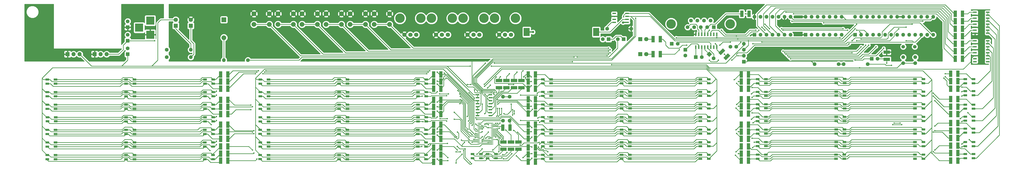
<source format=gtl>
G04 #@! TF.FileFunction,Copper,L1,Top,Signal*
%FSLAX46Y46*%
G04 Gerber Fmt 4.6, Leading zero omitted, Abs format (unit mm)*
G04 Created by KiCad (PCBNEW 4.0.7) date 05/08/18 23:55:34*
%MOMM*%
%LPD*%
G01*
G04 APERTURE LIST*
%ADD10C,0.100000*%
%ADD11R,1.600000X1.600000*%
%ADD12C,1.600000*%
%ADD13C,4.000000*%
%ADD14R,1.600000X0.850000*%
%ADD15R,1.500000X0.600000*%
%ADD16R,1.395000X2.700000*%
%ADD17C,1.500000*%
%ADD18R,2.540000X3.510000*%
%ADD19R,3.500000X3.500000*%
%ADD20O,1.600000X1.600000*%
%ADD21R,1.800000X1.800000*%
%ADD22C,1.800000*%
%ADD23C,2.000000*%
%ADD24R,2.000000X2.000000*%
%ADD25R,2.700000X1.395000*%
%ADD26O,1.800000X1.800000*%
%ADD27R,1.100000X0.285000*%
%ADD28R,1.550000X0.600000*%
%ADD29R,0.600000X1.500000*%
%ADD30C,0.600000*%
%ADD31C,1.000000*%
%ADD32C,0.250000*%
%ADD33C,0.500000*%
%ADD34C,0.254000*%
G04 APERTURE END LIST*
D10*
D11*
X309880000Y-180975000D03*
D12*
X307110000Y-180975000D03*
X304340000Y-180975000D03*
X301570000Y-180975000D03*
X298800000Y-180975000D03*
X308495000Y-178135000D03*
X305725000Y-178135000D03*
X302955000Y-178135000D03*
X300185000Y-178135000D03*
D13*
X316840000Y-179555000D03*
X291840000Y-179555000D03*
D14*
X270913600Y-235022682D03*
X270913600Y-236772682D03*
X274413600Y-235022682D03*
X274413600Y-236772682D03*
X270913600Y-224356016D03*
X270913600Y-226106016D03*
X274413600Y-224356016D03*
X274413600Y-226106016D03*
X270936100Y-203022682D03*
X270936100Y-204772682D03*
X274436100Y-203022682D03*
X274436100Y-204772682D03*
X270936100Y-208356017D03*
X270936100Y-210106017D03*
X274436100Y-208356017D03*
X274436100Y-210106017D03*
D15*
X425610000Y-195580000D03*
X425610000Y-194310000D03*
X425610000Y-193040000D03*
X425610000Y-191770000D03*
X425610000Y-190500000D03*
X425610000Y-189230000D03*
X425610000Y-187960000D03*
X425610000Y-186690000D03*
X420210000Y-186690000D03*
X420210000Y-187960000D03*
X420210000Y-189230000D03*
X420210000Y-190500000D03*
X420210000Y-191770000D03*
X420210000Y-193040000D03*
X420210000Y-194310000D03*
X420210000Y-195580000D03*
D14*
X304221100Y-235022682D03*
X304221100Y-236772682D03*
X307721100Y-235022682D03*
X307721100Y-236772682D03*
D16*
X104517500Y-231500000D03*
X101482500Y-231500000D03*
X104517500Y-234500000D03*
X101482500Y-234500000D03*
X104517500Y-237500000D03*
X101482500Y-237500000D03*
X194517500Y-201000000D03*
X191482500Y-201000000D03*
X194517500Y-204000000D03*
X191482500Y-204000000D03*
X194517500Y-207000000D03*
X191482500Y-207000000D03*
X194517500Y-211750000D03*
X191482500Y-211750000D03*
X194517500Y-214750000D03*
X191482500Y-214750000D03*
D17*
X389890000Y-189230000D03*
X394770000Y-189230000D03*
D18*
X260180000Y-183000000D03*
X230820000Y-183000000D03*
D12*
X389890000Y-193675000D03*
X389890000Y-196175000D03*
X394970000Y-193675000D03*
X394970000Y-196175000D03*
D19*
X71755000Y-184150000D03*
X71755000Y-178150000D03*
X67055000Y-181150000D03*
D16*
X104517500Y-201000000D03*
X101482500Y-201000000D03*
X104517500Y-204000000D03*
X101482500Y-204000000D03*
X104517500Y-207000000D03*
X101482500Y-207000000D03*
X104517500Y-211750000D03*
X101482500Y-211750000D03*
X104517500Y-217750000D03*
X101482500Y-217750000D03*
X104517500Y-222250000D03*
X101482500Y-222250000D03*
X104517500Y-225250000D03*
X101482500Y-225250000D03*
X104517500Y-228250000D03*
X101482500Y-228250000D03*
D11*
X369570000Y-184150000D03*
D20*
X402590000Y-176530000D03*
X372110000Y-184150000D03*
X400050000Y-176530000D03*
X374650000Y-184150000D03*
X397510000Y-176530000D03*
X377190000Y-184150000D03*
X394970000Y-176530000D03*
X379730000Y-184150000D03*
X392430000Y-176530000D03*
X382270000Y-184150000D03*
X389890000Y-176530000D03*
X384810000Y-184150000D03*
X387350000Y-176530000D03*
X387350000Y-184150000D03*
X384810000Y-176530000D03*
X389890000Y-184150000D03*
X382270000Y-176530000D03*
X392430000Y-184150000D03*
X379730000Y-176530000D03*
X394970000Y-184150000D03*
X377190000Y-176530000D03*
X397510000Y-184150000D03*
X374650000Y-176530000D03*
X400050000Y-184150000D03*
X372110000Y-176530000D03*
X402590000Y-184150000D03*
X369570000Y-176530000D03*
D21*
X82550000Y-180340000D03*
D22*
X82550000Y-177800000D03*
D15*
X210025000Y-209550000D03*
X210025000Y-210820000D03*
X210025000Y-212090000D03*
X210025000Y-213360000D03*
X210025000Y-214630000D03*
X210025000Y-215900000D03*
X210025000Y-217170000D03*
X210025000Y-218440000D03*
X215425000Y-218440000D03*
X215425000Y-217170000D03*
X215425000Y-215900000D03*
X215425000Y-214630000D03*
X215425000Y-213360000D03*
X215425000Y-212090000D03*
X215425000Y-210820000D03*
X215425000Y-209550000D03*
D11*
X348615000Y-184150000D03*
D20*
X363855000Y-176530000D03*
X351155000Y-184150000D03*
X361315000Y-176530000D03*
X353695000Y-184150000D03*
X358775000Y-176530000D03*
X356235000Y-184150000D03*
X356235000Y-176530000D03*
X358775000Y-184150000D03*
X353695000Y-176530000D03*
X361315000Y-184150000D03*
X351155000Y-176530000D03*
X363855000Y-184150000D03*
X348615000Y-176530000D03*
D23*
X166370000Y-179760000D03*
X166370000Y-175260000D03*
X172870000Y-179760000D03*
X172870000Y-175260000D03*
X156210000Y-179760000D03*
X156210000Y-175260000D03*
X162710000Y-179760000D03*
X162710000Y-175260000D03*
X146050000Y-179760000D03*
X146050000Y-175260000D03*
X152550000Y-179760000D03*
X152550000Y-175260000D03*
X135890000Y-179760000D03*
X135890000Y-175260000D03*
X142390000Y-179760000D03*
X142390000Y-175260000D03*
X125730000Y-179760000D03*
X125730000Y-175260000D03*
X132230000Y-179760000D03*
X132230000Y-175260000D03*
X115570000Y-179760000D03*
X115570000Y-175260000D03*
X122070000Y-179760000D03*
X122070000Y-175260000D03*
D22*
X179150000Y-184150000D03*
X181650000Y-184150000D03*
X184150000Y-184150000D03*
D13*
X177250000Y-177150000D03*
X186050000Y-177150000D03*
D24*
X102870000Y-177800000D03*
D23*
X102870000Y-185400000D03*
D12*
X316865000Y-189230000D03*
X319365000Y-189230000D03*
D14*
X31750000Y-204875000D03*
X31750000Y-203125000D03*
X28250000Y-204875000D03*
X28250000Y-203125000D03*
X31750000Y-210208333D03*
X31750000Y-208458333D03*
X28250000Y-210208333D03*
X28250000Y-208458333D03*
X31750000Y-215541666D03*
X31750000Y-213791666D03*
X28250000Y-215541666D03*
X28250000Y-213791666D03*
X31816000Y-220839000D03*
X31816000Y-219089000D03*
X28316000Y-220839000D03*
X28316000Y-219089000D03*
X31750000Y-226208332D03*
X31750000Y-224458332D03*
X28250000Y-226208332D03*
X28250000Y-224458332D03*
X31750000Y-231541665D03*
X31750000Y-229791665D03*
X28250000Y-231541665D03*
X28250000Y-229791665D03*
X31750000Y-236875000D03*
X31750000Y-235125000D03*
X28250000Y-236875000D03*
X28250000Y-235125000D03*
X65069250Y-204913000D03*
X65069250Y-203163000D03*
X61569250Y-204913000D03*
X61569250Y-203163000D03*
X65069250Y-210246333D03*
X65069250Y-208496333D03*
X61569250Y-210246333D03*
X61569250Y-208496333D03*
X65057500Y-215543000D03*
X65057500Y-213793000D03*
X61557500Y-215543000D03*
X61557500Y-213793000D03*
X65069250Y-220912999D03*
X65069250Y-219162999D03*
X61569250Y-220912999D03*
X61569250Y-219162999D03*
X65058000Y-226246332D03*
X65058000Y-224496332D03*
X61558000Y-226246332D03*
X61558000Y-224496332D03*
X65058000Y-231579665D03*
X65058000Y-229829665D03*
X61558000Y-231579665D03*
X61558000Y-229829665D03*
X65058000Y-236913000D03*
X65058000Y-235163000D03*
X61558000Y-236913000D03*
X61558000Y-235163000D03*
X98365000Y-204875000D03*
X98365000Y-203125000D03*
X94865000Y-204875000D03*
X94865000Y-203125000D03*
X98365000Y-210208333D03*
X98365000Y-208458333D03*
X94865000Y-210208333D03*
X94865000Y-208458333D03*
X98365000Y-215541666D03*
X98365000Y-213791666D03*
X94865000Y-215541666D03*
X94865000Y-213791666D03*
X98365000Y-220874999D03*
X98365000Y-219124999D03*
X94865000Y-220874999D03*
X94865000Y-219124999D03*
X98320000Y-226208332D03*
X98320000Y-224458332D03*
X94820000Y-226208332D03*
X94820000Y-224458332D03*
X98320000Y-231541665D03*
X98320000Y-229791665D03*
X94820000Y-231541665D03*
X94820000Y-229791665D03*
X98320000Y-236875000D03*
X98320000Y-235125000D03*
X94820000Y-236875000D03*
X94820000Y-235125000D03*
X121750000Y-204875000D03*
X121750000Y-203125000D03*
X118250000Y-204875000D03*
X118250000Y-203125000D03*
X121750000Y-210208333D03*
X121750000Y-208458333D03*
X118250000Y-210208333D03*
X118250000Y-208458333D03*
X121750000Y-215541666D03*
X121750000Y-213791666D03*
X118250000Y-215541666D03*
X118250000Y-213791666D03*
X121750000Y-220874999D03*
X121750000Y-219124999D03*
X118250000Y-220874999D03*
X118250000Y-219124999D03*
X121704000Y-226173000D03*
X121704000Y-224423000D03*
X118204000Y-226173000D03*
X118204000Y-224423000D03*
X121750000Y-231541665D03*
X121750000Y-229791665D03*
X118250000Y-231541665D03*
X118250000Y-229791665D03*
X121704000Y-236841000D03*
X121704000Y-235091000D03*
X118204000Y-236841000D03*
X118204000Y-235091000D03*
X155057500Y-204875000D03*
X155057500Y-203125000D03*
X151557500Y-204875000D03*
X151557500Y-203125000D03*
X155057500Y-210208333D03*
X155057500Y-208458333D03*
X151557500Y-210208333D03*
X151557500Y-208458333D03*
X155057500Y-215541666D03*
X155057500Y-213791666D03*
X151557500Y-215541666D03*
X151557500Y-213791666D03*
X155057500Y-220874999D03*
X155057500Y-219124999D03*
X151557500Y-220874999D03*
X151557500Y-219124999D03*
X155035000Y-226208332D03*
X155035000Y-224458332D03*
X151535000Y-226208332D03*
X151535000Y-224458332D03*
X155035000Y-231541665D03*
X155035000Y-229791665D03*
X151535000Y-231541665D03*
X151535000Y-229791665D03*
X155035000Y-236875000D03*
X155035000Y-235125000D03*
X151535000Y-236875000D03*
X151535000Y-235125000D03*
X188365000Y-204875000D03*
X188365000Y-203125000D03*
X184865000Y-204875000D03*
X184865000Y-203125000D03*
X188365000Y-210208333D03*
X188365000Y-208458333D03*
X184865000Y-210208333D03*
X184865000Y-208458333D03*
X188365000Y-215541666D03*
X188365000Y-213791666D03*
X184865000Y-215541666D03*
X184865000Y-213791666D03*
X188365000Y-220874999D03*
X188365000Y-219124999D03*
X184865000Y-220874999D03*
X184865000Y-219124999D03*
X188320000Y-226208332D03*
X188320000Y-224458332D03*
X184820000Y-226208332D03*
X184820000Y-224458332D03*
X188320000Y-231541665D03*
X188320000Y-229791665D03*
X184820000Y-231541665D03*
X184820000Y-229791665D03*
X188320000Y-236875000D03*
X188320000Y-235125000D03*
X184820000Y-236875000D03*
X184820000Y-235125000D03*
X214310000Y-234710000D03*
X214310000Y-236460000D03*
X217810000Y-234710000D03*
X217810000Y-236460000D03*
X207960000Y-234710000D03*
X207960000Y-236460000D03*
X211460000Y-234710000D03*
X211460000Y-236460000D03*
X304221102Y-203022684D03*
X304221102Y-204772684D03*
X307721102Y-203022684D03*
X307721102Y-204772684D03*
X304221100Y-208356017D03*
X304221100Y-210106017D03*
X307721100Y-208356017D03*
X307721100Y-210106017D03*
X304221100Y-213689350D03*
X304221100Y-215439350D03*
X307721100Y-213689350D03*
X307721100Y-215439350D03*
X304221100Y-219022683D03*
X304221100Y-220772683D03*
X307721100Y-219022683D03*
X307721100Y-220772683D03*
X304221100Y-224356016D03*
X304221100Y-226106016D03*
X307721100Y-224356016D03*
X307721100Y-226106016D03*
X304221100Y-229689349D03*
X304221100Y-231439349D03*
X307721100Y-229689349D03*
X307721100Y-231439349D03*
X270936100Y-213689350D03*
X270936100Y-215439350D03*
X274436100Y-213689350D03*
X274436100Y-215439350D03*
X270913600Y-219022683D03*
X270913600Y-220772683D03*
X274413600Y-219022683D03*
X274413600Y-220772683D03*
X270913600Y-229689349D03*
X270913600Y-231439349D03*
X274413600Y-229689349D03*
X274413600Y-231439349D03*
X237651100Y-203022682D03*
X237651100Y-204772682D03*
X241151100Y-203022682D03*
X241151100Y-204772682D03*
X237651100Y-208356017D03*
X237651100Y-210106017D03*
X241151100Y-208356017D03*
X241151100Y-210106017D03*
X237651100Y-213689350D03*
X237651100Y-215439350D03*
X241151100Y-213689350D03*
X241151100Y-215439350D03*
X237606100Y-219022683D03*
X237606100Y-220772683D03*
X241106100Y-219022683D03*
X241106100Y-220772683D03*
X237606100Y-224356016D03*
X237606100Y-226106016D03*
X241106100Y-224356016D03*
X241106100Y-226106016D03*
X237606100Y-229689349D03*
X237606100Y-231439349D03*
X241106100Y-229689349D03*
X241106100Y-231439349D03*
X237606100Y-235022682D03*
X237606100Y-236772682D03*
X241106100Y-235022682D03*
X241106100Y-236772682D03*
X394898832Y-202975114D03*
X394898832Y-204725114D03*
X398398832Y-202975114D03*
X398398832Y-204725114D03*
X394898832Y-208308449D03*
X394898832Y-210058449D03*
X398398832Y-208308449D03*
X398398832Y-210058449D03*
X394898832Y-213641782D03*
X394898832Y-215391782D03*
X398398832Y-213641782D03*
X398398832Y-215391782D03*
X394898832Y-218975115D03*
X394898832Y-220725115D03*
X398398832Y-218975115D03*
X398398832Y-220725115D03*
X394898832Y-224308448D03*
X394898832Y-226058448D03*
X398398832Y-224308448D03*
X398398832Y-226058448D03*
X394898832Y-229641781D03*
X394898832Y-231391781D03*
X398398832Y-229641781D03*
X398398832Y-231391781D03*
X394898832Y-234975114D03*
X394898832Y-236725114D03*
X398398832Y-234975114D03*
X398398832Y-236725114D03*
X361630000Y-202875000D03*
X361630000Y-204625000D03*
X365130000Y-202875000D03*
X365130000Y-204625000D03*
X361591332Y-208250000D03*
X361591332Y-210000000D03*
X365091332Y-208250000D03*
X365091332Y-210000000D03*
X361613832Y-213641782D03*
X361613832Y-215391782D03*
X365113832Y-213641782D03*
X365113832Y-215391782D03*
X361591332Y-218975115D03*
X361591332Y-220725115D03*
X365091332Y-218975115D03*
X365091332Y-220725115D03*
X361591332Y-224308448D03*
X361591332Y-226058448D03*
X365091332Y-224308448D03*
X365091332Y-226058448D03*
X361591332Y-229641781D03*
X361591332Y-231391781D03*
X365091332Y-229641781D03*
X365091332Y-231391781D03*
X361518832Y-234975114D03*
X361518832Y-236725114D03*
X365018832Y-234975114D03*
X365018832Y-236725114D03*
D21*
X278765000Y-192405000D03*
D22*
X281305000Y-192405000D03*
D21*
X278765000Y-186055000D03*
D22*
X281305000Y-186055000D03*
D14*
X328398832Y-202975114D03*
X328398832Y-204725114D03*
X331898832Y-202975114D03*
X331898832Y-204725114D03*
X328398832Y-208350114D03*
X328398832Y-210100114D03*
X331898832Y-208350114D03*
X331898832Y-210100114D03*
X328398832Y-213600114D03*
X328398832Y-215350114D03*
X331898832Y-213600114D03*
X331898832Y-215350114D03*
X328398832Y-218975114D03*
X328398832Y-220725114D03*
X331898832Y-218975114D03*
X331898832Y-220725114D03*
X328398832Y-224350114D03*
X328398832Y-226100114D03*
X331898832Y-224350114D03*
X331898832Y-226100114D03*
X328398832Y-229600114D03*
X328398832Y-231350114D03*
X331898832Y-229600114D03*
X331898832Y-231350114D03*
X328398832Y-234975114D03*
X328398832Y-236725114D03*
X331898832Y-234975114D03*
X331898832Y-236725114D03*
D21*
X88900000Y-180340000D03*
D22*
X88900000Y-177800000D03*
D14*
X416080000Y-202960000D03*
X416080000Y-204710000D03*
X419580000Y-202960000D03*
X419580000Y-204710000D03*
X416080000Y-208040000D03*
X416080000Y-209790000D03*
X419580000Y-208040000D03*
X419580000Y-209790000D03*
X416080000Y-213755000D03*
X416080000Y-215505000D03*
X419580000Y-213755000D03*
X419580000Y-215505000D03*
X416080000Y-218835000D03*
X416080000Y-220585000D03*
X419580000Y-218835000D03*
X419580000Y-220585000D03*
X416080000Y-223915000D03*
X416080000Y-225665000D03*
X419580000Y-223915000D03*
X419580000Y-225665000D03*
X416080000Y-229630000D03*
X416080000Y-231380000D03*
X419580000Y-229630000D03*
X419580000Y-231380000D03*
X416080000Y-234710000D03*
X416080000Y-236460000D03*
X419580000Y-234710000D03*
X419580000Y-236460000D03*
D15*
X425610000Y-183515000D03*
X425610000Y-182245000D03*
X425610000Y-180975000D03*
X425610000Y-179705000D03*
X425610000Y-178435000D03*
X425610000Y-177165000D03*
X425610000Y-175895000D03*
X425610000Y-174625000D03*
X420210000Y-174625000D03*
X420210000Y-175895000D03*
X420210000Y-177165000D03*
X420210000Y-178435000D03*
X420210000Y-179705000D03*
X420210000Y-180975000D03*
X420210000Y-182245000D03*
X420210000Y-183515000D03*
D16*
X104517500Y-214750000D03*
X101482500Y-214750000D03*
D12*
X113030000Y-194945000D03*
D20*
X102870000Y-194945000D03*
D16*
X194517500Y-217750000D03*
X191482500Y-217750000D03*
X194517500Y-222250000D03*
X191482500Y-222250000D03*
X194517500Y-225250000D03*
X191482500Y-225250000D03*
X194517500Y-228250000D03*
X191482500Y-228250000D03*
X194517500Y-232000000D03*
X191482500Y-232000000D03*
X194517500Y-235000000D03*
X191482500Y-235000000D03*
X194517500Y-238000000D03*
X191482500Y-238000000D03*
D25*
X227330000Y-229622500D03*
X227330000Y-232657500D03*
X224155000Y-229622500D03*
X224155000Y-232657500D03*
X220980000Y-229622500D03*
X220980000Y-232657500D03*
X219075000Y-203587500D03*
X219075000Y-206622500D03*
X222250000Y-203587500D03*
X222250000Y-206622500D03*
X225425000Y-203587500D03*
X225425000Y-206622500D03*
X228600000Y-203587500D03*
X228600000Y-206622500D03*
D16*
X231482500Y-207000000D03*
X234517500Y-207000000D03*
X231482500Y-204000000D03*
X234517500Y-204000000D03*
X231482500Y-201000000D03*
X234517500Y-201000000D03*
X231482500Y-217500000D03*
X234517500Y-217500000D03*
X231482500Y-214500000D03*
X234517500Y-214500000D03*
X231482500Y-211500000D03*
X234517500Y-211500000D03*
X231482500Y-228200000D03*
X234517500Y-228200000D03*
X231482500Y-225250000D03*
X234517500Y-225250000D03*
X231482500Y-222250000D03*
X234517500Y-222250000D03*
X231482500Y-237900000D03*
X234517500Y-237900000D03*
X231482500Y-234900000D03*
X234517500Y-234900000D03*
X231482500Y-231900000D03*
X234517500Y-231900000D03*
X414902500Y-175260000D03*
X411867500Y-175260000D03*
X414902500Y-178435000D03*
X411867500Y-178435000D03*
X414902500Y-181610000D03*
X411867500Y-181610000D03*
X414902500Y-184785000D03*
X411867500Y-184785000D03*
X414902500Y-187960000D03*
X411867500Y-187960000D03*
X414902500Y-191135000D03*
X411867500Y-191135000D03*
X414902500Y-194310000D03*
X411867500Y-194310000D03*
X287267500Y-192405000D03*
X284232500Y-192405000D03*
X287267500Y-186055000D03*
X284232500Y-186055000D03*
X321482500Y-207000000D03*
X324517500Y-207000000D03*
X321482500Y-204000000D03*
X324517500Y-204000000D03*
X321482500Y-201000000D03*
X324517500Y-201000000D03*
X321482500Y-217500000D03*
X324517500Y-217500000D03*
X321482500Y-214500000D03*
X324517500Y-214500000D03*
X321482500Y-211500000D03*
X324517500Y-211500000D03*
X321482500Y-228250000D03*
X324517500Y-228250000D03*
X321482500Y-225250000D03*
X324517500Y-225250000D03*
X321482500Y-222250000D03*
X324517500Y-222250000D03*
X321482500Y-237500000D03*
X324517500Y-237500000D03*
X321482500Y-234500000D03*
X324517500Y-234500000D03*
X321482500Y-231500000D03*
X324517500Y-231500000D03*
D12*
X362585000Y-196596000D03*
D20*
X352425000Y-196596000D03*
D12*
X223600000Y-210400000D03*
D20*
X223600000Y-220560000D03*
D12*
X264795000Y-181610000D03*
D20*
X274955000Y-181610000D03*
D12*
X374904000Y-196596000D03*
D20*
X364744000Y-196596000D03*
D12*
X220800000Y-220600000D03*
D20*
X220800000Y-210440000D03*
D12*
X78740000Y-193675000D03*
D20*
X88900000Y-193675000D03*
D12*
X78740000Y-190500000D03*
D20*
X88900000Y-190500000D03*
D25*
X382905000Y-191522500D03*
X382905000Y-194557500D03*
D16*
X223767500Y-223520000D03*
X220732500Y-223520000D03*
X412997500Y-200660000D03*
X409962500Y-200660000D03*
X412997500Y-203835000D03*
X409962500Y-203835000D03*
X412997500Y-207010000D03*
X409962500Y-207010000D03*
X412997500Y-211455000D03*
X409962500Y-211455000D03*
X412997500Y-214630000D03*
X409962500Y-214630000D03*
X412997500Y-217805000D03*
X409962500Y-217805000D03*
X412997500Y-221615000D03*
X409962500Y-221615000D03*
X412997500Y-224790000D03*
X409962500Y-224790000D03*
X412997500Y-227965000D03*
X409962500Y-227965000D03*
X412997500Y-231140000D03*
X409962500Y-231140000D03*
X412997500Y-234315000D03*
X409962500Y-234315000D03*
X412997500Y-237490000D03*
X409962500Y-237490000D03*
D22*
X192485000Y-184150000D03*
X194985000Y-184150000D03*
X197485000Y-184150000D03*
D13*
X190585000Y-177150000D03*
X199385000Y-177150000D03*
D22*
X205820000Y-184150000D03*
X208320000Y-184150000D03*
X210820000Y-184150000D03*
D13*
X203920000Y-177150000D03*
X212720000Y-177150000D03*
D22*
X219155000Y-184150000D03*
X221655000Y-184150000D03*
X224155000Y-184150000D03*
D13*
X217255000Y-177150000D03*
X226055000Y-177150000D03*
D11*
X327025000Y-184150000D03*
D20*
X342265000Y-176530000D03*
X329565000Y-184150000D03*
X339725000Y-176530000D03*
X332105000Y-184150000D03*
X337185000Y-176530000D03*
X334645000Y-184150000D03*
X334645000Y-176530000D03*
X337185000Y-184150000D03*
X332105000Y-176530000D03*
X339725000Y-184150000D03*
X329565000Y-176530000D03*
X342265000Y-184150000D03*
X327025000Y-176530000D03*
D21*
X48260000Y-192405000D03*
D26*
X50800000Y-192405000D03*
X53340000Y-192405000D03*
D27*
X210510000Y-221560000D03*
X210510000Y-222060000D03*
X210510000Y-222560000D03*
X210510000Y-223060000D03*
X210510000Y-223560000D03*
X210510000Y-224060000D03*
X210510000Y-224560000D03*
X210510000Y-225060000D03*
X210510000Y-225560000D03*
X210510000Y-226060000D03*
X210510000Y-226560000D03*
X210510000Y-227060000D03*
X210510000Y-227560000D03*
X210510000Y-228060000D03*
X210510000Y-228560000D03*
X210510000Y-229060000D03*
X210510000Y-229560000D03*
X210510000Y-230060000D03*
X210510000Y-230560000D03*
X216210000Y-230560000D03*
X216210000Y-230060000D03*
X216210000Y-229560000D03*
X216210000Y-229060000D03*
X216210000Y-228560000D03*
X216210000Y-228060000D03*
X216210000Y-227560000D03*
X216210000Y-227060000D03*
X216210000Y-226560000D03*
X216210000Y-226060000D03*
X216210000Y-225560000D03*
X216210000Y-225060000D03*
X216210000Y-224560000D03*
X216210000Y-224060000D03*
X216210000Y-223560000D03*
X216210000Y-223060000D03*
X216210000Y-222560000D03*
X216210000Y-222060000D03*
X216210000Y-221560000D03*
D28*
X267800000Y-175095000D03*
X267800000Y-176365000D03*
X267800000Y-177635000D03*
X267800000Y-178905000D03*
X273200000Y-178905000D03*
X273200000Y-177635000D03*
X273200000Y-176365000D03*
X273200000Y-175095000D03*
D21*
X36830000Y-192405000D03*
D26*
X39370000Y-192405000D03*
X41910000Y-192405000D03*
D11*
X265430000Y-186055000D03*
D12*
X262930000Y-186055000D03*
D11*
X376555000Y-194310000D03*
D12*
X379055000Y-194310000D03*
D11*
X271780000Y-186055000D03*
D12*
X269280000Y-186055000D03*
D11*
X62230000Y-192405000D03*
D12*
X62230000Y-189905000D03*
D11*
X62230000Y-180975000D03*
D12*
X62230000Y-178475000D03*
D11*
X62230000Y-186690000D03*
D12*
X62230000Y-184190000D03*
D11*
X302260000Y-193675000D03*
D12*
X304760000Y-193675000D03*
D10*
G36*
X306843629Y-192405000D02*
X307975000Y-191273629D01*
X309106371Y-192405000D01*
X307975000Y-193536371D01*
X306843629Y-192405000D01*
X306843629Y-192405000D01*
G37*
D12*
X309742767Y-194172767D03*
D11*
X297815000Y-190500000D03*
D12*
X297815000Y-193000000D03*
D11*
X292100000Y-187960000D03*
D12*
X294600000Y-187960000D03*
D29*
X302260000Y-189390000D03*
X303530000Y-189390000D03*
X304800000Y-189390000D03*
X306070000Y-189390000D03*
X307340000Y-189390000D03*
X308610000Y-189390000D03*
X309880000Y-189390000D03*
X311150000Y-189390000D03*
X311150000Y-183990000D03*
X309880000Y-183990000D03*
X308610000Y-183990000D03*
X307340000Y-183990000D03*
X306070000Y-183990000D03*
X304800000Y-183990000D03*
X303530000Y-183990000D03*
X302260000Y-183990000D03*
D11*
X322580000Y-195580000D03*
D20*
X322580000Y-193040000D03*
X322580000Y-190500000D03*
X322580000Y-187960000D03*
D16*
X324732500Y-175260000D03*
X321697500Y-175260000D03*
D10*
G36*
X316845836Y-193016648D02*
X314936648Y-194925836D01*
X313950234Y-193939422D01*
X315859422Y-192030234D01*
X316845836Y-193016648D01*
X316845836Y-193016648D01*
G37*
G36*
X314699766Y-190870578D02*
X312790578Y-192779766D01*
X311804164Y-191793352D01*
X313713352Y-189884164D01*
X314699766Y-190870578D01*
X314699766Y-190870578D01*
G37*
D30*
X371475000Y-198120000D03*
X266700000Y-196850000D03*
X212090000Y-227330000D03*
X314325000Y-192405000D03*
X323215000Y-175260000D03*
X214500000Y-230000000D03*
X201000000Y-238500000D03*
X203500000Y-234750000D03*
X209750000Y-234750000D03*
X212000000Y-232500000D03*
X214630000Y-223520000D03*
X212090000Y-222885000D03*
X214884000Y-228028500D03*
D31*
X233500000Y-183000000D03*
X271500000Y-179000000D03*
D30*
X213000000Y-206000000D03*
X208750000Y-207500000D03*
X212000000Y-213500000D03*
X212900000Y-205200000D03*
X208700000Y-211100000D03*
X206500000Y-208750000D03*
X80010000Y-186690000D03*
X73660000Y-186690000D03*
X367665000Y-180340000D03*
X287020000Y-177800000D03*
X348615000Y-180340000D03*
X213100000Y-217600000D03*
X133985000Y-193675000D03*
X136525000Y-194945000D03*
X325755000Y-180975000D03*
X327025000Y-178435000D03*
X380365000Y-189230000D03*
X214630000Y-222250000D03*
X385445000Y-194945000D03*
X344170000Y-189865000D03*
X213100000Y-222100000D03*
X209300000Y-222000000D03*
X361500000Y-180000000D03*
X265430000Y-189865000D03*
X339090000Y-191135000D03*
X372110000Y-186055000D03*
X372110000Y-189230000D03*
X391160000Y-180975000D03*
X387985000Y-181610000D03*
X370205000Y-186690000D03*
X368300000Y-191770000D03*
X339725000Y-191770000D03*
X266065000Y-190500000D03*
X265430000Y-191135000D03*
X340360000Y-192405000D03*
X374015000Y-188595000D03*
X266065000Y-191770000D03*
X340995000Y-193040000D03*
X375285000Y-188595000D03*
X265430000Y-192405000D03*
X341630000Y-193675000D03*
X378460000Y-189230000D03*
X264795000Y-193040000D03*
X342265000Y-194310000D03*
X381635000Y-189865000D03*
X356235000Y-179070000D03*
X414655000Y-206375000D03*
X417195000Y-217170000D03*
X294005000Y-185420000D03*
X369570000Y-194945000D03*
X363220000Y-185420000D03*
X311150000Y-185420000D03*
X321310000Y-187325000D03*
X330200000Y-187325000D03*
X213200000Y-209400000D03*
X210000000Y-208000000D03*
X421640000Y-193040000D03*
X220345000Y-236220000D03*
X215900000Y-197485000D03*
X207010000Y-197485000D03*
X236250000Y-230500000D03*
X235500000Y-219500000D03*
X235250000Y-209000000D03*
X190250000Y-230750000D03*
X197000000Y-220750000D03*
X197000000Y-210000000D03*
X325750000Y-209250000D03*
X325750000Y-220000000D03*
X327000000Y-229750000D03*
X99750000Y-230750000D03*
X99750000Y-220500000D03*
X99750000Y-209750000D03*
X237000000Y-232200000D03*
X236250000Y-221250000D03*
X236250000Y-210250000D03*
X193000000Y-219000000D03*
X193040000Y-208280000D03*
X326000000Y-210750000D03*
X326500000Y-221500000D03*
X326250000Y-232000000D03*
X99750000Y-229250000D03*
X99750000Y-218750000D03*
X99750000Y-208000000D03*
X239750000Y-229750000D03*
X239750000Y-219000000D03*
X239750000Y-208500000D03*
X186500000Y-231500000D03*
X187000000Y-221000000D03*
X186690000Y-210185000D03*
X326000000Y-206500000D03*
X326000000Y-217250000D03*
X326000000Y-228000000D03*
X97000000Y-233250000D03*
X97500000Y-222250000D03*
X97000000Y-211250000D03*
X414655000Y-208280000D03*
X414655000Y-210185000D03*
X414020000Y-219710000D03*
X414655000Y-220980000D03*
X414655000Y-230505000D03*
X414655000Y-231775000D03*
X417830000Y-228600000D03*
X316865000Y-187325000D03*
X312420000Y-188595000D03*
X298450000Y-188595000D03*
X319405000Y-184785000D03*
X370205000Y-182245000D03*
X366395000Y-182245000D03*
X339090000Y-182245000D03*
X331470000Y-182245000D03*
X330200000Y-180975000D03*
X328930000Y-182245000D03*
X295275000Y-190500000D03*
X313055000Y-182245000D03*
X371475000Y-182880000D03*
X307975000Y-182245000D03*
X327660000Y-182245000D03*
X331470000Y-179705000D03*
X333375000Y-181610000D03*
X338455000Y-181610000D03*
X364490000Y-181610000D03*
X196000000Y-200400000D03*
X217900000Y-202000000D03*
X319500000Y-204750000D03*
X232750000Y-205750000D03*
X117475000Y-199390000D03*
X120650000Y-199390000D03*
X189865000Y-199390000D03*
X193040000Y-200025000D03*
X195750000Y-202750000D03*
X230250000Y-202250000D03*
X232750000Y-204000000D03*
X320250000Y-204000000D03*
X207750000Y-222500000D03*
X209250000Y-224000000D03*
X193040000Y-203835000D03*
X189230000Y-200025000D03*
X120015000Y-200025000D03*
X116840000Y-200025000D03*
X196750000Y-202500000D03*
X229500000Y-202000000D03*
X232750000Y-202000000D03*
X318500000Y-203250000D03*
X212090000Y-224155000D03*
X207250000Y-221750000D03*
X116205000Y-200660000D03*
X119380000Y-200660000D03*
X188595000Y-200660000D03*
X193040000Y-205105000D03*
X207250000Y-205250000D03*
X205750000Y-205250000D03*
X201750000Y-207750000D03*
X228250000Y-209750000D03*
X235250000Y-209750000D03*
X209250000Y-226000000D03*
X206250000Y-220750000D03*
X202500000Y-209250000D03*
X197750000Y-209250000D03*
X194000000Y-209250000D03*
X214300000Y-206700000D03*
X225250000Y-205250000D03*
X223250000Y-205250000D03*
X215500000Y-205500000D03*
X205750000Y-218750000D03*
X212000000Y-225250000D03*
X202750000Y-210250000D03*
X202800000Y-211700000D03*
X218600000Y-213500000D03*
X319250000Y-215250000D03*
X233250000Y-215750000D03*
X208500000Y-228500000D03*
X206000000Y-224250000D03*
X193040000Y-212725000D03*
X114300000Y-213995000D03*
X218500000Y-212700000D03*
X203300000Y-212300000D03*
X320250000Y-214500000D03*
X232750000Y-214500000D03*
X209000000Y-227750000D03*
X207750000Y-226500000D03*
X193040000Y-214630000D03*
X114935000Y-214630000D03*
X218500000Y-211800000D03*
X202600000Y-213400000D03*
X319500000Y-213750000D03*
X232750000Y-212250000D03*
X193040000Y-216535000D03*
X114300000Y-215900000D03*
X224900000Y-215900000D03*
X224900000Y-218200000D03*
X206300000Y-229600000D03*
X200250000Y-217000000D03*
X206500000Y-227500000D03*
X225500000Y-216400000D03*
X225500000Y-217700000D03*
X228250000Y-220500000D03*
X235750000Y-220500000D03*
X200250000Y-220000000D03*
X206500000Y-228500000D03*
X207750000Y-229750000D03*
X197250000Y-219750000D03*
X194250000Y-219750000D03*
X203250000Y-228750000D03*
X214630000Y-225425000D03*
X227000000Y-225500000D03*
X319500000Y-226000000D03*
X233000000Y-227500000D03*
X201250000Y-227500000D03*
X212000000Y-228750000D03*
X115570000Y-224790000D03*
X193040000Y-224155000D03*
X209700000Y-220100000D03*
X201600000Y-225400000D03*
X320250000Y-225250000D03*
X232750000Y-225250000D03*
X212000000Y-229500000D03*
X200500000Y-227500000D03*
X193040000Y-225425000D03*
X114935000Y-225425000D03*
X209300000Y-219400000D03*
X204500000Y-229700000D03*
X319250000Y-224500000D03*
X233000000Y-223500000D03*
X193040000Y-226695000D03*
X115570000Y-226060000D03*
X204200000Y-233200000D03*
X207500000Y-238750000D03*
X221000000Y-236750000D03*
X224500000Y-234500000D03*
X217750000Y-227500000D03*
X197300000Y-230200000D03*
X189200000Y-230700000D03*
X207000000Y-238250000D03*
X220750000Y-235000000D03*
X222500000Y-234000000D03*
X228100000Y-230900000D03*
X236100000Y-229800000D03*
X213500000Y-228000000D03*
X204750000Y-232500000D03*
X201500000Y-231500000D03*
X218310000Y-228560000D03*
X216500000Y-233000000D03*
X202750000Y-233750000D03*
X201000000Y-233750000D03*
X220250000Y-228500000D03*
X226500000Y-235500000D03*
X319000000Y-235250000D03*
X233000000Y-236500000D03*
X219750000Y-227000000D03*
X201500000Y-233000000D03*
X193040000Y-233045000D03*
X114935000Y-233045000D03*
X229250000Y-236250000D03*
X233000000Y-234500000D03*
X320250000Y-234500000D03*
X219700000Y-227900000D03*
X197500000Y-236250000D03*
X115570000Y-234315000D03*
X319250000Y-233750000D03*
X239750000Y-233750000D03*
X235750000Y-231750000D03*
X233000000Y-231750000D03*
X197500000Y-237500000D03*
X219000000Y-233750000D03*
X116840000Y-236855000D03*
X193040000Y-236855000D03*
X250825000Y-193675000D03*
X307975000Y-194945000D03*
X311785000Y-194945000D03*
X317500000Y-194945000D03*
X367030000Y-187960000D03*
X368300000Y-186690000D03*
X393700000Y-179705000D03*
X219250000Y-223750000D03*
X225250000Y-224750000D03*
X222020000Y-224560000D03*
X218500000Y-224500000D03*
X219710000Y-201930000D03*
X223520000Y-200660000D03*
X226695000Y-200025000D03*
X229235000Y-199390000D03*
X340360000Y-174625000D03*
X343535000Y-175260000D03*
X384937000Y-197104000D03*
X407670000Y-200660000D03*
X407670000Y-201930000D03*
X407035000Y-202565000D03*
X402590000Y-208915000D03*
X402590000Y-210185000D03*
X403225000Y-212090000D03*
X403225000Y-222885000D03*
X403225000Y-224790000D03*
X402590000Y-225425000D03*
X403225000Y-233045000D03*
X402590000Y-233680000D03*
X401955000Y-234315000D03*
X320040000Y-193040000D03*
X320040000Y-186055000D03*
X370205000Y-179705000D03*
X386080000Y-221615000D03*
X388620000Y-221615000D03*
X217100000Y-208700000D03*
X219300000Y-215400000D03*
X218900000Y-218700000D03*
X218600000Y-221700000D03*
X271780000Y-176530000D03*
X276860000Y-177165000D03*
X324485000Y-186690000D03*
X369570000Y-181610000D03*
X217100000Y-209500000D03*
X218400000Y-215400000D03*
X218200000Y-218700000D03*
X217800000Y-221700000D03*
X217170000Y-196215000D03*
X213360000Y-196215000D03*
X215900000Y-208700000D03*
X326390000Y-187960000D03*
X224300000Y-213500000D03*
X221200000Y-217600000D03*
X212598000Y-223520000D03*
X391160000Y-186690000D03*
X342900000Y-178435000D03*
X398145000Y-178435000D03*
X385445000Y-222250000D03*
X389255000Y-222250000D03*
X382905000Y-196215000D03*
X217900000Y-208600000D03*
X250190000Y-195580000D03*
X252095000Y-193675000D03*
X219500000Y-221600000D03*
X219900000Y-218000000D03*
X220200000Y-215400000D03*
X310515000Y-187960000D03*
D32*
X371475000Y-198120000D02*
X307975000Y-198120000D01*
X387350000Y-198120000D02*
X371475000Y-198120000D01*
X389295000Y-196175000D02*
X387350000Y-198120000D01*
X306705000Y-196850000D02*
X266700000Y-196850000D01*
X307975000Y-198120000D02*
X306705000Y-196850000D01*
X389890000Y-196175000D02*
X389295000Y-196175000D01*
X210510000Y-228060000D02*
X211360000Y-228060000D01*
X211360000Y-228060000D02*
X212090000Y-227330000D01*
X394970000Y-196175000D02*
X389890000Y-196175000D01*
X315398035Y-193478035D02*
X314325000Y-192405000D01*
X324732500Y-175260000D02*
X323215000Y-175260000D01*
X303530000Y-183990000D02*
X303530000Y-182245000D01*
X300070000Y-179705000D02*
X298800000Y-180975000D01*
X302260000Y-179705000D02*
X300070000Y-179705000D01*
X302895000Y-180340000D02*
X302260000Y-179705000D01*
X302895000Y-181610000D02*
X302895000Y-180340000D01*
X303530000Y-182245000D02*
X302895000Y-181610000D01*
X201000000Y-237250000D02*
X201000000Y-238500000D01*
X203500000Y-234750000D02*
X201000000Y-237250000D01*
X212000000Y-232500000D02*
X209750000Y-234750000D01*
X214630000Y-223520000D02*
X214122000Y-223520000D01*
X214670000Y-223560000D02*
X214630000Y-223520000D01*
X216210000Y-223560000D02*
X214670000Y-223560000D01*
X213487000Y-222885000D02*
X212090000Y-222885000D01*
X214122000Y-223520000D02*
X213487000Y-222885000D01*
X210510000Y-230060000D02*
X214440000Y-230060000D01*
X214560000Y-230060000D02*
X214500000Y-230000000D01*
X214560000Y-230060000D02*
X216210000Y-230060000D01*
X214440000Y-230060000D02*
X214500000Y-230000000D01*
X210510000Y-223060000D02*
X211915000Y-223060000D01*
X211265000Y-222060000D02*
X212090000Y-222885000D01*
X211265000Y-222060000D02*
X210510000Y-222060000D01*
X211915000Y-223060000D02*
X212090000Y-222885000D01*
X216210000Y-228060000D02*
X214915500Y-228060000D01*
X214915500Y-228060000D02*
X214884000Y-228028500D01*
D33*
X230820000Y-183000000D02*
X233500000Y-183000000D01*
X273200000Y-178905000D02*
X271595000Y-178905000D01*
X271595000Y-178905000D02*
X271500000Y-179000000D01*
D32*
X273200000Y-177635000D02*
X271365000Y-177635000D01*
X266000000Y-183000000D02*
X260180000Y-183000000D01*
X271365000Y-177635000D02*
X266000000Y-183000000D01*
X28250000Y-203125000D02*
X26595000Y-203125000D01*
X26595000Y-203125000D02*
X26035000Y-202565000D01*
X208280000Y-209550000D02*
X196850000Y-198120000D01*
X196850000Y-198120000D02*
X30480000Y-198120000D01*
X26035000Y-202565000D02*
X30480000Y-198120000D01*
X210025000Y-209550000D02*
X208280000Y-209550000D01*
X26035000Y-202565000D02*
X26035000Y-207010000D01*
X210025000Y-210820000D02*
X210025000Y-209550000D01*
X28250000Y-229791665D02*
X27861665Y-229791665D01*
X27861665Y-229791665D02*
X26035000Y-227965000D01*
X28250000Y-224458332D02*
X27608332Y-224458332D01*
X27608332Y-224458332D02*
X26035000Y-222885000D01*
X28316000Y-219089000D02*
X27954000Y-219089000D01*
X27954000Y-219089000D02*
X26035000Y-217170000D01*
X28250000Y-213791666D02*
X27736666Y-213791666D01*
X27736666Y-213791666D02*
X26035000Y-212090000D01*
X28250000Y-208458333D02*
X27483333Y-208458333D01*
X27483333Y-208458333D02*
X26035000Y-207010000D01*
X28250000Y-235125000D02*
X28115000Y-235125000D01*
X28115000Y-235125000D02*
X26035000Y-233045000D01*
X26035000Y-233045000D02*
X26035000Y-227965000D01*
X26035000Y-227965000D02*
X26035000Y-222885000D01*
X26035000Y-222885000D02*
X26035000Y-217170000D01*
X26035000Y-217170000D02*
X26035000Y-212090000D01*
X26035000Y-212090000D02*
X26035000Y-207010000D01*
X61558000Y-235163000D02*
X60337000Y-235163000D01*
X60337000Y-235163000D02*
X59500000Y-236000000D01*
X94820000Y-235125000D02*
X93875000Y-235125000D01*
X93875000Y-235125000D02*
X93000000Y-236000000D01*
X61558000Y-229829665D02*
X60420335Y-229829665D01*
X60420335Y-229829665D02*
X59500000Y-230750000D01*
X61558000Y-229829665D02*
X63329665Y-229829665D01*
X63329665Y-229829665D02*
X64250000Y-230750000D01*
X94820000Y-229791665D02*
X93708335Y-229791665D01*
X64250000Y-230750000D02*
X92750000Y-230750000D01*
X93708335Y-229791665D02*
X92750000Y-230750000D01*
X61558000Y-224496332D02*
X63246332Y-224496332D01*
X63246332Y-224496332D02*
X64000000Y-225250000D01*
X61558000Y-224496332D02*
X60503668Y-224496332D01*
X60503668Y-224496332D02*
X59750000Y-225250000D01*
X94820000Y-224458332D02*
X93541668Y-224458332D01*
X64000000Y-225250000D02*
X92750000Y-225250000D01*
X93541668Y-224458332D02*
X92750000Y-225250000D01*
X61569250Y-219162999D02*
X60337001Y-219162999D01*
X60337001Y-219162999D02*
X59500000Y-220000000D01*
X61569250Y-219162999D02*
X63162999Y-219162999D01*
X63162999Y-219162999D02*
X64000000Y-220000000D01*
X94865000Y-219124999D02*
X93625001Y-219124999D01*
X64000000Y-220000000D02*
X92750000Y-220000000D01*
X93625001Y-219124999D02*
X92750000Y-220000000D01*
X61557500Y-213793000D02*
X60207000Y-213793000D01*
X60207000Y-213793000D02*
X59250000Y-214750000D01*
X94865000Y-213791666D02*
X93958334Y-213791666D01*
X93958334Y-213791666D02*
X93000000Y-214750000D01*
X61569250Y-203163000D02*
X62913000Y-203163000D01*
X62913000Y-203163000D02*
X63750000Y-204000000D01*
X61569250Y-203163000D02*
X60087000Y-203163000D01*
X60087000Y-203163000D02*
X59250000Y-204000000D01*
X94865000Y-203125000D02*
X93625000Y-203125000D01*
X63750000Y-204000000D02*
X92750000Y-204000000D01*
X93625000Y-203125000D02*
X92750000Y-204000000D01*
X61558000Y-235163000D02*
X62413000Y-235163000D01*
X62413000Y-235163000D02*
X63250000Y-236000000D01*
X63250000Y-236000000D02*
X93000000Y-236000000D01*
X28250000Y-235125000D02*
X28875000Y-235125000D01*
X28875000Y-235125000D02*
X29750000Y-236000000D01*
X29750000Y-236000000D02*
X59500000Y-236000000D01*
X61558000Y-229829665D02*
X62079665Y-229829665D01*
X28250000Y-229791665D02*
X28791665Y-229791665D01*
X28791665Y-229791665D02*
X29750000Y-230750000D01*
X29750000Y-230750000D02*
X59500000Y-230750000D01*
X61558000Y-224496332D02*
X61746332Y-224496332D01*
X28250000Y-224458332D02*
X28958332Y-224458332D01*
X28958332Y-224458332D02*
X29750000Y-225250000D01*
X29750000Y-225250000D02*
X59750000Y-225250000D01*
X28316000Y-219089000D02*
X29089000Y-219089000D01*
X29089000Y-219089000D02*
X30000000Y-220000000D01*
X30000000Y-220000000D02*
X59500000Y-220000000D01*
X61557500Y-213793000D02*
X62543000Y-213793000D01*
X63500000Y-214750000D02*
X93000000Y-214750000D01*
X62543000Y-213793000D02*
X63500000Y-214750000D01*
X28250000Y-213791666D02*
X29041666Y-213791666D01*
X29041666Y-213791666D02*
X30000000Y-214750000D01*
X30000000Y-214750000D02*
X59250000Y-214750000D01*
X28250000Y-203125000D02*
X29375000Y-203125000D01*
X30250000Y-204000000D02*
X59250000Y-204000000D01*
X29375000Y-203125000D02*
X30250000Y-204000000D01*
X94865000Y-208458333D02*
X93791667Y-208458333D01*
X93791667Y-208458333D02*
X93000000Y-209250000D01*
X61569250Y-208496333D02*
X60253667Y-208496333D01*
X60253667Y-208496333D02*
X59500000Y-209250000D01*
X61569250Y-208496333D02*
X62496333Y-208496333D01*
X63250000Y-209250000D02*
X93000000Y-209250000D01*
X62496333Y-208496333D02*
X63250000Y-209250000D01*
X28250000Y-208458333D02*
X29208333Y-208458333D01*
X30000000Y-209250000D02*
X59500000Y-209250000D01*
X29208333Y-208458333D02*
X30000000Y-209250000D01*
X118250000Y-229791665D02*
X118250000Y-229375000D01*
X118250000Y-229375000D02*
X116205000Y-227330000D01*
X118204000Y-224423000D02*
X118204000Y-224249000D01*
X118204000Y-224249000D02*
X116205000Y-222250000D01*
X118250000Y-213791666D02*
X118250000Y-213500000D01*
X118250000Y-213500000D02*
X116205000Y-211455000D01*
X118250000Y-208458333D02*
X118250000Y-208420000D01*
X118250000Y-208420000D02*
X116205000Y-206375000D01*
X118250000Y-203125000D02*
X116765000Y-203125000D01*
X116765000Y-203125000D02*
X116205000Y-202565000D01*
X210025000Y-212090000D02*
X210025000Y-213360000D01*
X118204000Y-235091000D02*
X118204000Y-235044000D01*
X118204000Y-235044000D02*
X116205000Y-233045000D01*
X116205000Y-233045000D02*
X116205000Y-227330000D01*
X116205000Y-227330000D02*
X116205000Y-222250000D01*
X116205000Y-222250000D02*
X116205000Y-211455000D01*
X116205000Y-211455000D02*
X116205000Y-206375000D01*
X116205000Y-206375000D02*
X116205000Y-202565000D01*
X208915000Y-212090000D02*
X210025000Y-212090000D01*
X116205000Y-202565000D02*
X120015000Y-198755000D01*
X120015000Y-198755000D02*
X195580000Y-198755000D01*
X195580000Y-198755000D02*
X208915000Y-212090000D01*
X151535000Y-235125000D02*
X153125000Y-235125000D01*
X153125000Y-235125000D02*
X154000000Y-236000000D01*
X151535000Y-235125000D02*
X150125000Y-235125000D01*
X150125000Y-235125000D02*
X149250000Y-236000000D01*
X184820000Y-235125000D02*
X183625000Y-235125000D01*
X154000000Y-236000000D02*
X182750000Y-236000000D01*
X183625000Y-235125000D02*
X182750000Y-236000000D01*
X151535000Y-229791665D02*
X152791665Y-229791665D01*
X152791665Y-229791665D02*
X153750000Y-230750000D01*
X151535000Y-229791665D02*
X150458335Y-229791665D01*
X150458335Y-229791665D02*
X149500000Y-230750000D01*
X184820000Y-229791665D02*
X183708335Y-229791665D01*
X153750000Y-230750000D02*
X182750000Y-230750000D01*
X183708335Y-229791665D02*
X182750000Y-230750000D01*
X151535000Y-224458332D02*
X153208332Y-224458332D01*
X153208332Y-224458332D02*
X154000000Y-225250000D01*
X151535000Y-224458332D02*
X150291668Y-224458332D01*
X150291668Y-224458332D02*
X149500000Y-225250000D01*
X184820000Y-224458332D02*
X183791668Y-224458332D01*
X154000000Y-225250000D02*
X183000000Y-225250000D01*
X183791668Y-224458332D02*
X183000000Y-225250000D01*
X184865000Y-219124999D02*
X183125001Y-219124999D01*
X183125001Y-219124999D02*
X182250000Y-220000000D01*
X151557500Y-219124999D02*
X152874999Y-219124999D01*
X153750000Y-220000000D02*
X182250000Y-220000000D01*
X152874999Y-219124999D02*
X153750000Y-220000000D01*
X151557500Y-219124999D02*
X149875001Y-219124999D01*
X149875001Y-219124999D02*
X149000000Y-220000000D01*
X151557500Y-213791666D02*
X153041666Y-213791666D01*
X153041666Y-213791666D02*
X154000000Y-214750000D01*
X151557500Y-213791666D02*
X150458334Y-213791666D01*
X150458334Y-213791666D02*
X149500000Y-214750000D01*
X184865000Y-213791666D02*
X183208334Y-213791666D01*
X154000000Y-214750000D02*
X182250000Y-214750000D01*
X183208334Y-213791666D02*
X182250000Y-214750000D01*
X184865000Y-208458333D02*
X183291667Y-208458333D01*
X183291667Y-208458333D02*
X182500000Y-209250000D01*
X151557500Y-208458333D02*
X153208333Y-208458333D01*
X154000000Y-209250000D02*
X182500000Y-209250000D01*
X153208333Y-208458333D02*
X154000000Y-209250000D01*
X151557500Y-208458333D02*
X150291667Y-208458333D01*
X150291667Y-208458333D02*
X149500000Y-209250000D01*
X151557500Y-203125000D02*
X149875000Y-203125000D01*
X149875000Y-203125000D02*
X149000000Y-204000000D01*
X184865000Y-203125000D02*
X183875000Y-203125000D01*
X183875000Y-203125000D02*
X183000000Y-204000000D01*
X151535000Y-235125000D02*
X152125000Y-235125000D01*
X118204000Y-235091000D02*
X118341000Y-235091000D01*
X118341000Y-235091000D02*
X119250000Y-236000000D01*
X119250000Y-236000000D02*
X149250000Y-236000000D01*
X151535000Y-229791665D02*
X152041665Y-229791665D01*
X118250000Y-229791665D02*
X118291665Y-229791665D01*
X118291665Y-229791665D02*
X119250000Y-230750000D01*
X119250000Y-230750000D02*
X149500000Y-230750000D01*
X151535000Y-224458332D02*
X152208332Y-224458332D01*
X118204000Y-224423000D02*
X118423000Y-224423000D01*
X118423000Y-224423000D02*
X119250000Y-225250000D01*
X119250000Y-225250000D02*
X149500000Y-225250000D01*
X151557500Y-219124999D02*
X152124999Y-219124999D01*
X118250000Y-219124999D02*
X118624999Y-219124999D01*
X118624999Y-219124999D02*
X119500000Y-220000000D01*
X119500000Y-220000000D02*
X149000000Y-220000000D01*
X151557500Y-213791666D02*
X152041666Y-213791666D01*
X118250000Y-213791666D02*
X118541666Y-213791666D01*
X118541666Y-213791666D02*
X119500000Y-214750000D01*
X119500000Y-214750000D02*
X149500000Y-214750000D01*
X151557500Y-208458333D02*
X152208333Y-208458333D01*
X118250000Y-208458333D02*
X119208333Y-208458333D01*
X119208333Y-208458333D02*
X120000000Y-209250000D01*
X120000000Y-209250000D02*
X149500000Y-209250000D01*
X151557500Y-203125000D02*
X152375000Y-203125000D01*
X153250000Y-204000000D02*
X183000000Y-204000000D01*
X152375000Y-203125000D02*
X153250000Y-204000000D01*
X118250000Y-203125000D02*
X119125000Y-203125000D01*
X120000000Y-204000000D02*
X149000000Y-204000000D01*
X119125000Y-203125000D02*
X120000000Y-204000000D01*
X307721100Y-231439349D02*
X309580651Y-231439349D01*
X309580651Y-231439349D02*
X311150000Y-229870000D01*
X307721100Y-226106016D02*
X308563984Y-226106016D01*
X308563984Y-226106016D02*
X311150000Y-223520000D01*
X307721100Y-220772683D02*
X309452317Y-220772683D01*
X309452317Y-220772683D02*
X311150000Y-219075000D01*
X307721100Y-215439350D02*
X309705650Y-215439350D01*
X309705650Y-215439350D02*
X311150000Y-213995000D01*
X307721100Y-210106017D02*
X308688983Y-210106017D01*
X308688983Y-210106017D02*
X311150000Y-207645000D01*
X208750000Y-208500000D02*
X208750000Y-207500000D01*
X211250000Y-214000000D02*
X211250000Y-213250000D01*
X211250000Y-213250000D02*
X211500000Y-213000000D01*
X211500000Y-213000000D02*
X211500000Y-209250000D01*
X211500000Y-209250000D02*
X211000000Y-208750000D01*
X211000000Y-208750000D02*
X209000000Y-208750000D01*
X209000000Y-208750000D02*
X208750000Y-208500000D01*
X210620000Y-214630000D02*
X211250000Y-214000000D01*
X306705000Y-198755000D02*
X310832500Y-202882500D01*
X220245000Y-198755000D02*
X306705000Y-198755000D01*
X213000000Y-206000000D02*
X220245000Y-198755000D01*
X210025000Y-214630000D02*
X210620000Y-214630000D01*
X274436100Y-204772682D02*
X302027318Y-204772682D01*
X306748418Y-203800000D02*
X307721102Y-204772684D01*
X303000000Y-203800000D02*
X306748418Y-203800000D01*
X302027318Y-204772682D02*
X303000000Y-203800000D01*
X241151100Y-204772682D02*
X268827318Y-204772682D01*
X272972682Y-204772682D02*
X274436100Y-204772682D01*
X272000000Y-203800000D02*
X272972682Y-204772682D01*
X269800000Y-203800000D02*
X272000000Y-203800000D01*
X268827318Y-204772682D02*
X269800000Y-203800000D01*
X274436100Y-210106017D02*
X302293983Y-210106017D01*
X306815083Y-209200000D02*
X307721100Y-210106017D01*
X303200000Y-209200000D02*
X306815083Y-209200000D01*
X302293983Y-210106017D02*
X303200000Y-209200000D01*
X269400000Y-209200000D02*
X272200000Y-209200000D01*
X268493983Y-210106017D02*
X269400000Y-209200000D01*
X241151100Y-210106017D02*
X268493983Y-210106017D01*
X273106017Y-210106017D02*
X274436100Y-210106017D01*
X272200000Y-209200000D02*
X273106017Y-210106017D01*
X274436100Y-215439350D02*
X301760650Y-215439350D01*
X306400000Y-214600000D02*
X307239350Y-215439350D01*
X302600000Y-214600000D02*
X306400000Y-214600000D01*
X301760650Y-215439350D02*
X302600000Y-214600000D01*
X307239350Y-215439350D02*
X307721100Y-215439350D01*
X241151100Y-215439350D02*
X268560650Y-215439350D01*
X273239350Y-215439350D02*
X274436100Y-215439350D01*
X272400000Y-214600000D02*
X273239350Y-215439350D01*
X269400000Y-214600000D02*
X272400000Y-214600000D01*
X268560650Y-215439350D02*
X269400000Y-214600000D01*
X274413600Y-220772683D02*
X301627317Y-220772683D01*
X306748417Y-219800000D02*
X307721100Y-220772683D01*
X302600000Y-219800000D02*
X306748417Y-219800000D01*
X301627317Y-220772683D02*
X302600000Y-219800000D01*
X269400000Y-219800000D02*
X272200000Y-219800000D01*
X268427317Y-220772683D02*
X269400000Y-219800000D01*
X241106100Y-220772683D02*
X268427317Y-220772683D01*
X273172683Y-220772683D02*
X274413600Y-220772683D01*
X272200000Y-219800000D02*
X273172683Y-220772683D01*
X274413600Y-226106016D02*
X301893984Y-226106016D01*
X306815084Y-225200000D02*
X307721100Y-226106016D01*
X302800000Y-225200000D02*
X306815084Y-225200000D01*
X301893984Y-226106016D02*
X302800000Y-225200000D01*
X241106100Y-226106016D02*
X268093984Y-226106016D01*
X273106016Y-226106016D02*
X274413600Y-226106016D01*
X272200000Y-225200000D02*
X273106016Y-226106016D01*
X269000000Y-225200000D02*
X272200000Y-225200000D01*
X268093984Y-226106016D02*
X269000000Y-225200000D01*
X274413600Y-231439349D02*
X301560651Y-231439349D01*
X306781751Y-230500000D02*
X307721100Y-231439349D01*
X302500000Y-230500000D02*
X306781751Y-230500000D01*
X301560651Y-231439349D02*
X302500000Y-230500000D01*
X241106100Y-231439349D02*
X268560651Y-231439349D01*
X272939349Y-231439349D02*
X274413600Y-231439349D01*
X272000000Y-230500000D02*
X272939349Y-231439349D01*
X269500000Y-230500000D02*
X272000000Y-230500000D01*
X268560651Y-231439349D02*
X269500000Y-230500000D01*
X274413600Y-236772682D02*
X302227318Y-236772682D01*
X306948418Y-236000000D02*
X307721100Y-236772682D01*
X303000000Y-236000000D02*
X306948418Y-236000000D01*
X302227318Y-236772682D02*
X303000000Y-236000000D01*
X241106100Y-236772682D02*
X269227318Y-236772682D01*
X273272682Y-236772682D02*
X274413600Y-236772682D01*
X272500000Y-236000000D02*
X273272682Y-236772682D01*
X270000000Y-236000000D02*
X272500000Y-236000000D01*
X269227318Y-236772682D02*
X270000000Y-236000000D01*
X307721100Y-236772682D02*
X311150000Y-233343782D01*
X311150000Y-229870000D02*
X311150000Y-233343782D01*
X311150000Y-223520000D02*
X311150000Y-229870000D01*
X311150000Y-219075000D02*
X311150000Y-223520000D01*
X311150000Y-213995000D02*
X311150000Y-219075000D01*
X311150000Y-207645000D02*
X311150000Y-213995000D01*
X311150000Y-203200000D02*
X311150000Y-207645000D01*
X311150000Y-203200000D02*
X310832500Y-202882500D01*
X307721100Y-215439350D02*
X308060650Y-215439350D01*
X307721100Y-210106017D02*
X308393983Y-210106017D01*
X307721102Y-204772684D02*
X308942316Y-204772684D01*
X308942316Y-204772684D02*
X310832500Y-202882500D01*
X210025000Y-214630000D02*
X210025000Y-215900000D01*
X401955000Y-228600000D02*
X401955000Y-233445000D01*
X401955000Y-233445000D02*
X398674886Y-236725114D01*
X398674886Y-236725114D02*
X398398832Y-236725114D01*
X363148832Y-209350114D02*
X363148832Y-209348832D01*
X333148832Y-210100114D02*
X334148946Y-209100000D01*
X331898832Y-210100114D02*
X333148832Y-210100114D01*
X363857167Y-210058449D02*
X363148832Y-209350114D01*
X363857167Y-210058449D02*
X365113832Y-210058449D01*
X362900000Y-209100000D02*
X334148946Y-209100000D01*
X363148832Y-209348832D02*
X362900000Y-209100000D01*
X208700000Y-211100000D02*
X208700000Y-210950000D01*
X210025000Y-217170000D02*
X210820000Y-217170000D01*
X210820000Y-217170000D02*
X211500000Y-216490000D01*
X212000000Y-216000000D02*
X211500000Y-216500000D01*
X211500000Y-216500000D02*
X211500000Y-216490000D01*
X398145000Y-199390000D02*
X401955000Y-203200000D01*
X306705000Y-198120000D02*
X307975000Y-199390000D01*
X219980000Y-198120000D02*
X306705000Y-198120000D01*
X307975000Y-199390000D02*
X398145000Y-199390000D01*
X219980000Y-198120000D02*
X212900000Y-205200000D01*
X212000000Y-213500000D02*
X212000000Y-216000000D01*
X208700000Y-210950000D02*
X206500000Y-208750000D01*
X398398832Y-204725114D02*
X400429886Y-204725114D01*
X400429886Y-204725114D02*
X401955000Y-203200000D01*
X398398832Y-210058449D02*
X399541551Y-210058449D01*
X399541551Y-210058449D02*
X401955000Y-207645000D01*
X398398832Y-215391782D02*
X398653218Y-215391782D01*
X398653218Y-215391782D02*
X401955000Y-212090000D01*
X398398832Y-220725115D02*
X399034885Y-220725115D01*
X399034885Y-220725115D02*
X401955000Y-217805000D01*
X398398832Y-226058448D02*
X399416552Y-226058448D01*
X399416552Y-226058448D02*
X401955000Y-223520000D01*
X398398832Y-231391781D02*
X399163219Y-231391781D01*
X399163219Y-231391781D02*
X401955000Y-228600000D01*
X401955000Y-203200000D02*
X401955000Y-207645000D01*
X401955000Y-207645000D02*
X401955000Y-212090000D01*
X401955000Y-212090000D02*
X401955000Y-217805000D01*
X401955000Y-217805000D02*
X401955000Y-223520000D01*
X401955000Y-223520000D02*
X401955000Y-228600000D01*
X397523832Y-203850114D02*
X398398832Y-204725114D01*
X367898832Y-203850114D02*
X397523832Y-203850114D01*
X331898832Y-204725114D02*
X333523832Y-204725114D01*
X333523832Y-204725114D02*
X334398832Y-203850114D01*
X365113832Y-210058449D02*
X366440497Y-210058449D01*
X366440497Y-210058449D02*
X367398832Y-209100114D01*
X365113832Y-210058449D02*
X365107167Y-210058449D01*
X398398832Y-210058449D02*
X397857167Y-210058449D01*
X397857167Y-210058449D02*
X396898832Y-209100114D01*
X396898832Y-209100114D02*
X367398832Y-209100114D01*
X365113832Y-215391782D02*
X366857164Y-215391782D01*
X397607164Y-214600114D02*
X398398832Y-215391782D01*
X367648832Y-214600114D02*
X397607164Y-214600114D01*
X366857164Y-215391782D02*
X367648832Y-214600114D01*
X331898832Y-215350114D02*
X333648832Y-215350114D01*
X364190500Y-215391782D02*
X365113832Y-215391782D01*
X363398832Y-214600114D02*
X364190500Y-215391782D01*
X334398832Y-214600114D02*
X363398832Y-214600114D01*
X333648832Y-215350114D02*
X334398832Y-214600114D01*
X365091332Y-220725115D02*
X363523833Y-220725115D01*
X363523833Y-220725115D02*
X362648832Y-219850114D01*
X365091332Y-220725115D02*
X366273831Y-220725115D01*
X397523831Y-219850114D02*
X398398832Y-220725115D01*
X367148832Y-219850114D02*
X397523831Y-219850114D01*
X366273831Y-220725115D02*
X367148832Y-219850114D01*
X331898832Y-220725114D02*
X333273832Y-220725114D01*
X333273832Y-220725114D02*
X334148832Y-219850114D01*
X334148832Y-219850114D02*
X362648832Y-219850114D01*
X365091332Y-226058448D02*
X366940498Y-226058448D01*
X397440498Y-225100114D02*
X398398832Y-226058448D01*
X367898832Y-225100114D02*
X397440498Y-225100114D01*
X366940498Y-226058448D02*
X367898832Y-225100114D01*
X365091332Y-226058448D02*
X363440498Y-226058448D01*
X362482164Y-225100114D02*
X334648832Y-225100114D01*
X363440498Y-226058448D02*
X362482164Y-225100114D01*
X331898832Y-226100114D02*
X333648832Y-226100114D01*
X333648832Y-226100114D02*
X334648832Y-225100114D01*
X365091332Y-231391781D02*
X363440499Y-231391781D01*
X333398832Y-231350114D02*
X331898832Y-231350114D01*
X334148832Y-230600114D02*
X333398832Y-231350114D01*
X362648832Y-230600114D02*
X334148832Y-230600114D01*
X363440499Y-231391781D02*
X362648832Y-230600114D01*
X398398832Y-231391781D02*
X396940499Y-231391781D01*
X367107165Y-231391781D02*
X365091332Y-231391781D01*
X367898832Y-230600114D02*
X367107165Y-231391781D01*
X396148832Y-230600114D02*
X367898832Y-230600114D01*
X396940499Y-231391781D02*
X396148832Y-230600114D01*
X365018832Y-236725114D02*
X363773832Y-236725114D01*
X333773832Y-236725114D02*
X331898832Y-236725114D01*
X334648832Y-235850114D02*
X333773832Y-236725114D01*
X362898832Y-235850114D02*
X334648832Y-235850114D01*
X363773832Y-236725114D02*
X362898832Y-235850114D01*
X365018832Y-236725114D02*
X366273832Y-236725114D01*
X366273832Y-236725114D02*
X367148832Y-235850114D01*
X367148832Y-235850114D02*
X397523832Y-235850114D01*
X397523832Y-235850114D02*
X398398832Y-236725114D01*
X210025000Y-217170000D02*
X210025000Y-218440000D01*
X367023832Y-204725114D02*
X367898832Y-203850114D01*
X334398832Y-203850114D02*
X362648832Y-203850114D01*
X362648832Y-203850114D02*
X363523832Y-204725114D01*
X365113832Y-204725114D02*
X367023832Y-204725114D01*
X363523832Y-204725114D02*
X365113832Y-204725114D01*
X88900000Y-190500000D02*
X88900000Y-187960000D01*
X82550000Y-181610000D02*
X82550000Y-180340000D01*
X88900000Y-187960000D02*
X82550000Y-181610000D01*
X102870000Y-185400000D02*
X102870000Y-194945000D01*
X62230000Y-186690000D02*
X73660000Y-186690000D01*
X60325000Y-189230000D02*
X60325000Y-188595000D01*
X60325000Y-189230000D02*
X60325000Y-190500000D01*
X60325000Y-190500000D02*
X58420000Y-192405000D01*
X53340000Y-192405000D02*
X58420000Y-192405000D01*
X60325000Y-188595000D02*
X62230000Y-186690000D01*
X207700000Y-204800000D02*
X207700000Y-195000000D01*
X213500000Y-210600000D02*
X207700000Y-204800000D01*
X213500000Y-217200000D02*
X213500000Y-210600000D01*
X213100000Y-217600000D02*
X213500000Y-217200000D01*
X207645000Y-194945000D02*
X136525000Y-194945000D01*
X207700000Y-195000000D02*
X207645000Y-194945000D01*
X322580000Y-195580000D02*
X323850000Y-195580000D01*
X323850000Y-195580000D02*
X324485000Y-194945000D01*
X352425000Y-196596000D02*
X352298000Y-196596000D01*
X352298000Y-196596000D02*
X351028000Y-195326000D01*
X213155000Y-222045000D02*
X214425000Y-222045000D01*
X214425000Y-222045000D02*
X214630000Y-222250000D01*
X223767500Y-223520000D02*
X223767500Y-221227500D01*
X339725000Y-176530000D02*
X339725000Y-178725000D01*
X339725000Y-178725000D02*
X340100000Y-179100000D01*
X210510000Y-222560000D02*
X209860000Y-222560000D01*
X213640000Y-221560000D02*
X216210000Y-221560000D01*
X213100000Y-222100000D02*
X213155000Y-222045000D01*
X213155000Y-222045000D02*
X213640000Y-221560000D01*
X209860000Y-222560000D02*
X209300000Y-222000000D01*
X387350000Y-176530000D02*
X389890000Y-176530000D01*
X182880000Y-189865000D02*
X265430000Y-189865000D01*
X172870000Y-179855000D02*
X182880000Y-189865000D01*
X370205000Y-191135000D02*
X372110000Y-189230000D01*
X339090000Y-191135000D02*
X370205000Y-191135000D01*
X386080000Y-180975000D02*
X391160000Y-180975000D01*
X383540000Y-183515000D02*
X386080000Y-180975000D01*
X383540000Y-185420000D02*
X383540000Y-183515000D01*
X382905000Y-186055000D02*
X383540000Y-185420000D01*
X372110000Y-186055000D02*
X382905000Y-186055000D01*
X166370000Y-179760000D02*
X172870000Y-179760000D01*
X172870000Y-179760000D02*
X172870000Y-179855000D01*
X386080000Y-183515000D02*
X387985000Y-181610000D01*
X386080000Y-184785000D02*
X386080000Y-183515000D01*
X384175000Y-186690000D02*
X386080000Y-184785000D01*
X370205000Y-186690000D02*
X384175000Y-186690000D01*
X339725000Y-191770000D02*
X368300000Y-191770000D01*
X173355000Y-190500000D02*
X266065000Y-190500000D01*
X173355000Y-190500000D02*
X162710000Y-179855000D01*
X162710000Y-179760000D02*
X156210000Y-179760000D01*
X162710000Y-179760000D02*
X162710000Y-179855000D01*
X152550000Y-179760000D02*
X146050000Y-179760000D01*
X152550000Y-179760000D02*
X152550000Y-179855000D01*
X152550000Y-179855000D02*
X163830000Y-191135000D01*
X163830000Y-191135000D02*
X265430000Y-191135000D01*
X340360000Y-192405000D02*
X370205000Y-192405000D01*
X370205000Y-192405000D02*
X374015000Y-188595000D01*
X135890000Y-179760000D02*
X142390000Y-179760000D01*
X142390000Y-179760000D02*
X142390000Y-179855000D01*
X142390000Y-179855000D02*
X154305000Y-191770000D01*
X154305000Y-191770000D02*
X266065000Y-191770000D01*
X340995000Y-193040000D02*
X370840000Y-193040000D01*
X370840000Y-193040000D02*
X375285000Y-188595000D01*
X125730000Y-179760000D02*
X132230000Y-179760000D01*
X132230000Y-179760000D02*
X132230000Y-179855000D01*
X132230000Y-179855000D02*
X144780000Y-192405000D01*
X144780000Y-192405000D02*
X265430000Y-192405000D01*
X341630000Y-193675000D02*
X371475000Y-193675000D01*
X371475000Y-193675000D02*
X372745000Y-192405000D01*
X372745000Y-192405000D02*
X375285000Y-192405000D01*
X375285000Y-192405000D02*
X378460000Y-189230000D01*
X122070000Y-179760000D02*
X115570000Y-179760000D01*
X122070000Y-179760000D02*
X122070000Y-179855000D01*
X122070000Y-179855000D02*
X135255000Y-193040000D01*
X135255000Y-193040000D02*
X264795000Y-193040000D01*
X342265000Y-194310000D02*
X372110000Y-194310000D01*
X372110000Y-194310000D02*
X373380000Y-193040000D01*
X373380000Y-193040000D02*
X378460000Y-193040000D01*
X378460000Y-193040000D02*
X381635000Y-189865000D01*
X363855000Y-176530000D02*
X364490000Y-176530000D01*
X364490000Y-176530000D02*
X365760000Y-177800000D01*
X342265000Y-176530000D02*
X343535000Y-177800000D01*
X401320000Y-177800000D02*
X402590000Y-176530000D01*
X343535000Y-177800000D02*
X365760000Y-177800000D01*
X365760000Y-177800000D02*
X401320000Y-177800000D01*
X396875000Y-179070000D02*
X401955000Y-184150000D01*
X356235000Y-179070000D02*
X396875000Y-179070000D01*
X401955000Y-184150000D02*
X402590000Y-184150000D01*
X228600000Y-206622500D02*
X228600000Y-207150000D01*
X228600000Y-207150000D02*
X226750000Y-209000000D01*
X226750000Y-209000000D02*
X220500000Y-209000000D01*
X220500000Y-209000000D02*
X217750000Y-211750000D01*
X217750000Y-211750000D02*
X217750000Y-216750000D01*
X217750000Y-216750000D02*
X216060000Y-218440000D01*
X216060000Y-218440000D02*
X215425000Y-218440000D01*
X215810000Y-218440000D02*
X215425000Y-218440000D01*
X225425000Y-206622500D02*
X224877500Y-206622500D01*
X224877500Y-206622500D02*
X223000000Y-208500000D01*
X223000000Y-208500000D02*
X220250000Y-208500000D01*
X220250000Y-208500000D02*
X217250000Y-211500000D01*
X217250000Y-211500000D02*
X217250000Y-214500000D01*
X217250000Y-214500000D02*
X215850000Y-215900000D01*
X215850000Y-215900000D02*
X215425000Y-215900000D01*
X215425000Y-213360000D02*
X216140000Y-213360000D01*
X216140000Y-213360000D02*
X216750000Y-212750000D01*
X216750000Y-212750000D02*
X216750000Y-211250000D01*
X216750000Y-211250000D02*
X220000000Y-208000000D01*
X220000000Y-208000000D02*
X220872500Y-208000000D01*
X220872500Y-208000000D02*
X222250000Y-206622500D01*
X219075000Y-208280000D02*
X216535000Y-210820000D01*
X219075000Y-206622500D02*
X219075000Y-208280000D01*
X216535000Y-210820000D02*
X215425000Y-210820000D01*
X88900000Y-193675000D02*
X90170000Y-192405000D01*
X88900000Y-186690000D02*
X88900000Y-180340000D01*
X90170000Y-187960000D02*
X88900000Y-186690000D01*
X90170000Y-192405000D02*
X90170000Y-187960000D01*
X425610000Y-193040000D02*
X426085000Y-193040000D01*
X426085000Y-193040000D02*
X426720000Y-193675000D01*
X421400000Y-204710000D02*
X419580000Y-204710000D01*
X426720000Y-199390000D02*
X421400000Y-204710000D01*
X426720000Y-193675000D02*
X426720000Y-199390000D01*
X425610000Y-193040000D02*
X425610000Y-191770000D01*
X419580000Y-202960000D02*
X418860000Y-202960000D01*
X418860000Y-202960000D02*
X416560000Y-200660000D01*
X416560000Y-200660000D02*
X412997500Y-200660000D01*
X427355000Y-191770000D02*
X427355000Y-203835000D01*
X421400000Y-209790000D02*
X419580000Y-209790000D01*
X427355000Y-203835000D02*
X421400000Y-209790000D01*
X425610000Y-190500000D02*
X426085000Y-190500000D01*
X426085000Y-190500000D02*
X427355000Y-191770000D01*
X425610000Y-190500000D02*
X425610000Y-189230000D01*
X419580000Y-208040000D02*
X418225000Y-208040000D01*
X416560000Y-206375000D02*
X414655000Y-206375000D01*
X418225000Y-208040000D02*
X416560000Y-206375000D01*
X419580000Y-215505000D02*
X423305000Y-215505000D01*
X427990000Y-189865000D02*
X427990000Y-210820000D01*
X427990000Y-189865000D02*
X426085000Y-187960000D01*
X423305000Y-215505000D02*
X427990000Y-210820000D01*
X425610000Y-187960000D02*
X426085000Y-187960000D01*
X425610000Y-187960000D02*
X425610000Y-186690000D01*
X419580000Y-213755000D02*
X418860000Y-213755000D01*
X418860000Y-213755000D02*
X416560000Y-211455000D01*
X416560000Y-211455000D02*
X412997500Y-211455000D01*
X419580000Y-220585000D02*
X423305000Y-220585000D01*
X428625000Y-186055000D02*
X428625000Y-215265000D01*
X428625000Y-186055000D02*
X426085000Y-183515000D01*
X423305000Y-220585000D02*
X428625000Y-215265000D01*
X425610000Y-183515000D02*
X426085000Y-183515000D01*
X425610000Y-183515000D02*
X425610000Y-182245000D01*
X419580000Y-218835000D02*
X418860000Y-218835000D01*
X418860000Y-218835000D02*
X417195000Y-217170000D01*
X419580000Y-225665000D02*
X422035000Y-225665000D01*
X429260000Y-184150000D02*
X429260000Y-218440000D01*
X429260000Y-184150000D02*
X426085000Y-180975000D01*
X422035000Y-225665000D02*
X429260000Y-218440000D01*
X425610000Y-180975000D02*
X426085000Y-180975000D01*
X425610000Y-180975000D02*
X425610000Y-179705000D01*
X419580000Y-223915000D02*
X418860000Y-223915000D01*
X418860000Y-223915000D02*
X416560000Y-221615000D01*
X416560000Y-221615000D02*
X412997500Y-221615000D01*
X265430000Y-186055000D02*
X267335000Y-186055000D01*
X270510000Y-184785000D02*
X271780000Y-186055000D01*
X268605000Y-184785000D02*
X270510000Y-184785000D01*
X267335000Y-186055000D02*
X268605000Y-184785000D01*
X311150000Y-185420000D02*
X294005000Y-185420000D01*
X311150000Y-185420000D02*
X363220000Y-185420000D01*
X373380000Y-194310000D02*
X376555000Y-194310000D01*
X372745000Y-194945000D02*
X373380000Y-194310000D01*
X369570000Y-194945000D02*
X372745000Y-194945000D01*
X311150000Y-185420000D02*
X311150000Y-183990000D01*
X365125000Y-187325000D02*
X368300000Y-184150000D01*
X369570000Y-184150000D02*
X368300000Y-184150000D01*
X321310000Y-187325000D02*
X319405000Y-189230000D01*
X330200000Y-187325000D02*
X365125000Y-187325000D01*
X319365000Y-189230000D02*
X319405000Y-189230000D01*
X197185000Y-197485000D02*
X206000000Y-206300000D01*
X208300000Y-206300000D02*
X206000000Y-206300000D01*
X196850000Y-197485000D02*
X197185000Y-197485000D01*
X214000000Y-210200000D02*
X214000000Y-210300000D01*
X214000000Y-210200000D02*
X213200000Y-209400000D01*
X208300000Y-206300000D02*
X210000000Y-208000000D01*
X421640000Y-193040000D02*
X420210000Y-193040000D01*
X62230000Y-192405000D02*
X62230000Y-194945000D01*
X62230000Y-194945000D02*
X59690000Y-197485000D01*
X74930000Y-194945000D02*
X72390000Y-197485000D01*
X76200000Y-177800000D02*
X74930000Y-179070000D01*
X74930000Y-179070000D02*
X74930000Y-194945000D01*
X82550000Y-177800000D02*
X76200000Y-177800000D01*
X72390000Y-197485000D02*
X73025000Y-197485000D01*
X41910000Y-192405000D02*
X46990000Y-197485000D01*
X207010000Y-197485000D02*
X196850000Y-197485000D01*
X196850000Y-197485000D02*
X73025000Y-197485000D01*
X59690000Y-197485000D02*
X46990000Y-197485000D01*
X73025000Y-197485000D02*
X59690000Y-197485000D01*
X217810000Y-236460000D02*
X220105000Y-236460000D01*
X422275000Y-175895000D02*
X420210000Y-175895000D01*
X220105000Y-236460000D02*
X220345000Y-236220000D01*
X211460000Y-236460000D02*
X212485000Y-236460000D01*
X216775000Y-236460000D02*
X217810000Y-236460000D01*
X215900000Y-235585000D02*
X216775000Y-236460000D01*
X213360000Y-235585000D02*
X215900000Y-235585000D01*
X212485000Y-236460000D02*
X213360000Y-235585000D01*
X420210000Y-193040000D02*
X419735000Y-193040000D01*
X419735000Y-193040000D02*
X418465000Y-194310000D01*
X418465000Y-194310000D02*
X418465000Y-195580000D01*
X418465000Y-195580000D02*
X415290000Y-198755000D01*
X415290000Y-198755000D02*
X307975000Y-198755000D01*
X307975000Y-198755000D02*
X306705000Y-197485000D01*
X306705000Y-197485000D02*
X215900000Y-197485000D01*
X214000000Y-214000000D02*
X214000000Y-216600000D01*
X214570000Y-217170000D02*
X215425000Y-217170000D01*
X214000000Y-216600000D02*
X214570000Y-217170000D01*
X215425000Y-209550000D02*
X214750000Y-209550000D01*
X214750000Y-209550000D02*
X214000000Y-210300000D01*
X214000000Y-210300000D02*
X214000000Y-211000000D01*
X215425000Y-212090000D02*
X215090000Y-212090000D01*
X215090000Y-212090000D02*
X214000000Y-211000000D01*
X215425000Y-214630000D02*
X214630000Y-214630000D01*
X214000000Y-214000000D02*
X214000000Y-211000000D01*
X214630000Y-214630000D02*
X214000000Y-214000000D01*
X394898832Y-213641782D02*
X367558218Y-213641782D01*
X361613832Y-213641782D02*
X363190500Y-213641782D01*
X364048718Y-214500000D02*
X363190500Y-213641782D01*
X366700000Y-214500000D02*
X364048718Y-214500000D01*
X367558218Y-213641782D02*
X366700000Y-214500000D01*
X59291667Y-210208333D02*
X60200000Y-209300000D01*
X63496333Y-210246333D02*
X62550000Y-209300000D01*
X31750000Y-210208333D02*
X59291667Y-210208333D01*
X63496333Y-210246333D02*
X65069250Y-210246333D01*
X60200000Y-209300000D02*
X62550000Y-209300000D01*
X270936100Y-203022682D02*
X269377318Y-203022682D01*
X238428418Y-203800000D02*
X237651100Y-203022682D01*
X268600000Y-203800000D02*
X238428418Y-203800000D01*
X269377318Y-203022682D02*
X268600000Y-203800000D01*
X270936100Y-203022682D02*
X272422682Y-203022682D01*
X272422682Y-203022682D02*
X273200000Y-203800000D01*
X304221102Y-203022684D02*
X302777316Y-203022684D01*
X302777316Y-203022684D02*
X302000000Y-203800000D01*
X302000000Y-203800000D02*
X273200000Y-203800000D01*
X270936100Y-208356017D02*
X272556017Y-208356017D01*
X272556017Y-208356017D02*
X273400000Y-209200000D01*
X270936100Y-208356017D02*
X269243983Y-208356017D01*
X238495083Y-209200000D02*
X237651100Y-208356017D01*
X268400000Y-209200000D02*
X238495083Y-209200000D01*
X269243983Y-208356017D02*
X268400000Y-209200000D01*
X304221100Y-208356017D02*
X302843983Y-208356017D01*
X302843983Y-208356017D02*
X302000000Y-209200000D01*
X302000000Y-209200000D02*
X273400000Y-209200000D01*
X270936100Y-213689350D02*
X269310650Y-213689350D01*
X238361750Y-214400000D02*
X237651100Y-213689350D01*
X268600000Y-214400000D02*
X238361750Y-214400000D01*
X269310650Y-213689350D02*
X268600000Y-214400000D01*
X304221100Y-213689350D02*
X302510650Y-213689350D01*
X272289350Y-213689350D02*
X270936100Y-213689350D01*
X273200000Y-214600000D02*
X272289350Y-213689350D01*
X301600000Y-214600000D02*
X273200000Y-214600000D01*
X302510650Y-213689350D02*
X301600000Y-214600000D01*
X270913600Y-219022683D02*
X272422683Y-219022683D01*
X272422683Y-219022683D02*
X273200000Y-219800000D01*
X270913600Y-219022683D02*
X268977317Y-219022683D01*
X238383417Y-219800000D02*
X237606100Y-219022683D01*
X268200000Y-219800000D02*
X238383417Y-219800000D01*
X268977317Y-219022683D02*
X268200000Y-219800000D01*
X304221100Y-219022683D02*
X302177317Y-219022683D01*
X302177317Y-219022683D02*
X301400000Y-219800000D01*
X301400000Y-219800000D02*
X273200000Y-219800000D01*
X270913600Y-224356016D02*
X268443984Y-224356016D01*
X238450084Y-225200000D02*
X237606100Y-224356016D01*
X267600000Y-225200000D02*
X238450084Y-225200000D01*
X268443984Y-224356016D02*
X267600000Y-225200000D01*
X304221100Y-224356016D02*
X302643984Y-224356016D01*
X272356016Y-224356016D02*
X270913600Y-224356016D01*
X273200000Y-225200000D02*
X272356016Y-224356016D01*
X301800000Y-225200000D02*
X273200000Y-225200000D01*
X302643984Y-224356016D02*
X301800000Y-225200000D01*
X270913600Y-229689349D02*
X269310651Y-229689349D01*
X238416751Y-230500000D02*
X237606100Y-229689349D01*
X268500000Y-230500000D02*
X238416751Y-230500000D01*
X269310651Y-229689349D02*
X268500000Y-230500000D01*
X304221100Y-229689349D02*
X302310651Y-229689349D01*
X272689349Y-229689349D02*
X270913600Y-229689349D01*
X273500000Y-230500000D02*
X272689349Y-229689349D01*
X301500000Y-230500000D02*
X273500000Y-230500000D01*
X302310651Y-229689349D02*
X301500000Y-230500000D01*
X270913600Y-235022682D02*
X269977318Y-235022682D01*
X238583418Y-236000000D02*
X237606100Y-235022682D01*
X269000000Y-236000000D02*
X238583418Y-236000000D01*
X269977318Y-235022682D02*
X269000000Y-236000000D01*
X304221100Y-235022682D02*
X302977318Y-235022682D01*
X272522682Y-235022682D02*
X270913600Y-235022682D01*
X273500000Y-236000000D02*
X272522682Y-235022682D01*
X302000000Y-236000000D02*
X273500000Y-236000000D01*
X302977318Y-235022682D02*
X302000000Y-236000000D01*
X237606100Y-229689349D02*
X237060651Y-229689349D01*
X237060651Y-229689349D02*
X236250000Y-230500000D01*
X237606100Y-219022683D02*
X235977317Y-219022683D01*
X235977317Y-219022683D02*
X235500000Y-219500000D01*
X237651100Y-208356017D02*
X235893983Y-208356017D01*
X235893983Y-208356017D02*
X235250000Y-209000000D01*
X188320000Y-231541665D02*
X189458335Y-231541665D01*
X189458335Y-231541665D02*
X190250000Y-230750000D01*
X188365000Y-220874999D02*
X190125001Y-220874999D01*
X196750000Y-220500000D02*
X197000000Y-220750000D01*
X190500000Y-220500000D02*
X196750000Y-220500000D01*
X190125001Y-220874999D02*
X190500000Y-220500000D01*
X188365000Y-210208333D02*
X190291667Y-210208333D01*
X190291667Y-210208333D02*
X190500000Y-210000000D01*
X190500000Y-210000000D02*
X197000000Y-210000000D01*
X214310000Y-234710000D02*
X213600000Y-234710000D01*
X213600000Y-234710000D02*
X212725000Y-235585000D01*
X208835000Y-235585000D02*
X207960000Y-234710000D01*
X212725000Y-235585000D02*
X208835000Y-235585000D01*
X214310000Y-234710000D02*
X215660000Y-234710000D01*
X215660000Y-234710000D02*
X216535000Y-235585000D01*
X224155000Y-232657500D02*
X224155000Y-233680000D01*
X224155000Y-233680000D02*
X222250000Y-235585000D01*
X222250000Y-235585000D02*
X216535000Y-235585000D01*
X361613832Y-202975114D02*
X334273832Y-202975114D01*
X334273832Y-202975114D02*
X333398832Y-203850114D01*
X363023832Y-202975114D02*
X361613832Y-202975114D01*
X363898832Y-203850114D02*
X363023832Y-202975114D01*
X366898832Y-203850114D02*
X363898832Y-203850114D01*
X333398832Y-203850114D02*
X329273832Y-203850114D01*
X367773832Y-202975114D02*
X366898832Y-203850114D01*
X328398832Y-202975114D02*
X325542386Y-202975114D01*
X325542386Y-202975114D02*
X324517500Y-204000000D01*
X328398832Y-208350114D02*
X326649886Y-208350114D01*
X326649886Y-208350114D02*
X325750000Y-209250000D01*
X328398832Y-213600114D02*
X325417386Y-213600114D01*
X325417386Y-213600114D02*
X324517500Y-214500000D01*
X328398832Y-218975114D02*
X326774886Y-218975114D01*
X326774886Y-218975114D02*
X325750000Y-220000000D01*
X328398832Y-224350114D02*
X325417386Y-224350114D01*
X325417386Y-224350114D02*
X324517500Y-225250000D01*
X328398832Y-229600114D02*
X327149886Y-229600114D01*
X327149886Y-229600114D02*
X327000000Y-229750000D01*
X328398832Y-234975114D02*
X324992614Y-234975114D01*
X324992614Y-234975114D02*
X324517500Y-234500000D01*
X237651100Y-208356017D02*
X237143983Y-208356017D01*
X237651100Y-203022682D02*
X235494818Y-203022682D01*
X235494818Y-203022682D02*
X234517500Y-204000000D01*
X237651100Y-213689350D02*
X235328150Y-213689350D01*
X235328150Y-213689350D02*
X234517500Y-214500000D01*
X237606100Y-224356016D02*
X235411484Y-224356016D01*
X235411484Y-224356016D02*
X234517500Y-225250000D01*
X237606100Y-235022682D02*
X235040182Y-235022682D01*
X235040182Y-235022682D02*
X234517500Y-234500000D01*
X329273832Y-203850114D02*
X328398832Y-202975114D01*
X394898832Y-202975114D02*
X367773832Y-202975114D01*
X361613832Y-208308449D02*
X334190497Y-208308449D01*
X329398832Y-209350114D02*
X328398832Y-208350114D01*
X333148832Y-209350114D02*
X329398832Y-209350114D01*
X334190497Y-208308449D02*
X333148832Y-209350114D01*
X394898832Y-208308449D02*
X366940497Y-208308449D01*
X362857167Y-208308449D02*
X361613832Y-208308449D01*
X363648832Y-209100114D02*
X362857167Y-208308449D01*
X366148832Y-209100114D02*
X363648832Y-209100114D01*
X366940497Y-208308449D02*
X366148832Y-209100114D01*
X361613832Y-213641782D02*
X334357164Y-213641782D01*
X329398832Y-214600114D02*
X328398832Y-213600114D01*
X333398832Y-214600114D02*
X329398832Y-214600114D01*
X334357164Y-213641782D02*
X333398832Y-214600114D01*
X361591332Y-218975115D02*
X333773831Y-218975115D01*
X329273832Y-219850114D02*
X328398832Y-218975114D01*
X332898832Y-219850114D02*
X329273832Y-219850114D01*
X333773831Y-218975115D02*
X332898832Y-219850114D01*
X366148832Y-219850114D02*
X363898832Y-219850114D01*
X367023831Y-218975115D02*
X366148832Y-219850114D01*
X394898832Y-218975115D02*
X367023831Y-218975115D01*
X363023833Y-218975115D02*
X361591332Y-218975115D01*
X363898832Y-219850114D02*
X363023833Y-218975115D01*
X361591332Y-224308448D02*
X333940498Y-224308448D01*
X329398832Y-225350114D02*
X328398832Y-224350114D01*
X332898832Y-225350114D02*
X329398832Y-225350114D01*
X333940498Y-224308448D02*
X332898832Y-225350114D01*
X394898832Y-224308448D02*
X367940498Y-224308448D01*
X363107166Y-224308448D02*
X361591332Y-224308448D01*
X363898832Y-225100114D02*
X363107166Y-224308448D01*
X367148832Y-225100114D02*
X363898832Y-225100114D01*
X367940498Y-224308448D02*
X367148832Y-225100114D01*
X361591332Y-229641781D02*
X334107165Y-229641781D01*
X329398832Y-230600114D02*
X328398832Y-229600114D01*
X333148832Y-230600114D02*
X329398832Y-230600114D01*
X334107165Y-229641781D02*
X333148832Y-230600114D01*
X394898832Y-229641781D02*
X367857165Y-229641781D01*
X362940499Y-229641781D02*
X361591332Y-229641781D01*
X363898832Y-230600114D02*
X362940499Y-229641781D01*
X366898832Y-230600114D02*
X363898832Y-230600114D01*
X367857165Y-229641781D02*
X366898832Y-230600114D01*
X361518832Y-234975114D02*
X363023832Y-234975114D01*
X367023832Y-234975114D02*
X394898832Y-234975114D01*
X366148832Y-235850114D02*
X367023832Y-234975114D01*
X363898832Y-235850114D02*
X366148832Y-235850114D01*
X363023832Y-234975114D02*
X363898832Y-235850114D01*
X328398832Y-234975114D02*
X329273832Y-234975114D01*
X334523832Y-234975114D02*
X361518832Y-234975114D01*
X333648832Y-235850114D02*
X334523832Y-234975114D01*
X330148832Y-235850114D02*
X333648832Y-235850114D01*
X329273832Y-234975114D02*
X330148832Y-235850114D01*
X188365000Y-210208333D02*
X189041667Y-210208333D01*
X188320000Y-236875000D02*
X189107500Y-236875000D01*
X189107500Y-236875000D02*
X191482500Y-234500000D01*
X188320000Y-226208332D02*
X190524168Y-226208332D01*
X190524168Y-226208332D02*
X191482500Y-225250000D01*
X188365000Y-215541666D02*
X190690834Y-215541666D01*
X190690834Y-215541666D02*
X191482500Y-214750000D01*
X188365000Y-204875000D02*
X190607500Y-204875000D01*
X190607500Y-204875000D02*
X191482500Y-204000000D01*
X155035000Y-236875000D02*
X182875000Y-236875000D01*
X187445000Y-236000000D02*
X188320000Y-236875000D01*
X183750000Y-236000000D02*
X187445000Y-236000000D01*
X182875000Y-236875000D02*
X183750000Y-236000000D01*
X121704000Y-236841000D02*
X149409000Y-236841000D01*
X153875000Y-236875000D02*
X155035000Y-236875000D01*
X153000000Y-236000000D02*
X153875000Y-236875000D01*
X150250000Y-236000000D02*
X153000000Y-236000000D01*
X149409000Y-236841000D02*
X150250000Y-236000000D01*
X155035000Y-231541665D02*
X182958335Y-231541665D01*
X187528335Y-230750000D02*
X188320000Y-231541665D01*
X183750000Y-230750000D02*
X187528335Y-230750000D01*
X182958335Y-231541665D02*
X183750000Y-230750000D01*
X121750000Y-231541665D02*
X149708335Y-231541665D01*
X153791665Y-231541665D02*
X155035000Y-231541665D01*
X153000000Y-230750000D02*
X153791665Y-231541665D01*
X150500000Y-230750000D02*
X153000000Y-230750000D01*
X149708335Y-231541665D02*
X150500000Y-230750000D01*
X184000000Y-225250000D02*
X186500000Y-225250000D01*
X155035000Y-226208332D02*
X183041668Y-226208332D01*
X183041668Y-226208332D02*
X184000000Y-225250000D01*
X187458332Y-226208332D02*
X188320000Y-226208332D01*
X186500000Y-225250000D02*
X187458332Y-226208332D01*
X121704000Y-226173000D02*
X149577000Y-226173000D01*
X153958332Y-226208332D02*
X155035000Y-226208332D01*
X153000000Y-225250000D02*
X153958332Y-226208332D01*
X150500000Y-225250000D02*
X153000000Y-225250000D01*
X149577000Y-226173000D02*
X150500000Y-225250000D01*
X155057500Y-220874999D02*
X182375001Y-220874999D01*
X187490001Y-220000000D02*
X188365000Y-220874999D01*
X183250000Y-220000000D02*
X187490001Y-220000000D01*
X182375001Y-220874999D02*
X183250000Y-220000000D01*
X121750000Y-220874999D02*
X149625001Y-220874999D01*
X153624999Y-220874999D02*
X155057500Y-220874999D01*
X152750000Y-220000000D02*
X153624999Y-220874999D01*
X150500000Y-220000000D02*
X152750000Y-220000000D01*
X149625001Y-220874999D02*
X150500000Y-220000000D01*
X155057500Y-215541666D02*
X182708334Y-215541666D01*
X187573334Y-214750000D02*
X188365000Y-215541666D01*
X183500000Y-214750000D02*
X187573334Y-214750000D01*
X182708334Y-215541666D02*
X183500000Y-214750000D01*
X121750000Y-215541666D02*
X149708334Y-215541666D01*
X153791666Y-215541666D02*
X155057500Y-215541666D01*
X153000000Y-214750000D02*
X153791666Y-215541666D01*
X150500000Y-214750000D02*
X153000000Y-214750000D01*
X149708334Y-215541666D02*
X150500000Y-214750000D01*
X155057500Y-210208333D02*
X182541667Y-210208333D01*
X187406667Y-209250000D02*
X188365000Y-210208333D01*
X183500000Y-209250000D02*
X187406667Y-209250000D01*
X182541667Y-210208333D02*
X183500000Y-209250000D01*
X121750000Y-210208333D02*
X149541667Y-210208333D01*
X153708333Y-210208333D02*
X155057500Y-210208333D01*
X152750000Y-209250000D02*
X153708333Y-210208333D01*
X150500000Y-209250000D02*
X152750000Y-209250000D01*
X149541667Y-210208333D02*
X150500000Y-209250000D01*
X155057500Y-204875000D02*
X183125000Y-204875000D01*
X187490000Y-204000000D02*
X188365000Y-204875000D01*
X184000000Y-204000000D02*
X187490000Y-204000000D01*
X183125000Y-204875000D02*
X184000000Y-204000000D01*
X121750000Y-204875000D02*
X149625000Y-204875000D01*
X153375000Y-204875000D02*
X155057500Y-204875000D01*
X152500000Y-204000000D02*
X153375000Y-204875000D01*
X150500000Y-204000000D02*
X152500000Y-204000000D01*
X149625000Y-204875000D02*
X150500000Y-204000000D01*
X65058000Y-236913000D02*
X63413000Y-236913000D01*
X59375000Y-236875000D02*
X31750000Y-236875000D01*
X60250000Y-236000000D02*
X59375000Y-236875000D01*
X62500000Y-236000000D02*
X60250000Y-236000000D01*
X63413000Y-236913000D02*
X62500000Y-236000000D01*
X98320000Y-236875000D02*
X97375000Y-236875000D01*
X92837000Y-236913000D02*
X65058000Y-236913000D01*
X93750000Y-236000000D02*
X92837000Y-236913000D01*
X96500000Y-236000000D02*
X93750000Y-236000000D01*
X97375000Y-236875000D02*
X96500000Y-236000000D01*
X63250000Y-230750000D02*
X60250000Y-230750000D01*
X64079665Y-231579665D02*
X63250000Y-230750000D01*
X65058000Y-231579665D02*
X64079665Y-231579665D01*
X59458335Y-231541665D02*
X31750000Y-231541665D01*
X60250000Y-230750000D02*
X59458335Y-231541665D01*
X98320000Y-231541665D02*
X97541665Y-231541665D01*
X97541665Y-231541665D02*
X96750000Y-230750000D01*
X92670335Y-231579665D02*
X65058000Y-231579665D01*
X93500000Y-230750000D02*
X92670335Y-231579665D01*
X96750000Y-230750000D02*
X93500000Y-230750000D01*
X65058000Y-226246332D02*
X92753668Y-226246332D01*
X97361668Y-225250000D02*
X98320000Y-226208332D01*
X93750000Y-225250000D02*
X97361668Y-225250000D01*
X92753668Y-226246332D02*
X93750000Y-225250000D01*
X65058000Y-226246332D02*
X63996332Y-226246332D01*
X59541668Y-226208332D02*
X31750000Y-226208332D01*
X60250000Y-225500000D02*
X59541668Y-226208332D01*
X63250000Y-225500000D02*
X60250000Y-225500000D01*
X63996332Y-226246332D02*
X63250000Y-225500000D01*
X65069250Y-220912999D02*
X92587001Y-220912999D01*
X97490001Y-220000000D02*
X98365000Y-220874999D01*
X93500000Y-220000000D02*
X97490001Y-220000000D01*
X92587001Y-220912999D02*
X93500000Y-220000000D01*
X31816000Y-220839000D02*
X59661000Y-220839000D01*
X63912999Y-220912999D02*
X65069250Y-220912999D01*
X63000000Y-220000000D02*
X63912999Y-220912999D01*
X60500000Y-220000000D02*
X63000000Y-220000000D01*
X59661000Y-220839000D02*
X60500000Y-220000000D01*
X65057500Y-215543000D02*
X63543000Y-215543000D01*
X59208334Y-215541666D02*
X31750000Y-215541666D01*
X60000000Y-214750000D02*
X59208334Y-215541666D01*
X62750000Y-214750000D02*
X60000000Y-214750000D01*
X63543000Y-215543000D02*
X62750000Y-214750000D01*
X98365000Y-215541666D02*
X97791666Y-215541666D01*
X97791666Y-215541666D02*
X97000000Y-214750000D01*
X92957000Y-215543000D02*
X65057500Y-215543000D01*
X93750000Y-214750000D02*
X92957000Y-215543000D01*
X97000000Y-214750000D02*
X93750000Y-214750000D01*
X65069250Y-210246333D02*
X92753667Y-210246333D01*
X97406667Y-209250000D02*
X98365000Y-210208333D01*
X93750000Y-209250000D02*
X97406667Y-209250000D01*
X92753667Y-210246333D02*
X93750000Y-209250000D01*
X60000000Y-204000000D02*
X62750000Y-204000000D01*
X60000000Y-204000000D02*
X59125000Y-204875000D01*
X31750000Y-204875000D02*
X59125000Y-204875000D01*
X62750000Y-204000000D02*
X63663000Y-204913000D01*
X65069250Y-204913000D02*
X63663000Y-204913000D01*
X65069250Y-204913000D02*
X92837000Y-204913000D01*
X97490000Y-204000000D02*
X98365000Y-204875000D01*
X93750000Y-204000000D02*
X97490000Y-204000000D01*
X92837000Y-204913000D02*
X93750000Y-204000000D01*
X98320000Y-231541665D02*
X98958335Y-231541665D01*
X98958335Y-231541665D02*
X99750000Y-230750000D01*
X98365000Y-220874999D02*
X99375001Y-220874999D01*
X99375001Y-220874999D02*
X99750000Y-220500000D01*
X98365000Y-210208333D02*
X99291667Y-210208333D01*
X99291667Y-210208333D02*
X99750000Y-209750000D01*
X98320000Y-236875000D02*
X99107500Y-236875000D01*
X99107500Y-236875000D02*
X101482500Y-234500000D01*
X98320000Y-226208332D02*
X100524168Y-226208332D01*
X100524168Y-226208332D02*
X101482500Y-225250000D01*
X98365000Y-215541666D02*
X100690834Y-215541666D01*
X100690834Y-215541666D02*
X101482500Y-214750000D01*
X98365000Y-204875000D02*
X100607500Y-204875000D01*
X100607500Y-204875000D02*
X101482500Y-204000000D01*
X97361668Y-223500000D02*
X92730000Y-223500000D01*
X91733668Y-224496332D02*
X65058000Y-224496332D01*
X92730000Y-223500000D02*
X91733668Y-224496332D01*
X154182500Y-202250000D02*
X149540000Y-202250000D01*
X155057500Y-203125000D02*
X154182500Y-202250000D01*
X149540000Y-202250000D02*
X148665000Y-203125000D01*
X187325000Y-207645000D02*
X182880000Y-207645000D01*
X188138333Y-208458333D02*
X187325000Y-207645000D01*
X182066667Y-208458333D02*
X155057500Y-208458333D01*
X182880000Y-207645000D02*
X182066667Y-208458333D01*
X188365000Y-208458333D02*
X188138333Y-208458333D01*
X361518832Y-236725114D02*
X334674886Y-236725114D01*
X329273718Y-237600000D02*
X328398832Y-236725114D01*
X333800000Y-237600000D02*
X329273718Y-237600000D01*
X334674886Y-236725114D02*
X333800000Y-237600000D01*
X270936100Y-204772682D02*
X270027318Y-204772682D01*
X238678418Y-205800000D02*
X237651100Y-204772682D01*
X269000000Y-205800000D02*
X238678418Y-205800000D01*
X270027318Y-204772682D02*
X269000000Y-205800000D01*
X304221102Y-204772684D02*
X302827316Y-204772684D01*
X271963418Y-205800000D02*
X270936100Y-204772682D01*
X301800000Y-205800000D02*
X271963418Y-205800000D01*
X302827316Y-204772684D02*
X301800000Y-205800000D01*
X270936100Y-210106017D02*
X269293983Y-210106017D01*
X238545083Y-211000000D02*
X237651100Y-210106017D01*
X268400000Y-211000000D02*
X238545083Y-211000000D01*
X269293983Y-210106017D02*
X268400000Y-211000000D01*
X304221100Y-210106017D02*
X303293983Y-210106017D01*
X271830083Y-211000000D02*
X270936100Y-210106017D01*
X302400000Y-211000000D02*
X271830083Y-211000000D01*
X303293983Y-210106017D02*
X302400000Y-211000000D01*
X270936100Y-215439350D02*
X269360650Y-215439350D01*
X238611750Y-216400000D02*
X237651100Y-215439350D01*
X268400000Y-216400000D02*
X238611750Y-216400000D01*
X269360650Y-215439350D02*
X268400000Y-216400000D01*
X304221100Y-215439350D02*
X302760650Y-215439350D01*
X271896750Y-216400000D02*
X270936100Y-215439350D01*
X301800000Y-216400000D02*
X271896750Y-216400000D01*
X302760650Y-215439350D02*
X301800000Y-216400000D01*
X304221100Y-220772683D02*
X302627317Y-220772683D01*
X271740917Y-221600000D02*
X270913600Y-220772683D01*
X301800000Y-221600000D02*
X271740917Y-221600000D01*
X302627317Y-220772683D02*
X301800000Y-221600000D01*
X270913600Y-220772683D02*
X269227317Y-220772683D01*
X269227317Y-220772683D02*
X268400000Y-221600000D01*
X268400000Y-221600000D02*
X238433417Y-221600000D01*
X238433417Y-221600000D02*
X237606100Y-220772683D01*
X270913600Y-226106016D02*
X269093984Y-226106016D01*
X238500084Y-227000000D02*
X237606100Y-226106016D01*
X268200000Y-227000000D02*
X238500084Y-227000000D01*
X269093984Y-226106016D02*
X268200000Y-227000000D01*
X304221100Y-226106016D02*
X302693984Y-226106016D01*
X271807584Y-227000000D02*
X270913600Y-226106016D01*
X301800000Y-227000000D02*
X271807584Y-227000000D01*
X302693984Y-226106016D02*
X301800000Y-227000000D01*
X270913600Y-231439349D02*
X269560651Y-231439349D01*
X238666751Y-232500000D02*
X237606100Y-231439349D01*
X268500000Y-232500000D02*
X238666751Y-232500000D01*
X269560651Y-231439349D02*
X268500000Y-232500000D01*
X304221100Y-231439349D02*
X302560651Y-231439349D01*
X271974251Y-232500000D02*
X270913600Y-231439349D01*
X301500000Y-232500000D02*
X271974251Y-232500000D01*
X302560651Y-231439349D02*
X301500000Y-232500000D01*
X270913600Y-236772682D02*
X270227318Y-236772682D01*
X270227318Y-236772682D02*
X269000000Y-238000000D01*
X238833418Y-238000000D02*
X237606100Y-236772682D01*
X269000000Y-238000000D02*
X238833418Y-238000000D01*
X304221100Y-236772682D02*
X303227318Y-236772682D01*
X272140918Y-238000000D02*
X270913600Y-236772682D01*
X302000000Y-238000000D02*
X272140918Y-238000000D01*
X303227318Y-236772682D02*
X302000000Y-238000000D01*
X237606100Y-231439349D02*
X237606100Y-231593900D01*
X237606100Y-231593900D02*
X237000000Y-232200000D01*
X237606100Y-220772683D02*
X236727317Y-220772683D01*
X236727317Y-220772683D02*
X236250000Y-221250000D01*
X237651100Y-210106017D02*
X236393983Y-210106017D01*
X236393983Y-210106017D02*
X236250000Y-210250000D01*
X188365000Y-219124999D02*
X190124999Y-219124999D01*
X192500000Y-219500000D02*
X193000000Y-219000000D01*
X190500000Y-219500000D02*
X192500000Y-219500000D01*
X190124999Y-219124999D02*
X190500000Y-219500000D01*
X188365000Y-208458333D02*
X190043333Y-208458333D01*
X192405000Y-208915000D02*
X193040000Y-208280000D01*
X190500000Y-208915000D02*
X192405000Y-208915000D01*
X190043333Y-208458333D02*
X190500000Y-208915000D01*
X214310000Y-236460000D02*
X214310000Y-236540000D01*
X214310000Y-236540000D02*
X213360000Y-237490000D01*
X208990000Y-237490000D02*
X207960000Y-236460000D01*
X213360000Y-237490000D02*
X208990000Y-237490000D01*
X227330000Y-232657500D02*
X227330000Y-233045000D01*
X227330000Y-233045000D02*
X222885000Y-237490000D01*
X222885000Y-237490000D02*
X215340000Y-237490000D01*
X215340000Y-237490000D02*
X214310000Y-236460000D01*
X328398832Y-204725114D02*
X326792386Y-204725114D01*
X326792386Y-204725114D02*
X324517500Y-207000000D01*
X328398832Y-210100114D02*
X326649886Y-210100114D01*
X326649886Y-210100114D02*
X326000000Y-210750000D01*
X328398832Y-215350114D02*
X326667386Y-215350114D01*
X326667386Y-215350114D02*
X324517500Y-217500000D01*
X328398832Y-220725114D02*
X327274886Y-220725114D01*
X327274886Y-220725114D02*
X326500000Y-221500000D01*
X328398832Y-226100114D02*
X326667386Y-226100114D01*
X326667386Y-226100114D02*
X324517500Y-228250000D01*
X328398832Y-231350114D02*
X326899886Y-231350114D01*
X326899886Y-231350114D02*
X326250000Y-232000000D01*
X328398832Y-236725114D02*
X325292386Y-236725114D01*
X325292386Y-236725114D02*
X324517500Y-237500000D01*
X237651100Y-204772682D02*
X236744818Y-204772682D01*
X236744818Y-204772682D02*
X234517500Y-207000000D01*
X237651100Y-215439350D02*
X236578150Y-215439350D01*
X236578150Y-215439350D02*
X234517500Y-217500000D01*
X237606100Y-226106016D02*
X236661484Y-226106016D01*
X236661484Y-226106016D02*
X234517500Y-228250000D01*
X237606100Y-236772682D02*
X235244818Y-236772682D01*
X235244818Y-236772682D02*
X234517500Y-237500000D01*
X237606100Y-236772682D02*
X238022682Y-236772682D01*
X394898832Y-204725114D02*
X367773832Y-204725114D01*
X367773832Y-204725114D02*
X366898832Y-205600114D01*
X329273832Y-205600114D02*
X328398832Y-204725114D01*
X361613832Y-210058449D02*
X363107167Y-210058449D01*
X367440497Y-210058449D02*
X394898832Y-210058449D01*
X366398832Y-211100114D02*
X367440497Y-210058449D01*
X364148832Y-211100114D02*
X366398832Y-211100114D01*
X363107167Y-210058449D02*
X364148832Y-211100114D01*
X328398832Y-210100114D02*
X329648832Y-210100114D01*
X334190497Y-210058449D02*
X361613832Y-210058449D01*
X333148832Y-211100114D02*
X334190497Y-210058449D01*
X330648832Y-211100114D02*
X333148832Y-211100114D01*
X329648832Y-210100114D02*
X330648832Y-211100114D01*
X361613832Y-215391782D02*
X334357164Y-215391782D01*
X329398832Y-216350114D02*
X328398832Y-215350114D01*
X333398832Y-216350114D02*
X329398832Y-216350114D01*
X334357164Y-215391782D02*
X333398832Y-216350114D01*
X394898832Y-215391782D02*
X367607164Y-215391782D01*
X362572164Y-216350114D02*
X361613832Y-215391782D01*
X366648832Y-216350114D02*
X362572164Y-216350114D01*
X367607164Y-215391782D02*
X366648832Y-216350114D01*
X361591332Y-220725115D02*
X334023831Y-220725115D01*
X329273832Y-221600114D02*
X328398832Y-220725114D01*
X333148832Y-221600114D02*
X329273832Y-221600114D01*
X334023831Y-220725115D02*
X333148832Y-221600114D01*
X394898832Y-220725115D02*
X367023831Y-220725115D01*
X362466331Y-221600114D02*
X361591332Y-220725115D01*
X366148832Y-221600114D02*
X362466331Y-221600114D01*
X367023831Y-220725115D02*
X366148832Y-221600114D01*
X361591332Y-226058448D02*
X334440498Y-226058448D01*
X329398832Y-227100114D02*
X328398832Y-226100114D01*
X333398832Y-227100114D02*
X329398832Y-227100114D01*
X334440498Y-226058448D02*
X333398832Y-227100114D01*
X394898832Y-226058448D02*
X367690498Y-226058448D01*
X362632998Y-227100114D02*
X361591332Y-226058448D01*
X366648832Y-227100114D02*
X362632998Y-227100114D01*
X367690498Y-226058448D02*
X366648832Y-227100114D01*
X361591332Y-231391781D02*
X334107165Y-231391781D01*
X329398832Y-232350114D02*
X328398832Y-231350114D01*
X333148832Y-232350114D02*
X329398832Y-232350114D01*
X334107165Y-231391781D02*
X333148832Y-232350114D01*
X394898832Y-231391781D02*
X367857165Y-231391781D01*
X362549665Y-232350114D02*
X361591332Y-231391781D01*
X366898832Y-232350114D02*
X362549665Y-232350114D01*
X367857165Y-231391781D02*
X366898832Y-232350114D01*
X237651100Y-215689350D02*
X236946932Y-215689350D01*
X188320000Y-235125000D02*
X188320000Y-234662500D01*
X188320000Y-234662500D02*
X191482500Y-231500000D01*
X188320000Y-224458332D02*
X189274168Y-224458332D01*
X189274168Y-224458332D02*
X191482500Y-222250000D01*
X188365000Y-213791666D02*
X189440834Y-213791666D01*
X189440834Y-213791666D02*
X191482500Y-211750000D01*
X188365000Y-203125000D02*
X189357500Y-203125000D01*
X189357500Y-203125000D02*
X191482500Y-201000000D01*
X155035000Y-235125000D02*
X182875000Y-235125000D01*
X187445000Y-234250000D02*
X188320000Y-235125000D01*
X183750000Y-234250000D02*
X187445000Y-234250000D01*
X182875000Y-235125000D02*
X183750000Y-234250000D01*
X121704000Y-235091000D02*
X149409000Y-235091000D01*
X154160000Y-234250000D02*
X155035000Y-235125000D01*
X150250000Y-234250000D02*
X154160000Y-234250000D01*
X149409000Y-235091000D02*
X150250000Y-234250000D01*
X155035000Y-229791665D02*
X182958335Y-229791665D01*
X187278335Y-228750000D02*
X188320000Y-229791665D01*
X184000000Y-228750000D02*
X187278335Y-228750000D01*
X182958335Y-229791665D02*
X184000000Y-228750000D01*
X121750000Y-229791665D02*
X149708335Y-229791665D01*
X153993335Y-228750000D02*
X155035000Y-229791665D01*
X150750000Y-228750000D02*
X153993335Y-228750000D01*
X149708335Y-229791665D02*
X150750000Y-228750000D01*
X155035000Y-224458332D02*
X183041668Y-224458332D01*
X187361668Y-223500000D02*
X188320000Y-224458332D01*
X184000000Y-223500000D02*
X187361668Y-223500000D01*
X183041668Y-224458332D02*
X184000000Y-223500000D01*
X121704000Y-224423000D02*
X149577000Y-224423000D01*
X154076668Y-223500000D02*
X155035000Y-224458332D01*
X150500000Y-223500000D02*
X154076668Y-223500000D01*
X149577000Y-224423000D02*
X150500000Y-223500000D01*
X155057500Y-219124999D02*
X182125001Y-219124999D01*
X187490001Y-218250000D02*
X188365000Y-219124999D01*
X183000000Y-218250000D02*
X187490001Y-218250000D01*
X182125001Y-219124999D02*
X183000000Y-218250000D01*
X121750000Y-219124999D02*
X149125001Y-219124999D01*
X154182501Y-218250000D02*
X155057500Y-219124999D01*
X150000000Y-218250000D02*
X154182501Y-218250000D01*
X149125001Y-219124999D02*
X150000000Y-218250000D01*
X155057500Y-213791666D02*
X181958334Y-213791666D01*
X187323334Y-212750000D02*
X188365000Y-213791666D01*
X183000000Y-212750000D02*
X187323334Y-212750000D01*
X181958334Y-213791666D02*
X183000000Y-212750000D01*
X121750000Y-213791666D02*
X149708334Y-213791666D01*
X154015834Y-212750000D02*
X155057500Y-213791666D01*
X150750000Y-212750000D02*
X154015834Y-212750000D01*
X149708334Y-213791666D02*
X150750000Y-212750000D01*
X121750000Y-208458333D02*
X149541667Y-208458333D01*
X149541667Y-208458333D02*
X150250000Y-207750000D01*
X150250000Y-207750000D02*
X154349167Y-207750000D01*
X154349167Y-207750000D02*
X155057500Y-208458333D01*
X155057500Y-203125000D02*
X183125000Y-203125000D01*
X187000000Y-202250000D02*
X187875000Y-203125000D01*
X184000000Y-202250000D02*
X187000000Y-202250000D01*
X183125000Y-203125000D02*
X184000000Y-202250000D01*
X187875000Y-203125000D02*
X188365000Y-203125000D01*
X121750000Y-203125000D02*
X148665000Y-203125000D01*
X65058000Y-235163000D02*
X93087000Y-235163000D01*
X97445000Y-234250000D02*
X98320000Y-235125000D01*
X94000000Y-234250000D02*
X97445000Y-234250000D01*
X93087000Y-235163000D02*
X94000000Y-234250000D01*
X31750000Y-235125000D02*
X59625000Y-235125000D01*
X64145000Y-234250000D02*
X65058000Y-235163000D01*
X60500000Y-234250000D02*
X64145000Y-234250000D01*
X59625000Y-235125000D02*
X60500000Y-234250000D01*
X65058000Y-229829665D02*
X92920335Y-229829665D01*
X97278335Y-228750000D02*
X98320000Y-229791665D01*
X94000000Y-228750000D02*
X97278335Y-228750000D01*
X92920335Y-229829665D02*
X94000000Y-228750000D01*
X31750000Y-229791665D02*
X59708335Y-229791665D01*
X63728335Y-228500000D02*
X65058000Y-229829665D01*
X61000000Y-228500000D02*
X63728335Y-228500000D01*
X59708335Y-229791665D02*
X61000000Y-228500000D01*
X31750000Y-224458332D02*
X59791668Y-224458332D01*
X59791668Y-224458332D02*
X61000000Y-223250000D01*
X61000000Y-223250000D02*
X63811668Y-223250000D01*
X63811668Y-223250000D02*
X65058000Y-224496332D01*
X97361668Y-223500000D02*
X98320000Y-224458332D01*
X65069250Y-219162999D02*
X92837001Y-219162999D01*
X97490001Y-218250000D02*
X98365000Y-219124999D01*
X93750000Y-218250000D02*
X97490001Y-218250000D01*
X92837001Y-219162999D02*
X93750000Y-218250000D01*
X31816000Y-219089000D02*
X59661000Y-219089000D01*
X64156251Y-218250000D02*
X65069250Y-219162999D01*
X60500000Y-218250000D02*
X64156251Y-218250000D01*
X59661000Y-219089000D02*
X60500000Y-218250000D01*
X31750000Y-213791666D02*
X59458334Y-213791666D01*
X64264500Y-213000000D02*
X65057500Y-213793000D01*
X60250000Y-213000000D02*
X64264500Y-213000000D01*
X59458334Y-213791666D02*
X60250000Y-213000000D01*
X65057500Y-213793000D02*
X92957000Y-213793000D01*
X92957000Y-213793000D02*
X94000000Y-212750000D01*
X94000000Y-212750000D02*
X97323334Y-212750000D01*
X97323334Y-212750000D02*
X98365000Y-213791666D01*
X65069250Y-208496333D02*
X93003667Y-208496333D01*
X97406667Y-207500000D02*
X98365000Y-208458333D01*
X94000000Y-207500000D02*
X97406667Y-207500000D01*
X93003667Y-208496333D02*
X94000000Y-207500000D01*
X31750000Y-208458333D02*
X59541667Y-208458333D01*
X64322917Y-207750000D02*
X65069250Y-208496333D01*
X60250000Y-207750000D02*
X64322917Y-207750000D01*
X59541667Y-208458333D02*
X60250000Y-207750000D01*
X31750000Y-203125000D02*
X59375000Y-203125000D01*
X64156250Y-202250000D02*
X65069250Y-203163000D01*
X60250000Y-202250000D02*
X64156250Y-202250000D01*
X59375000Y-203125000D02*
X60250000Y-202250000D01*
X65069250Y-203163000D02*
X92837000Y-203163000D01*
X97490000Y-202250000D02*
X98365000Y-203125000D01*
X93750000Y-202250000D02*
X97490000Y-202250000D01*
X92837000Y-203163000D02*
X93750000Y-202250000D01*
X98365000Y-203125000D02*
X99357500Y-203125000D01*
X99357500Y-203125000D02*
X101482500Y-201000000D01*
X98320000Y-229791665D02*
X99208335Y-229791665D01*
X99208335Y-229791665D02*
X99750000Y-229250000D01*
X98365000Y-219124999D02*
X99375001Y-219124999D01*
X99375001Y-219124999D02*
X99750000Y-218750000D01*
X98365000Y-208458333D02*
X99291667Y-208458333D01*
X99291667Y-208458333D02*
X99750000Y-208000000D01*
X98320000Y-235125000D02*
X98320000Y-234662500D01*
X98320000Y-234662500D02*
X101482500Y-231500000D01*
X98320000Y-224458332D02*
X99274168Y-224458332D01*
X99274168Y-224458332D02*
X101482500Y-222250000D01*
X98365000Y-213791666D02*
X99440834Y-213791666D01*
X99440834Y-213791666D02*
X101482500Y-211750000D01*
X366898832Y-205600114D02*
X362488832Y-205600114D01*
X333398832Y-205600114D02*
X329273832Y-205600114D01*
X334273832Y-204725114D02*
X333398832Y-205600114D01*
X362488832Y-205600114D02*
X361613832Y-204725114D01*
X361613832Y-204725114D02*
X334273832Y-204725114D01*
X274436100Y-203022682D02*
X301977318Y-203022682D01*
X306898418Y-202200000D02*
X307721102Y-203022684D01*
X302800000Y-202200000D02*
X306898418Y-202200000D01*
X301977318Y-203022682D02*
X302800000Y-202200000D01*
X241151100Y-203022682D02*
X268577318Y-203022682D01*
X273613418Y-202200000D02*
X274436100Y-203022682D01*
X269400000Y-202200000D02*
X273613418Y-202200000D01*
X268577318Y-203022682D02*
X269400000Y-202200000D01*
X274436100Y-208356017D02*
X302043983Y-208356017D01*
X306765083Y-207400000D02*
X307721100Y-208356017D01*
X303000000Y-207400000D02*
X306765083Y-207400000D01*
X302043983Y-208356017D02*
X303000000Y-207400000D01*
X241151100Y-208356017D02*
X268443983Y-208356017D01*
X273480083Y-207400000D02*
X274436100Y-208356017D01*
X269400000Y-207400000D02*
X273480083Y-207400000D01*
X268443983Y-208356017D02*
X269400000Y-207400000D01*
X274436100Y-213689350D02*
X301710650Y-213689350D01*
X306831750Y-212800000D02*
X307721100Y-213689350D01*
X302600000Y-212800000D02*
X306831750Y-212800000D01*
X301710650Y-213689350D02*
X302600000Y-212800000D01*
X241151100Y-213689350D02*
X268510650Y-213689350D01*
X273346750Y-212600000D02*
X274436100Y-213689350D01*
X269600000Y-212600000D02*
X273346750Y-212600000D01*
X268510650Y-213689350D02*
X269600000Y-212600000D01*
X274413600Y-219022683D02*
X301377317Y-219022683D01*
X306498417Y-217800000D02*
X307721100Y-219022683D01*
X302600000Y-217800000D02*
X306498417Y-217800000D01*
X301377317Y-219022683D02*
X302600000Y-217800000D01*
X241106100Y-219022683D02*
X268177317Y-219022683D01*
X273190917Y-217800000D02*
X274413600Y-219022683D01*
X269400000Y-217800000D02*
X273190917Y-217800000D01*
X268177317Y-219022683D02*
X269400000Y-217800000D01*
X274413600Y-224356016D02*
X301643984Y-224356016D01*
X306365084Y-223000000D02*
X307721100Y-224356016D01*
X303000000Y-223000000D02*
X306365084Y-223000000D01*
X301643984Y-224356016D02*
X303000000Y-223000000D01*
X241106100Y-224356016D02*
X267643984Y-224356016D01*
X273057584Y-223000000D02*
X274413600Y-224356016D01*
X269000000Y-223000000D02*
X273057584Y-223000000D01*
X267643984Y-224356016D02*
X269000000Y-223000000D01*
X274413600Y-229689349D02*
X301310651Y-229689349D01*
X306531751Y-228500000D02*
X307721100Y-229689349D01*
X302500000Y-228500000D02*
X306531751Y-228500000D01*
X301310651Y-229689349D02*
X302500000Y-228500000D01*
X241106100Y-229689349D02*
X268310651Y-229689349D01*
X273224251Y-228500000D02*
X274413600Y-229689349D01*
X269500000Y-228500000D02*
X273224251Y-228500000D01*
X268310651Y-229689349D02*
X269500000Y-228500000D01*
X274413600Y-235022682D02*
X301977318Y-235022682D01*
X306698418Y-234000000D02*
X307721100Y-235022682D01*
X303000000Y-234000000D02*
X306698418Y-234000000D01*
X301977318Y-235022682D02*
X303000000Y-234000000D01*
X241106100Y-235022682D02*
X268977318Y-235022682D01*
X273390918Y-234000000D02*
X274413600Y-235022682D01*
X270000000Y-234000000D02*
X273390918Y-234000000D01*
X268977318Y-235022682D02*
X270000000Y-234000000D01*
X241106100Y-229689349D02*
X239810651Y-229689349D01*
X239810651Y-229689349D02*
X239750000Y-229750000D01*
X241106100Y-219022683D02*
X239772683Y-219022683D01*
X239772683Y-219022683D02*
X239750000Y-219000000D01*
X241151100Y-208356017D02*
X239893983Y-208356017D01*
X239893983Y-208356017D02*
X239750000Y-208500000D01*
X184820000Y-231541665D02*
X186458335Y-231541665D01*
X186458335Y-231541665D02*
X186500000Y-231500000D01*
X186874999Y-220874999D02*
X187000000Y-221000000D01*
X186874999Y-220874999D02*
X184865000Y-220874999D01*
X184865000Y-210208333D02*
X186666667Y-210208333D01*
X186666667Y-210208333D02*
X186690000Y-210185000D01*
X217810000Y-234710000D02*
X217565000Y-234710000D01*
X217565000Y-234710000D02*
X216535000Y-233680000D01*
X212490000Y-233680000D02*
X211460000Y-234710000D01*
X216535000Y-233680000D02*
X212490000Y-233680000D01*
X220980000Y-232657500D02*
X220980000Y-233045000D01*
X220980000Y-233045000D02*
X219315000Y-234710000D01*
X219315000Y-234710000D02*
X217810000Y-234710000D01*
X365113832Y-202975114D02*
X366773832Y-202975114D01*
X366773832Y-202975114D02*
X367648832Y-202100114D01*
X364238832Y-202100114D02*
X365113832Y-202975114D01*
X334148832Y-202100114D02*
X364238832Y-202100114D01*
X367648832Y-202100114D02*
X397523832Y-202100114D01*
X333273832Y-202975114D02*
X334148832Y-202100114D01*
X331898832Y-202975114D02*
X330725114Y-202975114D01*
X328750000Y-201000000D02*
X324517500Y-201000000D01*
X330725114Y-202975114D02*
X328750000Y-201000000D01*
X331898832Y-208350114D02*
X330350114Y-208350114D01*
X328500000Y-206500000D02*
X326000000Y-206500000D01*
X330350114Y-208350114D02*
X328500000Y-206500000D01*
X331898832Y-213600114D02*
X330600114Y-213600114D01*
X328500000Y-211500000D02*
X324517500Y-211500000D01*
X330600114Y-213600114D02*
X328500000Y-211500000D01*
X331898832Y-218975114D02*
X330475114Y-218975114D01*
X328750000Y-217250000D02*
X326000000Y-217250000D01*
X330475114Y-218975114D02*
X328750000Y-217250000D01*
X331898832Y-224350114D02*
X330600114Y-224350114D01*
X328500000Y-222250000D02*
X324517500Y-222250000D01*
X330600114Y-224350114D02*
X328500000Y-222250000D01*
X331898832Y-229600114D02*
X330350114Y-229600114D01*
X328750000Y-228000000D02*
X326000000Y-228000000D01*
X330350114Y-229600114D02*
X328750000Y-228000000D01*
X331898832Y-234975114D02*
X330225114Y-234975114D01*
X325767500Y-232750000D02*
X324517500Y-231500000D01*
X328000000Y-232750000D02*
X325767500Y-232750000D01*
X330225114Y-234975114D02*
X328000000Y-232750000D01*
X241151100Y-203022682D02*
X240522682Y-203022682D01*
X240522682Y-203022682D02*
X238500000Y-201000000D01*
X238500000Y-201000000D02*
X234517500Y-201000000D01*
X241151100Y-213689350D02*
X239689350Y-213689350D01*
X239689350Y-213689350D02*
X238250000Y-212250000D01*
X238250000Y-212250000D02*
X235267500Y-212250000D01*
X235267500Y-212250000D02*
X234517500Y-211500000D01*
X241106100Y-224356016D02*
X239606016Y-224356016D01*
X237500000Y-222250000D02*
X234517500Y-222250000D01*
X239606016Y-224356016D02*
X237500000Y-222250000D01*
X237536709Y-233213291D02*
X236230791Y-233213291D01*
X236230791Y-233213291D02*
X234517500Y-231500000D01*
X397523832Y-202100114D02*
X398398832Y-202975114D01*
X331898832Y-202975114D02*
X333273832Y-202975114D01*
X365113832Y-208308449D02*
X365940497Y-208308449D01*
X397440497Y-207350114D02*
X398398832Y-208308449D01*
X366898832Y-207350114D02*
X397440497Y-207350114D01*
X365940497Y-208308449D02*
X366898832Y-207350114D01*
X331898832Y-208350114D02*
X333148832Y-208350114D01*
X364155497Y-207350114D02*
X365113832Y-208308449D01*
X334148832Y-207350114D02*
X364155497Y-207350114D01*
X333148832Y-208350114D02*
X334148832Y-207350114D01*
X365113832Y-213641782D02*
X366607164Y-213641782D01*
X397607164Y-212850114D02*
X398398832Y-213641782D01*
X367398832Y-212850114D02*
X397607164Y-212850114D01*
X366607164Y-213641782D02*
X367398832Y-212850114D01*
X331898832Y-213600114D02*
X333648832Y-213600114D01*
X364322164Y-212850114D02*
X365113832Y-213641782D01*
X334398832Y-212850114D02*
X364322164Y-212850114D01*
X333648832Y-213600114D02*
X334398832Y-212850114D01*
X365091332Y-218975115D02*
X366273831Y-218975115D01*
X397523831Y-218100114D02*
X398398832Y-218975115D01*
X367148832Y-218100114D02*
X397523831Y-218100114D01*
X366273831Y-218975115D02*
X367148832Y-218100114D01*
X331898832Y-218975114D02*
X333023832Y-218975114D01*
X364216331Y-218100114D02*
X365091332Y-218975115D01*
X333898832Y-218100114D02*
X364216331Y-218100114D01*
X333023832Y-218975114D02*
X333898832Y-218100114D01*
X365091332Y-224308448D02*
X367190498Y-224308448D01*
X397440498Y-223350114D02*
X398398832Y-224308448D01*
X368148832Y-223350114D02*
X397440498Y-223350114D01*
X367190498Y-224308448D02*
X368148832Y-223350114D01*
X331898832Y-224350114D02*
X333148832Y-224350114D01*
X364132998Y-223350114D02*
X365091332Y-224308448D01*
X334148832Y-223350114D02*
X364132998Y-223350114D01*
X333148832Y-224350114D02*
X334148832Y-223350114D01*
X365091332Y-229641781D02*
X367107165Y-229641781D01*
X397357165Y-228600114D02*
X398398832Y-229641781D01*
X368148832Y-228600114D02*
X397357165Y-228600114D01*
X367107165Y-229641781D02*
X368148832Y-228600114D01*
X331898832Y-229600114D02*
X333398832Y-229600114D01*
X364299665Y-228850114D02*
X365091332Y-229641781D01*
X334148832Y-228850114D02*
X364299665Y-228850114D01*
X333398832Y-229600114D02*
X334148832Y-228850114D01*
X365018832Y-234975114D02*
X365018832Y-234720114D01*
X365018832Y-234720114D02*
X364148832Y-233850114D01*
X333023832Y-233850114D02*
X331898832Y-234975114D01*
X364148832Y-233850114D02*
X333023832Y-233850114D01*
X398398832Y-234975114D02*
X397273832Y-234975114D01*
X366143832Y-233850114D02*
X365018832Y-234975114D01*
X396148832Y-233850114D02*
X366143832Y-233850114D01*
X397273832Y-234975114D02*
X396148832Y-233850114D01*
X241151100Y-203272682D02*
X240596100Y-203272682D01*
X241106100Y-224606016D02*
X240429434Y-224606016D01*
X241106100Y-235272682D02*
X239596100Y-235272682D01*
X239596100Y-235272682D02*
X237536709Y-233213291D01*
X184820000Y-236875000D02*
X185125000Y-236875000D01*
X185125000Y-236875000D02*
X186750000Y-238500000D01*
X190482500Y-238500000D02*
X191482500Y-237500000D01*
X186750000Y-238500000D02*
X190482500Y-238500000D01*
X184820000Y-226208332D02*
X185958332Y-226208332D01*
X188000000Y-228250000D02*
X191482500Y-228250000D01*
X185958332Y-226208332D02*
X188000000Y-228250000D01*
X184865000Y-215541666D02*
X185541666Y-215541666D01*
X185541666Y-215541666D02*
X187750000Y-217750000D01*
X187750000Y-217750000D02*
X191482500Y-217750000D01*
X184865000Y-204875000D02*
X186125000Y-204875000D01*
X188250000Y-207000000D02*
X191482500Y-207000000D01*
X186125000Y-204875000D02*
X188250000Y-207000000D01*
X151535000Y-236875000D02*
X151125000Y-236875000D01*
X151125000Y-236875000D02*
X150250000Y-237750000D01*
X119113000Y-237750000D02*
X118204000Y-236841000D01*
X150250000Y-237750000D02*
X119113000Y-237750000D01*
X184820000Y-236875000D02*
X183875000Y-236875000D01*
X152410000Y-237750000D02*
X151535000Y-236875000D01*
X183000000Y-237750000D02*
X152410000Y-237750000D01*
X183875000Y-236875000D02*
X183000000Y-237750000D01*
X151535000Y-231541665D02*
X150958335Y-231541665D01*
X150958335Y-231541665D02*
X150000000Y-232500000D01*
X119208335Y-232500000D02*
X118250000Y-231541665D01*
X150000000Y-232500000D02*
X119208335Y-232500000D01*
X184820000Y-231541665D02*
X183708335Y-231541665D01*
X152493335Y-232500000D02*
X151535000Y-231541665D01*
X182750000Y-232500000D02*
X152493335Y-232500000D01*
X183708335Y-231541665D02*
X182750000Y-232500000D01*
X151535000Y-226208332D02*
X150791668Y-226208332D01*
X150791668Y-226208332D02*
X150000000Y-227000000D01*
X119031000Y-227000000D02*
X118204000Y-226173000D01*
X150000000Y-227000000D02*
X119031000Y-227000000D01*
X184820000Y-226208332D02*
X184041668Y-226208332D01*
X184041668Y-226208332D02*
X183250000Y-227000000D01*
X183250000Y-227000000D02*
X152326668Y-227000000D01*
X152326668Y-227000000D02*
X151535000Y-226208332D01*
X151557500Y-220874999D02*
X150625001Y-220874999D01*
X119125001Y-221750000D02*
X118250000Y-220874999D01*
X149750000Y-221750000D02*
X119125001Y-221750000D01*
X150625001Y-220874999D02*
X149750000Y-221750000D01*
X184865000Y-220874999D02*
X183375001Y-220874999D01*
X183375001Y-220874999D02*
X182500000Y-221750000D01*
X182500000Y-221750000D02*
X152432501Y-221750000D01*
X152432501Y-221750000D02*
X151557500Y-220874999D01*
X151557500Y-215541666D02*
X150458334Y-215541666D01*
X119208334Y-216500000D02*
X118250000Y-215541666D01*
X149500000Y-216500000D02*
X119208334Y-216500000D01*
X150458334Y-215541666D02*
X149500000Y-216500000D01*
X184865000Y-215541666D02*
X183708334Y-215541666D01*
X152515834Y-216500000D02*
X151557500Y-215541666D01*
X182750000Y-216500000D02*
X152515834Y-216500000D01*
X183708334Y-215541666D02*
X182750000Y-216500000D01*
X151557500Y-210208333D02*
X152208333Y-210208333D01*
X152208333Y-210208333D02*
X153250000Y-211250000D01*
X183823333Y-211250000D02*
X184865000Y-210208333D01*
X153250000Y-211250000D02*
X183823333Y-211250000D01*
X118250000Y-210208333D02*
X119458333Y-210208333D01*
X150515833Y-211250000D02*
X151557500Y-210208333D01*
X120500000Y-211250000D02*
X150515833Y-211250000D01*
X119458333Y-210208333D02*
X120500000Y-211250000D01*
X151557500Y-204875000D02*
X150875000Y-204875000D01*
X150875000Y-204875000D02*
X150000000Y-205750000D01*
X119125000Y-205750000D02*
X118250000Y-204875000D01*
X150000000Y-205750000D02*
X119125000Y-205750000D01*
X184865000Y-204875000D02*
X184625000Y-204875000D01*
X184625000Y-204875000D02*
X183750000Y-205750000D01*
X183750000Y-205750000D02*
X152432500Y-205750000D01*
X152432500Y-205750000D02*
X151557500Y-204875000D01*
X61558000Y-236913000D02*
X61558000Y-237058000D01*
X61558000Y-237058000D02*
X62250000Y-237750000D01*
X93945000Y-237750000D02*
X94820000Y-236875000D01*
X62250000Y-237750000D02*
X93945000Y-237750000D01*
X28250000Y-236875000D02*
X28250000Y-237250000D01*
X28250000Y-237250000D02*
X28750000Y-237750000D01*
X28750000Y-237750000D02*
X60721000Y-237750000D01*
X60721000Y-237750000D02*
X61558000Y-236913000D01*
X61558000Y-231579665D02*
X62579665Y-231579665D01*
X94111665Y-232250000D02*
X94820000Y-231541665D01*
X63250000Y-232250000D02*
X94111665Y-232250000D01*
X62579665Y-231579665D02*
X63250000Y-232250000D01*
X28250000Y-231541665D02*
X28291665Y-231541665D01*
X28291665Y-231541665D02*
X29250000Y-232500000D01*
X29250000Y-232500000D02*
X60637665Y-232500000D01*
X60637665Y-232500000D02*
X61558000Y-231579665D01*
X61558000Y-226246332D02*
X62496332Y-226246332D01*
X94028332Y-227000000D02*
X94820000Y-226208332D01*
X63250000Y-227000000D02*
X94028332Y-227000000D01*
X62496332Y-226246332D02*
X63250000Y-227000000D01*
X28250000Y-226208332D02*
X28458332Y-226208332D01*
X28458332Y-226208332D02*
X29250000Y-227000000D01*
X29250000Y-227000000D02*
X60804332Y-227000000D01*
X60804332Y-227000000D02*
X61558000Y-226246332D01*
X61569250Y-220912999D02*
X60587001Y-220912999D01*
X29227000Y-221750000D02*
X28316000Y-220839000D01*
X59750000Y-221750000D02*
X29227000Y-221750000D01*
X60587001Y-220912999D02*
X59750000Y-221750000D01*
X94865000Y-220874999D02*
X93625001Y-220874999D01*
X62406251Y-221750000D02*
X61569250Y-220912999D01*
X92750000Y-221750000D02*
X62406251Y-221750000D01*
X93625001Y-220874999D02*
X92750000Y-221750000D01*
X61557500Y-215543000D02*
X61793000Y-215543000D01*
X61793000Y-215543000D02*
X62500000Y-216250000D01*
X94156666Y-216250000D02*
X94865000Y-215541666D01*
X62500000Y-216250000D02*
X94156666Y-216250000D01*
X28250000Y-215541666D02*
X29291666Y-215541666D01*
X60600500Y-216500000D02*
X61557500Y-215543000D01*
X30250000Y-216500000D02*
X60600500Y-216500000D01*
X29291666Y-215541666D02*
X30250000Y-216500000D01*
X94865000Y-210208333D02*
X93791667Y-210208333D01*
X62572917Y-211250000D02*
X61569250Y-210246333D01*
X92750000Y-211250000D02*
X62572917Y-211250000D01*
X93791667Y-210208333D02*
X92750000Y-211250000D01*
X28250000Y-210208333D02*
X29208333Y-210208333D01*
X29208333Y-210208333D02*
X30250000Y-211250000D01*
X30250000Y-211250000D02*
X60565583Y-211250000D01*
X60565583Y-211250000D02*
X61569250Y-210246333D01*
X61569250Y-204913000D02*
X60087000Y-204913000D01*
X60087000Y-204913000D02*
X59000000Y-206000000D01*
X28250000Y-204875000D02*
X29625000Y-204875000D01*
X29625000Y-204875000D02*
X30750000Y-206000000D01*
X30750000Y-206000000D02*
X59000000Y-206000000D01*
X61569250Y-204913000D02*
X62913000Y-204913000D01*
X93740000Y-206000000D02*
X94865000Y-204875000D01*
X64000000Y-206000000D02*
X93740000Y-206000000D01*
X62913000Y-204913000D02*
X64000000Y-206000000D01*
X94820000Y-231541665D02*
X95291665Y-231541665D01*
X95291665Y-231541665D02*
X97000000Y-233250000D01*
X94865000Y-220874999D02*
X96124999Y-220874999D01*
X96124999Y-220874999D02*
X97500000Y-222250000D01*
X94865000Y-210208333D02*
X95958333Y-210208333D01*
X95958333Y-210208333D02*
X97000000Y-211250000D01*
X94820000Y-236875000D02*
X95875000Y-236875000D01*
X100732500Y-238250000D02*
X101482500Y-237500000D01*
X97250000Y-238250000D02*
X100732500Y-238250000D01*
X95875000Y-236875000D02*
X97250000Y-238250000D01*
X94820000Y-226208332D02*
X95958332Y-226208332D01*
X95958332Y-226208332D02*
X98000000Y-228250000D01*
X98000000Y-228250000D02*
X101482500Y-228250000D01*
X94865000Y-215541666D02*
X96041666Y-215541666D01*
X98250000Y-217750000D02*
X101482500Y-217750000D01*
X96041666Y-215541666D02*
X98250000Y-217750000D01*
X94865000Y-204875000D02*
X96125000Y-204875000D01*
X98250000Y-207000000D02*
X101482500Y-207000000D01*
X96125000Y-204875000D02*
X98250000Y-207000000D01*
X284232500Y-192405000D02*
X281305000Y-192405000D01*
X284232500Y-186055000D02*
X281305000Y-186055000D01*
X416080000Y-202960000D02*
X413872500Y-202960000D01*
X413872500Y-202960000D02*
X412997500Y-203835000D01*
X416080000Y-204710000D02*
X415297500Y-204710000D01*
X415297500Y-204710000D02*
X412997500Y-207010000D01*
X416080000Y-208040000D02*
X414895000Y-208040000D01*
X414895000Y-208040000D02*
X414655000Y-208280000D01*
X416080000Y-209790000D02*
X415050000Y-209790000D01*
X415050000Y-209790000D02*
X414655000Y-210185000D01*
X416080000Y-213755000D02*
X413872500Y-213755000D01*
X413872500Y-213755000D02*
X412997500Y-214630000D01*
X416080000Y-215505000D02*
X415297500Y-215505000D01*
X415297500Y-215505000D02*
X412997500Y-217805000D01*
X416080000Y-218835000D02*
X414895000Y-218835000D01*
X414895000Y-218835000D02*
X414020000Y-219710000D01*
X416080000Y-220585000D02*
X415050000Y-220585000D01*
X415050000Y-220585000D02*
X414655000Y-220980000D01*
X416080000Y-223915000D02*
X413872500Y-223915000D01*
X413872500Y-223915000D02*
X412997500Y-224790000D01*
X416080000Y-225665000D02*
X415297500Y-225665000D01*
X415297500Y-225665000D02*
X412997500Y-227965000D01*
X416080000Y-229630000D02*
X415530000Y-229630000D01*
X415530000Y-229630000D02*
X414655000Y-230505000D01*
X416080000Y-231380000D02*
X415050000Y-231380000D01*
X415050000Y-231380000D02*
X414655000Y-231775000D01*
X419580000Y-229630000D02*
X418860000Y-229630000D01*
X418860000Y-229630000D02*
X417830000Y-228600000D01*
X419580000Y-231380000D02*
X421400000Y-231380000D01*
X429895000Y-182245000D02*
X429895000Y-222885000D01*
X429895000Y-182245000D02*
X426085000Y-178435000D01*
X421400000Y-231380000D02*
X429895000Y-222885000D01*
X425610000Y-178435000D02*
X426085000Y-178435000D01*
X425610000Y-178435000D02*
X425610000Y-177165000D01*
X416080000Y-234710000D02*
X413392500Y-234710000D01*
X413392500Y-234710000D02*
X412997500Y-234315000D01*
X416080000Y-236460000D02*
X414027500Y-236460000D01*
X414027500Y-236460000D02*
X412997500Y-237490000D01*
X419580000Y-234710000D02*
X418225000Y-234710000D01*
X414267500Y-232410000D02*
X412997500Y-231140000D01*
X415925000Y-232410000D02*
X414267500Y-232410000D01*
X418225000Y-234710000D02*
X415925000Y-232410000D01*
X419580000Y-236460000D02*
X420765000Y-236460000D01*
X430530000Y-180340000D02*
X430530000Y-226695000D01*
X430530000Y-180340000D02*
X426085000Y-175895000D01*
X420765000Y-236460000D02*
X430530000Y-226695000D01*
X425610000Y-175895000D02*
X426085000Y-175895000D01*
X425610000Y-175895000D02*
X425610000Y-174625000D01*
X287267500Y-186055000D02*
X288290000Y-186055000D01*
X312420000Y-188595000D02*
X313690000Y-187325000D01*
X296545000Y-188595000D02*
X298450000Y-188595000D01*
X316865000Y-187325000D02*
X313690000Y-187325000D01*
X295275000Y-189865000D02*
X296545000Y-188595000D01*
X290830000Y-189865000D02*
X295275000Y-189865000D01*
X289560000Y-188595000D02*
X290830000Y-189865000D01*
X289560000Y-187325000D02*
X289560000Y-188595000D01*
X288290000Y-186055000D02*
X289560000Y-187325000D01*
X311785000Y-182245000D02*
X314325000Y-184785000D01*
X308610000Y-182880000D02*
X309245000Y-182245000D01*
X308610000Y-183990000D02*
X308610000Y-182880000D01*
X311785000Y-182245000D02*
X309245000Y-182245000D01*
X323850000Y-184785000D02*
X325755000Y-182880000D01*
X314325000Y-184785000D02*
X319405000Y-184785000D01*
X319405000Y-184785000D02*
X323850000Y-184785000D01*
X373380000Y-182245000D02*
X374650000Y-183515000D01*
X370205000Y-182245000D02*
X373380000Y-182245000D01*
X339090000Y-182245000D02*
X366395000Y-182245000D01*
X330200000Y-180975000D02*
X331470000Y-182245000D01*
X328295000Y-182880000D02*
X328930000Y-182245000D01*
X325755000Y-182880000D02*
X328295000Y-182880000D01*
X374650000Y-183515000D02*
X374650000Y-184150000D01*
X287216965Y-185223035D02*
X287458035Y-185223035D01*
X287267500Y-192405000D02*
X293370000Y-192405000D01*
X293370000Y-192405000D02*
X295275000Y-190500000D01*
X327660000Y-182245000D02*
X325120000Y-182245000D01*
X323215000Y-184150000D02*
X325120000Y-182245000D01*
X314960000Y-184150000D02*
X323215000Y-184150000D01*
X314960000Y-184150000D02*
X313055000Y-182245000D01*
X372110000Y-183515000D02*
X371475000Y-182880000D01*
X307340000Y-182880000D02*
X307340000Y-183990000D01*
X307975000Y-182245000D02*
X307340000Y-182880000D01*
X333375000Y-181610000D02*
X331470000Y-179705000D01*
X364490000Y-181610000D02*
X338455000Y-181610000D01*
X372110000Y-184150000D02*
X372110000Y-183515000D01*
X414902500Y-187960000D02*
X416560000Y-187960000D01*
X417830000Y-186690000D02*
X420210000Y-186690000D01*
X416560000Y-187960000D02*
X417830000Y-186690000D01*
X414902500Y-191135000D02*
X415925000Y-191135000D01*
X417830000Y-189230000D02*
X420210000Y-189230000D01*
X415925000Y-191135000D02*
X417830000Y-189230000D01*
X414902500Y-194310000D02*
X415290000Y-194310000D01*
X415290000Y-194310000D02*
X417830000Y-191770000D01*
X417830000Y-191770000D02*
X420210000Y-191770000D01*
X414902500Y-175260000D02*
X417195000Y-175260000D01*
X417830000Y-174625000D02*
X420210000Y-174625000D01*
X417195000Y-175260000D02*
X417830000Y-174625000D01*
X414902500Y-178435000D02*
X417195000Y-178435000D01*
X418465000Y-177165000D02*
X420210000Y-177165000D01*
X417195000Y-178435000D02*
X418465000Y-177165000D01*
X414902500Y-181610000D02*
X415925000Y-181610000D01*
X417830000Y-179705000D02*
X420210000Y-179705000D01*
X415925000Y-181610000D02*
X417830000Y-179705000D01*
X414902500Y-184785000D02*
X415925000Y-184785000D01*
X418465000Y-182245000D02*
X420210000Y-182245000D01*
X415925000Y-184785000D02*
X418465000Y-182245000D01*
X231482500Y-207000000D02*
X231400000Y-207000000D01*
X231400000Y-207000000D02*
X229100000Y-204700000D01*
X196000000Y-200400000D02*
X196600000Y-201000000D01*
X217200000Y-202700000D02*
X217900000Y-202000000D01*
X217200000Y-204600000D02*
X217200000Y-202700000D01*
X217300000Y-204700000D02*
X217200000Y-204600000D01*
X229100000Y-204700000D02*
X217300000Y-204700000D01*
X321482500Y-207000000D02*
X321482500Y-206732500D01*
X321482500Y-206732500D02*
X319500000Y-204750000D01*
X232750000Y-205750000D02*
X231500000Y-207000000D01*
X231500000Y-207000000D02*
X231482500Y-207000000D01*
X194517500Y-201000000D02*
X196600000Y-201000000D01*
X196600000Y-201000000D02*
X197250000Y-201000000D01*
X209310000Y-225060000D02*
X210510000Y-225060000D01*
X208500000Y-224250000D02*
X209310000Y-225060000D01*
X208500000Y-212250000D02*
X208500000Y-224250000D01*
X197250000Y-201000000D02*
X208500000Y-212250000D01*
X104517500Y-201000000D02*
X105070000Y-201000000D01*
X105070000Y-201000000D02*
X106680000Y-199390000D01*
X106680000Y-199390000D02*
X117475000Y-199390000D01*
X120650000Y-199390000D02*
X189865000Y-199390000D01*
X193040000Y-200025000D02*
X194015000Y-201000000D01*
X194015000Y-201000000D02*
X194517500Y-201000000D01*
X194650000Y-201000000D02*
X194517500Y-201000000D01*
X231482500Y-204000000D02*
X231482500Y-203982500D01*
X231482500Y-203982500D02*
X230250000Y-202750000D01*
X195750000Y-202750000D02*
X195750000Y-202767500D01*
X230250000Y-202750000D02*
X230250000Y-202250000D01*
X321482500Y-204000000D02*
X320250000Y-204000000D01*
X232750000Y-204000000D02*
X231482500Y-204000000D01*
X208000000Y-212500000D02*
X197000000Y-201500000D01*
X208000000Y-212500000D02*
X208000000Y-222250000D01*
X208000000Y-222250000D02*
X207750000Y-222500000D01*
X209250000Y-224000000D02*
X209810000Y-224560000D01*
X210510000Y-224560000D02*
X209810000Y-224560000D01*
X195750000Y-202767500D02*
X194517500Y-204000000D01*
X195750000Y-202000000D02*
X195750000Y-202767500D01*
X196250000Y-201500000D02*
X195750000Y-202000000D01*
X197000000Y-201500000D02*
X196250000Y-201500000D01*
X104517500Y-204000000D02*
X105245000Y-204000000D01*
X193205000Y-204000000D02*
X194517500Y-204000000D01*
X193040000Y-203835000D02*
X193205000Y-204000000D01*
X120015000Y-200025000D02*
X189230000Y-200025000D01*
X109220000Y-200025000D02*
X116840000Y-200025000D01*
X105245000Y-204000000D02*
X109220000Y-200025000D01*
X231482500Y-201000000D02*
X230500000Y-201000000D01*
X230500000Y-201000000D02*
X229500000Y-202000000D01*
X321482500Y-201000000D02*
X320750000Y-201000000D01*
X232750000Y-202000000D02*
X231750000Y-201000000D01*
X320750000Y-201000000D02*
X318500000Y-203250000D01*
X231750000Y-201000000D02*
X231482500Y-201000000D01*
X207500000Y-212750000D02*
X197250000Y-202500000D01*
X212090000Y-224155000D02*
X211995000Y-224060000D01*
X211995000Y-224060000D02*
X210510000Y-224060000D01*
X197250000Y-202500000D02*
X196750000Y-202500000D01*
X207500000Y-221500000D02*
X207250000Y-221750000D01*
X207500000Y-212750000D02*
X207500000Y-221500000D01*
X195750000Y-205767500D02*
X194517500Y-207000000D01*
X196750000Y-202500000D02*
X195750000Y-203500000D01*
X195750000Y-203500000D02*
X195750000Y-205767500D01*
X104517500Y-207000000D02*
X104785000Y-207000000D01*
X104785000Y-207000000D02*
X111125000Y-200660000D01*
X111125000Y-200660000D02*
X116205000Y-200660000D01*
X119380000Y-200660000D02*
X188595000Y-200660000D01*
X193040000Y-205105000D02*
X194517500Y-206582500D01*
X194517500Y-206582500D02*
X194517500Y-207000000D01*
X207250000Y-205250000D02*
X205750000Y-205250000D01*
X206500000Y-221500000D02*
X206500000Y-224000000D01*
X201750000Y-207750000D02*
X207000000Y-213000000D01*
X207000000Y-213000000D02*
X207000000Y-221000000D01*
X207000000Y-221000000D02*
X206500000Y-221500000D01*
X206500000Y-224000000D02*
X209060000Y-226560000D01*
X210510000Y-226560000D02*
X209060000Y-226560000D01*
X235250000Y-209750000D02*
X228250000Y-209750000D01*
X210510000Y-226060000D02*
X209310000Y-226060000D01*
X209250000Y-226000000D02*
X209310000Y-226060000D01*
X206500000Y-220500000D02*
X206250000Y-220750000D01*
X206500000Y-213250000D02*
X206500000Y-220500000D01*
X202500000Y-209250000D02*
X206500000Y-213250000D01*
X194000000Y-209250000D02*
X197750000Y-209250000D01*
X225250000Y-205250000D02*
X223250000Y-205250000D01*
X215500000Y-205500000D02*
X214300000Y-206700000D01*
X206000000Y-213500000D02*
X206000000Y-218500000D01*
X206000000Y-218500000D02*
X205750000Y-218750000D01*
X212000000Y-225250000D02*
X211690000Y-225560000D01*
X211690000Y-225560000D02*
X210510000Y-225560000D01*
X202750000Y-210250000D02*
X206000000Y-213500000D01*
X219400000Y-212700000D02*
X218600000Y-213500000D01*
X231400000Y-217500000D02*
X226600000Y-212700000D01*
X219400000Y-212700000D02*
X226600000Y-212700000D01*
X231482500Y-217500000D02*
X231400000Y-217500000D01*
X202800000Y-211700000D02*
X202800000Y-211750000D01*
X202800000Y-211750000D02*
X202800000Y-211700000D01*
X202800000Y-211700000D02*
X202800000Y-211750000D01*
X321482500Y-217482500D02*
X319250000Y-215250000D01*
X233250000Y-215750000D02*
X231500000Y-217500000D01*
X231500000Y-217500000D02*
X231482500Y-217500000D01*
X194517500Y-211750000D02*
X202800000Y-211750000D01*
X202800000Y-211750000D02*
X203500000Y-211750000D01*
X208560000Y-228560000D02*
X210510000Y-228560000D01*
X208500000Y-228500000D02*
X208560000Y-228560000D01*
X205000000Y-223250000D02*
X206000000Y-224250000D01*
X205000000Y-213250000D02*
X205000000Y-223250000D01*
X203500000Y-211750000D02*
X205000000Y-213250000D01*
X193040000Y-212725000D02*
X194015000Y-211750000D01*
X194015000Y-211750000D02*
X194517500Y-211750000D01*
X104517500Y-211750000D02*
X105070000Y-211750000D01*
X105070000Y-211750000D02*
X107315000Y-213995000D01*
X107315000Y-213995000D02*
X114300000Y-213995000D01*
X218500000Y-212700000D02*
X219000000Y-212200000D01*
X203250000Y-212250000D02*
X203300000Y-212300000D01*
X229100000Y-214500000D02*
X231482500Y-214500000D01*
X226800000Y-212200000D02*
X229100000Y-214500000D01*
X219000000Y-212200000D02*
X226800000Y-212200000D01*
X321482500Y-214500000D02*
X320250000Y-214500000D01*
X232750000Y-214500000D02*
X231482500Y-214500000D01*
X210510000Y-227560000D02*
X209190000Y-227560000D01*
X209190000Y-227560000D02*
X209000000Y-227750000D01*
X207750000Y-226500000D02*
X206750000Y-225500000D01*
X206750000Y-225500000D02*
X206250000Y-225500000D01*
X204500000Y-213500000D02*
X203250000Y-212250000D01*
X204500000Y-223750000D02*
X204500000Y-213500000D01*
X206250000Y-225500000D02*
X204500000Y-223750000D01*
X203250000Y-212250000D02*
X197017500Y-212250000D01*
X197017500Y-212250000D02*
X194517500Y-214750000D01*
X104517500Y-214750000D02*
X114815000Y-214750000D01*
X193160000Y-214750000D02*
X194517500Y-214750000D01*
X193040000Y-214630000D02*
X193160000Y-214750000D01*
X114815000Y-214750000D02*
X114935000Y-214630000D01*
X195065000Y-214750000D02*
X194517500Y-214750000D01*
X231182500Y-211800000D02*
X218500000Y-211800000D01*
X202600000Y-213400000D02*
X203000000Y-213000000D01*
X203000000Y-213000000D02*
X203000000Y-212750000D01*
X231182500Y-211800000D02*
X231482500Y-211500000D01*
X321482500Y-211500000D02*
X321482500Y-211767500D01*
X321482500Y-211767500D02*
X319500000Y-213750000D01*
X232750000Y-212250000D02*
X232000000Y-211500000D01*
X232000000Y-211500000D02*
X231482500Y-211500000D01*
X210510000Y-227060000D02*
X207060000Y-227060000D01*
X204000000Y-213750000D02*
X203000000Y-212750000D01*
X204000000Y-224000000D02*
X204000000Y-213750000D01*
X207060000Y-227060000D02*
X204000000Y-224000000D01*
X195750000Y-216517500D02*
X194517500Y-217750000D01*
X195750000Y-214500000D02*
X195750000Y-216517500D01*
X197500000Y-212750000D02*
X195750000Y-214500000D01*
X203000000Y-212750000D02*
X197500000Y-212750000D01*
X106100000Y-217750000D02*
X107950000Y-215900000D01*
X107950000Y-215900000D02*
X114300000Y-215900000D01*
X194255000Y-217750000D02*
X193040000Y-216535000D01*
X106100000Y-217750000D02*
X104517500Y-217750000D01*
X194255000Y-217750000D02*
X194517500Y-217750000D01*
X224900000Y-218200000D02*
X224900000Y-215900000D01*
X207260000Y-230560000D02*
X210510000Y-230560000D01*
X206300000Y-229600000D02*
X207260000Y-230560000D01*
X200250000Y-217000000D02*
X203500000Y-220250000D01*
X203500000Y-220250000D02*
X203500000Y-224500000D01*
X203500000Y-224500000D02*
X206500000Y-227500000D01*
X225500000Y-217700000D02*
X225500000Y-216400000D01*
X235750000Y-220500000D02*
X228250000Y-220500000D01*
X207940000Y-229560000D02*
X210510000Y-229560000D01*
X200250000Y-220000000D02*
X202500000Y-220000000D01*
X202500000Y-220000000D02*
X203000000Y-220500000D01*
X203000000Y-220500000D02*
X203000000Y-225000000D01*
X203000000Y-225000000D02*
X206500000Y-228500000D01*
X207750000Y-229750000D02*
X207940000Y-229560000D01*
X194250000Y-219750000D02*
X197250000Y-219750000D01*
X210510000Y-229060000D02*
X203560000Y-229060000D01*
X203560000Y-229060000D02*
X203250000Y-228750000D01*
X212725000Y-228025000D02*
X212000000Y-228750000D01*
X212725000Y-227330000D02*
X212725000Y-228025000D01*
X214630000Y-225425000D02*
X212725000Y-227330000D01*
X229750000Y-228250000D02*
X227000000Y-225500000D01*
X231482500Y-228250000D02*
X229750000Y-228250000D01*
X321482500Y-228250000D02*
X321482500Y-227982500D01*
X321482500Y-227982500D02*
X319500000Y-226000000D01*
X233000000Y-227500000D02*
X232250000Y-228250000D01*
X232250000Y-228250000D02*
X231482500Y-228250000D01*
X215000000Y-228750000D02*
X212000000Y-228750000D01*
X215000000Y-228750000D02*
X215310000Y-229060000D01*
X216210000Y-229060000D02*
X215310000Y-229060000D01*
X196000000Y-222250000D02*
X194517500Y-222250000D01*
X196000000Y-222250000D02*
X201250000Y-227500000D01*
X104517500Y-222250000D02*
X104775000Y-222250000D01*
X104775000Y-222250000D02*
X107315000Y-224790000D01*
X107315000Y-224790000D02*
X115570000Y-224790000D01*
X193040000Y-224155000D02*
X193040000Y-223727500D01*
X193040000Y-223727500D02*
X194517500Y-222250000D01*
X194517500Y-222517500D02*
X194517500Y-222250000D01*
X223600000Y-219100000D02*
X220300000Y-219100000D01*
X220300000Y-219100000D02*
X219300000Y-220100000D01*
X219300000Y-220100000D02*
X209700000Y-220100000D01*
X229750000Y-225250000D02*
X223600000Y-219100000D01*
X229750000Y-225250000D02*
X231482500Y-225250000D01*
X201600000Y-228300000D02*
X201300000Y-228300000D01*
X202100000Y-227800000D02*
X201600000Y-228300000D01*
X202100000Y-225900000D02*
X202100000Y-227800000D01*
X201600000Y-225400000D02*
X202100000Y-225900000D01*
X200500000Y-227500000D02*
X201300000Y-228300000D01*
X321482500Y-225250000D02*
X320250000Y-225250000D01*
X232750000Y-225250000D02*
X231482500Y-225250000D01*
X212000000Y-229500000D02*
X212250000Y-229250000D01*
X212250000Y-229250000D02*
X214750000Y-229250000D01*
X215060000Y-229560000D02*
X216210000Y-229560000D01*
X215060000Y-229560000D02*
X214750000Y-229250000D01*
X200500000Y-227500000D02*
X198250000Y-225250000D01*
X194517500Y-225250000D02*
X198250000Y-225250000D01*
X193215000Y-225250000D02*
X194517500Y-225250000D01*
X193040000Y-225425000D02*
X193215000Y-225250000D01*
X104517500Y-225250000D02*
X114760000Y-225250000D01*
X114760000Y-225250000D02*
X114935000Y-225425000D01*
X194595000Y-228250000D02*
X200250000Y-228250000D01*
X200250000Y-228250000D02*
X203500000Y-231500000D01*
X194595000Y-228250000D02*
X193040000Y-226695000D01*
X220100000Y-218600000D02*
X223800000Y-218600000D01*
X223800000Y-218600000D02*
X227450000Y-222250000D01*
X227450000Y-222250000D02*
X231482500Y-222250000D01*
X209300000Y-219400000D02*
X219300000Y-219400000D01*
X204500000Y-229700000D02*
X203500000Y-230700000D01*
X203500000Y-231500000D02*
X203500000Y-230700000D01*
X219300000Y-219400000D02*
X220100000Y-218600000D01*
X321482500Y-222250000D02*
X321482500Y-222267500D01*
X321482500Y-222267500D02*
X319250000Y-224500000D01*
X233000000Y-223500000D02*
X231750000Y-222250000D01*
X231750000Y-222250000D02*
X231482500Y-222250000D01*
X104517500Y-228250000D02*
X105125000Y-228250000D01*
X105125000Y-228250000D02*
X107315000Y-226060000D01*
X107315000Y-226060000D02*
X115570000Y-226060000D01*
X216210000Y-230560000D02*
X211940000Y-230560000D01*
X211000000Y-231500000D02*
X203500000Y-231500000D01*
X211940000Y-230560000D02*
X211000000Y-231500000D01*
X204200000Y-236450000D02*
X204200000Y-233200000D01*
X206750000Y-239000000D02*
X204200000Y-236450000D01*
X207250000Y-239000000D02*
X206750000Y-239000000D01*
X207500000Y-238750000D02*
X207250000Y-239000000D01*
X222250000Y-236750000D02*
X221000000Y-236750000D01*
X224500000Y-234500000D02*
X222250000Y-236750000D01*
X217310000Y-227060000D02*
X216210000Y-227060000D01*
X217750000Y-227500000D02*
X217310000Y-227060000D01*
X236100000Y-229800000D02*
X235600000Y-229800000D01*
X235400000Y-230000000D02*
X229700000Y-230000000D01*
X235600000Y-229800000D02*
X235400000Y-230000000D01*
X189200000Y-230700000D02*
X189300000Y-230700000D01*
X189300000Y-230700000D02*
X189800000Y-230200000D01*
X189800000Y-230200000D02*
X197300000Y-230200000D01*
X204750000Y-236000000D02*
X204750000Y-232500000D01*
X207000000Y-238250000D02*
X204750000Y-236000000D01*
X221500000Y-235000000D02*
X220750000Y-235000000D01*
X222500000Y-234000000D02*
X221500000Y-235000000D01*
X229700000Y-230000000D02*
X228700000Y-231000000D01*
X228700000Y-231000000D02*
X228200000Y-231000000D01*
X228200000Y-231000000D02*
X228100000Y-230900000D01*
X216210000Y-227560000D02*
X215310000Y-227560000D01*
X215310000Y-227560000D02*
X215000000Y-227250000D01*
X215000000Y-227250000D02*
X214250000Y-227250000D01*
X214250000Y-227250000D02*
X213500000Y-228000000D01*
X204750000Y-232500000D02*
X202500000Y-232500000D01*
X202500000Y-232500000D02*
X201500000Y-231500000D01*
X216210000Y-228560000D02*
X218310000Y-228560000D01*
X218724998Y-228974998D02*
X218310000Y-228560000D01*
X218724998Y-230775002D02*
X218724998Y-228974998D01*
X216500000Y-233000000D02*
X218724998Y-230775002D01*
X201000000Y-233750000D02*
X202750000Y-233750000D01*
X231082500Y-237500000D02*
X228500000Y-237500000D01*
X220500000Y-227750000D02*
X220500000Y-228250000D01*
X220500000Y-228250000D02*
X220250000Y-228500000D01*
X226500000Y-235500000D02*
X228500000Y-237500000D01*
X220500000Y-227750000D02*
X219750000Y-227000000D01*
X231082500Y-237500000D02*
X231482500Y-237900000D01*
X321482500Y-237500000D02*
X321250000Y-237500000D01*
X321250000Y-237500000D02*
X319000000Y-235250000D01*
X233000000Y-236500000D02*
X232000000Y-237500000D01*
X232000000Y-237500000D02*
X231482500Y-237500000D01*
X216210000Y-225560000D02*
X218310000Y-225560000D01*
X218310000Y-225560000D02*
X219750000Y-227000000D01*
X194517500Y-231500000D02*
X200000000Y-231500000D01*
X200000000Y-231500000D02*
X201500000Y-233000000D01*
X193040000Y-233045000D02*
X194517500Y-231567500D01*
X194517500Y-231567500D02*
X194517500Y-231500000D01*
X104517500Y-231500000D02*
X113390000Y-231500000D01*
X113390000Y-231500000D02*
X114935000Y-233045000D01*
X231482500Y-234900000D02*
X230600000Y-234900000D01*
X230600000Y-234900000D02*
X229250000Y-236250000D01*
X231882500Y-234500000D02*
X233000000Y-234500000D01*
X320250000Y-234500000D02*
X321482500Y-234500000D01*
X231882500Y-234500000D02*
X231482500Y-234900000D01*
X231482500Y-234500000D02*
X231000000Y-234500000D01*
X219700000Y-227900000D02*
X217860000Y-226060000D01*
X217860000Y-226060000D02*
X216210000Y-226060000D01*
X115385000Y-234500000D02*
X115570000Y-234315000D01*
X104517500Y-234500000D02*
X115385000Y-234500000D01*
X194517500Y-234500000D02*
X195750000Y-234500000D01*
X195750000Y-234500000D02*
X197500000Y-236250000D01*
X231482500Y-234500000D02*
X231300000Y-234500000D01*
X231482500Y-234500000D02*
X231452000Y-234500000D01*
X321482500Y-231500000D02*
X321482500Y-231517500D01*
X321482500Y-231517500D02*
X319250000Y-233750000D01*
X239750000Y-233750000D02*
X239250000Y-233250000D01*
X239250000Y-233250000D02*
X238250000Y-233250000D01*
X238250000Y-233250000D02*
X237750000Y-232750000D01*
X237750000Y-232750000D02*
X236500000Y-232750000D01*
X236500000Y-232750000D02*
X235750000Y-232000000D01*
X235750000Y-232000000D02*
X235750000Y-231750000D01*
X233000000Y-231750000D02*
X232750000Y-231500000D01*
X232750000Y-231500000D02*
X231482500Y-231500000D01*
X219000000Y-233750000D02*
X219075000Y-233675000D01*
X219075000Y-230505000D02*
X219075000Y-233675000D01*
X197500000Y-237500000D02*
X194517500Y-237500000D01*
X194517500Y-237500000D02*
X194935000Y-237500000D01*
X104517500Y-237500000D02*
X116195000Y-237500000D01*
X116195000Y-237500000D02*
X116840000Y-236855000D01*
X193040000Y-236855000D02*
X193685000Y-237500000D01*
X193685000Y-237500000D02*
X194517500Y-237500000D01*
X216210000Y-226560000D02*
X217670000Y-226560000D01*
X217670000Y-226560000D02*
X219075000Y-227965000D01*
X219075000Y-227965000D02*
X219075000Y-230505000D01*
X220070000Y-231500000D02*
X231482500Y-231500000D01*
X219075000Y-230505000D02*
X220070000Y-231500000D01*
X384175000Y-179705000D02*
X393700000Y-179705000D01*
X134620000Y-194945000D02*
X135890000Y-193675000D01*
X135890000Y-193675000D02*
X250825000Y-193675000D01*
X307975000Y-194945000D02*
X308610000Y-195580000D01*
X308610000Y-195580000D02*
X311150000Y-195580000D01*
X311150000Y-195580000D02*
X311785000Y-194945000D01*
X317500000Y-194945000D02*
X319405000Y-193040000D01*
X319405000Y-193040000D02*
X319405000Y-192405000D01*
X319405000Y-192405000D02*
X320040000Y-191770000D01*
X320040000Y-191770000D02*
X323850000Y-191770000D01*
X323850000Y-191770000D02*
X327025000Y-188595000D01*
X327025000Y-188595000D02*
X366395000Y-188595000D01*
X366395000Y-188595000D02*
X367030000Y-187960000D01*
X368300000Y-186690000D02*
X369570000Y-185420000D01*
X369570000Y-185420000D02*
X380365000Y-185420000D01*
X380365000Y-185420000D02*
X381000000Y-184785000D01*
X381000000Y-184785000D02*
X381000000Y-182880000D01*
X381000000Y-182880000D02*
X384175000Y-179705000D01*
X113030000Y-194945000D02*
X134620000Y-194945000D01*
X225250000Y-224750000D02*
X225500000Y-224750000D01*
X217940000Y-224060000D02*
X218250000Y-223750000D01*
X218250000Y-223750000D02*
X219250000Y-223750000D01*
X216210000Y-224060000D02*
X217940000Y-224060000D01*
X227330000Y-226580000D02*
X227330000Y-229622500D01*
X225500000Y-224750000D02*
X227330000Y-226580000D01*
X222020000Y-224560000D02*
X224155000Y-226695000D01*
X224155000Y-229622500D02*
X224155000Y-226695000D01*
X218440000Y-224560000D02*
X216210000Y-224560000D01*
X218500000Y-224500000D02*
X218440000Y-224560000D01*
X220980000Y-229622500D02*
X220980000Y-227330000D01*
X218710000Y-225060000D02*
X216210000Y-225060000D01*
X220980000Y-227330000D02*
X218710000Y-225060000D01*
X219075000Y-202565000D02*
X219075000Y-203587500D01*
X219710000Y-201930000D02*
X219075000Y-202565000D01*
X219075000Y-203200000D02*
X219075000Y-203587500D01*
X222250000Y-201930000D02*
X222250000Y-203587500D01*
X223520000Y-200660000D02*
X222250000Y-201930000D01*
X222250000Y-203200000D02*
X222250000Y-203587500D01*
X225425000Y-201295000D02*
X225425000Y-203587500D01*
X226695000Y-200025000D02*
X225425000Y-201295000D01*
X225425000Y-203200000D02*
X225425000Y-203587500D01*
X228600000Y-200025000D02*
X228600000Y-203587500D01*
X229235000Y-199390000D02*
X228600000Y-200025000D01*
X228600000Y-203200000D02*
X228600000Y-203587500D01*
X411867500Y-175260000D02*
X411480000Y-175260000D01*
X411480000Y-175260000D02*
X407670000Y-171450000D01*
X407670000Y-171450000D02*
X332105000Y-171450000D01*
X332105000Y-171450000D02*
X328295000Y-175260000D01*
X328295000Y-175260000D02*
X328295000Y-180340000D01*
X328295000Y-180340000D02*
X332105000Y-184150000D01*
X411867500Y-178435000D02*
X410845000Y-178435000D01*
X330835000Y-180340000D02*
X334645000Y-184150000D01*
X330835000Y-175260000D02*
X330835000Y-180340000D01*
X334010000Y-172085000D02*
X330835000Y-175260000D01*
X407035000Y-172085000D02*
X334010000Y-172085000D01*
X410210000Y-175260000D02*
X407035000Y-172085000D01*
X410210000Y-177800000D02*
X410210000Y-175260000D01*
X410845000Y-178435000D02*
X410210000Y-177800000D01*
X411867500Y-178435000D02*
X411480000Y-178435000D01*
X335915000Y-172720000D02*
X406400000Y-172720000D01*
X337185000Y-184150000D02*
X333375000Y-180340000D01*
X333375000Y-175260000D02*
X333375000Y-180340000D01*
X335915000Y-172720000D02*
X333375000Y-175260000D01*
X409575000Y-179317500D02*
X411867500Y-181610000D01*
X409575000Y-175895000D02*
X409575000Y-179317500D01*
X406400000Y-172720000D02*
X409575000Y-175895000D01*
X411867500Y-181610000D02*
X411480000Y-181610000D01*
X408940000Y-182880000D02*
X408940000Y-176530000D01*
X410845000Y-184785000D02*
X408940000Y-182880000D01*
X405765000Y-173355000D02*
X337820000Y-173355000D01*
X337820000Y-173355000D02*
X335915000Y-175260000D01*
X335915000Y-175260000D02*
X335915000Y-180340000D01*
X339725000Y-184150000D02*
X335915000Y-180340000D01*
X410845000Y-184785000D02*
X411867500Y-184785000D01*
X408940000Y-176530000D02*
X405765000Y-173355000D01*
X339725000Y-173990000D02*
X337185000Y-176530000D01*
X405130000Y-173990000D02*
X339725000Y-173990000D01*
X408305000Y-177165000D02*
X405130000Y-173990000D01*
X408305000Y-185420000D02*
X408305000Y-177165000D01*
X410845000Y-187960000D02*
X408305000Y-185420000D01*
X411867500Y-187960000D02*
X410845000Y-187960000D01*
X411867500Y-191135000D02*
X410845000Y-191135000D01*
X404495000Y-174625000D02*
X340360000Y-174625000D01*
X407670000Y-177800000D02*
X404495000Y-174625000D01*
X407670000Y-187960000D02*
X407670000Y-177800000D01*
X410845000Y-191135000D02*
X407670000Y-187960000D01*
X343535000Y-175260000D02*
X403860000Y-175260000D01*
X407035000Y-178435000D02*
X403860000Y-175260000D01*
X407035000Y-189865000D02*
X407035000Y-178435000D01*
X407035000Y-189865000D02*
X411480000Y-194310000D01*
X411867500Y-194310000D02*
X411480000Y-194310000D01*
X362585000Y-196596000D02*
X364744000Y-196596000D01*
X221100000Y-210440000D02*
X223060000Y-210440000D01*
X223060000Y-210440000D02*
X223100000Y-210400000D01*
X374904000Y-196596000D02*
X382143000Y-196596000D01*
X382651000Y-197104000D02*
X384937000Y-197104000D01*
X382143000Y-196596000D02*
X382651000Y-197104000D01*
X220400000Y-220600000D02*
X212500000Y-220600000D01*
X212500000Y-220600000D02*
X211540000Y-221560000D01*
X211540000Y-221560000D02*
X210510000Y-221560000D01*
X407670000Y-200660000D02*
X409962500Y-200660000D01*
X409962500Y-203835000D02*
X409575000Y-203835000D01*
X409575000Y-203835000D02*
X407670000Y-201930000D01*
X408305000Y-205352500D02*
X409962500Y-207010000D01*
X408305000Y-203835000D02*
X408305000Y-205352500D01*
X407035000Y-202565000D02*
X408305000Y-203835000D01*
X409962500Y-211455000D02*
X405130000Y-211455000D01*
X405130000Y-211455000D02*
X402590000Y-208915000D01*
X407035000Y-214630000D02*
X409962500Y-214630000D01*
X402590000Y-210185000D02*
X407035000Y-214630000D01*
X408940000Y-217805000D02*
X409962500Y-217805000D01*
X403225000Y-212090000D02*
X408940000Y-217805000D01*
X409962500Y-221615000D02*
X404495000Y-221615000D01*
X404495000Y-221615000D02*
X403225000Y-222885000D01*
X403225000Y-224790000D02*
X409962500Y-224790000D01*
X408940000Y-227965000D02*
X409962500Y-227965000D01*
X406400000Y-225425000D02*
X408940000Y-227965000D01*
X402590000Y-225425000D02*
X406400000Y-225425000D01*
X405130000Y-231140000D02*
X409962500Y-231140000D01*
X403225000Y-233045000D02*
X405130000Y-231140000D01*
X403225000Y-234315000D02*
X409962500Y-234315000D01*
X402590000Y-233680000D02*
X403225000Y-234315000D01*
X405130000Y-237490000D02*
X409962500Y-237490000D01*
X401955000Y-234315000D02*
X405130000Y-237490000D01*
X320040000Y-193040000D02*
X322580000Y-193040000D01*
X320040000Y-186055000D02*
X363855000Y-186055000D01*
X363855000Y-186055000D02*
X370205000Y-179705000D01*
X293370000Y-186055000D02*
X320040000Y-186055000D01*
X282410000Y-175095000D02*
X293370000Y-186055000D01*
X273200000Y-175095000D02*
X282410000Y-175095000D01*
X388620000Y-221615000D02*
X386080000Y-221615000D01*
X209000000Y-204500000D02*
X209000000Y-202480000D01*
X217100000Y-207900000D02*
X216900000Y-207700000D01*
X216900000Y-207700000D02*
X212200000Y-207700000D01*
X212200000Y-207700000D02*
X209000000Y-204500000D01*
X216210000Y-222560000D02*
X217740000Y-222560000D01*
X219300000Y-218300000D02*
X219300000Y-215400000D01*
X218900000Y-218700000D02*
X219300000Y-218300000D01*
X217740000Y-222560000D02*
X218600000Y-221700000D01*
X217100000Y-208700000D02*
X217100000Y-207900000D01*
X271780000Y-175895000D02*
X272580000Y-175095000D01*
X271780000Y-176530000D02*
X271780000Y-175895000D01*
X276860000Y-184785000D02*
X276860000Y-177165000D01*
X266700000Y-194945000D02*
X276860000Y-184785000D01*
X216535000Y-194945000D02*
X266700000Y-194945000D01*
X209000000Y-202480000D02*
X216535000Y-194945000D01*
X272580000Y-175095000D02*
X273200000Y-175095000D01*
X324485000Y-186690000D02*
X364490000Y-186690000D01*
X364490000Y-186690000D02*
X369570000Y-181610000D01*
X324485000Y-186690000D02*
X324485000Y-188595000D01*
X324485000Y-188595000D02*
X322580000Y-190500000D01*
X273200000Y-176365000D02*
X274790000Y-176365000D01*
X216535000Y-194310000D02*
X266700000Y-194310000D01*
X208500000Y-202345000D02*
X216535000Y-194310000D01*
X208500000Y-202345000D02*
X208500000Y-204494978D01*
X276225000Y-184785000D02*
X276225000Y-177800000D01*
X266700000Y-194310000D02*
X276225000Y-184785000D01*
X274790000Y-176365000D02*
X276225000Y-177800000D01*
X273200000Y-176365000D02*
X283045000Y-176365000D01*
X283045000Y-176365000D02*
X293370000Y-186690000D01*
X217100000Y-209500000D02*
X216500000Y-208900000D01*
X216500000Y-208900000D02*
X216500000Y-208200000D01*
X216500000Y-208200000D02*
X216400000Y-208100000D01*
X216400000Y-208100000D02*
X212105022Y-208100000D01*
X212105022Y-208100000D02*
X208500000Y-204494978D01*
X216210000Y-222060000D02*
X217440000Y-222060000D01*
X218400000Y-218500000D02*
X218400000Y-215400000D01*
X218200000Y-218700000D02*
X218400000Y-218500000D01*
X217440000Y-222060000D02*
X217800000Y-221700000D01*
X293370000Y-186690000D02*
X324485000Y-186690000D01*
X322580000Y-188595000D02*
X314960000Y-196215000D01*
X208100000Y-201475000D02*
X213360000Y-196215000D01*
X212200000Y-208700000D02*
X208100000Y-204600000D01*
X215900000Y-208700000D02*
X212200000Y-208700000D01*
X208100000Y-204600000D02*
X208100000Y-201475000D01*
X217170000Y-196215000D02*
X314960000Y-196215000D01*
X365760000Y-187960000D02*
X326390000Y-187960000D01*
X366395000Y-187325000D02*
X394970000Y-187325000D01*
X366395000Y-187325000D02*
X365760000Y-187960000D01*
X224300000Y-216300000D02*
X224300000Y-213500000D01*
X222700000Y-217900000D02*
X224300000Y-216300000D01*
X221500000Y-217900000D02*
X222700000Y-217900000D01*
X221200000Y-217600000D02*
X221500000Y-217900000D01*
X212558000Y-223560000D02*
X212598000Y-223520000D01*
X210510000Y-223560000D02*
X212558000Y-223560000D01*
X322580000Y-188595000D02*
X322580000Y-187960000D01*
X391160000Y-186690000D02*
X393700000Y-186690000D01*
X393700000Y-186690000D02*
X394335000Y-187325000D01*
X394335000Y-187325000D02*
X394970000Y-187325000D01*
X397510000Y-184150000D02*
X397510000Y-184785000D01*
X397510000Y-184785000D02*
X394970000Y-187325000D01*
X398145000Y-178435000D02*
X342900000Y-178435000D01*
X267800000Y-178905000D02*
X266595000Y-178905000D01*
X265000000Y-180500000D02*
X265000000Y-181500000D01*
X266595000Y-178905000D02*
X265000000Y-180500000D01*
X379055000Y-194310000D02*
X382657500Y-194310000D01*
X382657500Y-194310000D02*
X382905000Y-194557500D01*
X382657500Y-194310000D02*
X382905000Y-194557500D01*
X382905000Y-194557500D02*
X382905000Y-196215000D01*
X389255000Y-222250000D02*
X385445000Y-222250000D01*
X217900000Y-208600000D02*
X217900000Y-208100000D01*
X212400000Y-207300000D02*
X209600000Y-204500000D01*
X217100000Y-207300000D02*
X212400000Y-207300000D01*
X217900000Y-208100000D02*
X217100000Y-207300000D01*
X216535000Y-195580000D02*
X250190000Y-195580000D01*
X209600000Y-202515000D02*
X216535000Y-195580000D01*
X209600000Y-204500000D02*
X209600000Y-202515000D01*
X252095000Y-193675000D02*
X265430000Y-193675000D01*
X265430000Y-193675000D02*
X269240000Y-189865000D01*
X269240000Y-186095000D02*
X269240000Y-189865000D01*
X218040000Y-223060000D02*
X219500000Y-221600000D01*
X218040000Y-223060000D02*
X218000000Y-223060000D01*
X219900000Y-218000000D02*
X220200000Y-217700000D01*
X220200000Y-217700000D02*
X220200000Y-215400000D01*
X269240000Y-186095000D02*
X269280000Y-186055000D01*
X218000000Y-223060000D02*
X220272500Y-223060000D01*
X220272500Y-223060000D02*
X220732500Y-223520000D01*
X218000000Y-223060000D02*
X216210000Y-223060000D01*
X302260000Y-193675000D02*
X302260000Y-189390000D01*
X304800000Y-189390000D02*
X304800000Y-193635000D01*
X304800000Y-193635000D02*
X304760000Y-193675000D01*
X307975000Y-192405000D02*
X306070000Y-190500000D01*
X306070000Y-190500000D02*
X306070000Y-189390000D01*
X307340000Y-189390000D02*
X307340000Y-189865000D01*
X307340000Y-189865000D02*
X309880000Y-192405000D01*
X309880000Y-192405000D02*
X309880000Y-194035534D01*
X309880000Y-194035534D02*
X309742767Y-194172767D01*
X303530000Y-189390000D02*
X303530000Y-188595000D01*
X300355000Y-187960000D02*
X297815000Y-190500000D01*
X302895000Y-187960000D02*
X300355000Y-187960000D01*
X303530000Y-188595000D02*
X302895000Y-187960000D01*
X308610000Y-189390000D02*
X308610000Y-187960000D01*
X295235000Y-187325000D02*
X294600000Y-187960000D01*
X307975000Y-187325000D02*
X295235000Y-187325000D01*
X308610000Y-187960000D02*
X307975000Y-187325000D01*
X307110000Y-180975000D02*
X307340000Y-180975000D01*
X307340000Y-180975000D02*
X308610000Y-179705000D01*
X314960000Y-175260000D02*
X321697500Y-175260000D01*
X310515000Y-179705000D02*
X314960000Y-175260000D01*
X308610000Y-179705000D02*
X310515000Y-179705000D01*
X306070000Y-183990000D02*
X306070000Y-182015000D01*
X306070000Y-182015000D02*
X307110000Y-180975000D01*
X311150000Y-189390000D02*
X311150000Y-190500000D01*
X311981965Y-191331965D02*
X313251965Y-191331965D01*
X311150000Y-190500000D02*
X311981965Y-191331965D01*
X311150000Y-189865000D02*
X311150000Y-189390000D01*
X311150000Y-189390000D02*
X311150000Y-188595000D01*
X311150000Y-188595000D02*
X310515000Y-187960000D01*
X304340000Y-180975000D02*
X304340000Y-181785000D01*
X304340000Y-181785000D02*
X304800000Y-182245000D01*
X304800000Y-182245000D02*
X304800000Y-183990000D01*
X304975000Y-180975000D02*
X304800000Y-180975000D01*
D34*
G36*
X426478414Y-173701539D02*
X426360000Y-173677560D01*
X424860000Y-173677560D01*
X424624683Y-173721838D01*
X424408559Y-173860910D01*
X424263569Y-174073110D01*
X424212560Y-174325000D01*
X424212560Y-174925000D01*
X424256838Y-175160317D01*
X424320678Y-175259528D01*
X424263569Y-175343110D01*
X424212560Y-175595000D01*
X424212560Y-176195000D01*
X424256838Y-176430317D01*
X424320678Y-176529528D01*
X424263569Y-176613110D01*
X424212560Y-176865000D01*
X424212560Y-177465000D01*
X424256838Y-177700317D01*
X424320678Y-177799528D01*
X424263569Y-177883110D01*
X424212560Y-178135000D01*
X424212560Y-178735000D01*
X424256838Y-178970317D01*
X424320678Y-179069528D01*
X424263569Y-179153110D01*
X424212560Y-179405000D01*
X424212560Y-180005000D01*
X424256838Y-180240317D01*
X424320678Y-180339528D01*
X424263569Y-180423110D01*
X424212560Y-180675000D01*
X424212560Y-181275000D01*
X424256838Y-181510317D01*
X424320678Y-181609528D01*
X424263569Y-181693110D01*
X424212560Y-181945000D01*
X424212560Y-182545000D01*
X424256838Y-182780317D01*
X424320678Y-182879528D01*
X424263569Y-182963110D01*
X424212560Y-183215000D01*
X424212560Y-183815000D01*
X424256838Y-184050317D01*
X424395910Y-184266441D01*
X424608110Y-184411431D01*
X424860000Y-184462440D01*
X425957638Y-184462440D01*
X427228000Y-185732802D01*
X427228000Y-188028198D01*
X427007440Y-187807638D01*
X427007440Y-187660000D01*
X426963162Y-187424683D01*
X426899322Y-187325472D01*
X426956431Y-187241890D01*
X427007440Y-186990000D01*
X427007440Y-186390000D01*
X426963162Y-186154683D01*
X426824090Y-185938559D01*
X426611890Y-185793569D01*
X426360000Y-185742560D01*
X424860000Y-185742560D01*
X424624683Y-185786838D01*
X424408559Y-185925910D01*
X424263569Y-186138110D01*
X424212560Y-186390000D01*
X424212560Y-186990000D01*
X424256838Y-187225317D01*
X424320678Y-187324528D01*
X424263569Y-187408110D01*
X424212560Y-187660000D01*
X424212560Y-188260000D01*
X424256838Y-188495317D01*
X424320678Y-188594528D01*
X424263569Y-188678110D01*
X424212560Y-188930000D01*
X424212560Y-189530000D01*
X424256838Y-189765317D01*
X424320678Y-189864528D01*
X424263569Y-189948110D01*
X424212560Y-190200000D01*
X424212560Y-190800000D01*
X424256838Y-191035317D01*
X424320678Y-191134528D01*
X424263569Y-191218110D01*
X424212560Y-191470000D01*
X424212560Y-192070000D01*
X424256838Y-192305317D01*
X424320678Y-192404528D01*
X424263569Y-192488110D01*
X424212560Y-192740000D01*
X424212560Y-193340000D01*
X424256838Y-193575317D01*
X424320678Y-193674528D01*
X424263569Y-193758110D01*
X424212560Y-194010000D01*
X424212560Y-194610000D01*
X424256838Y-194845317D01*
X424320678Y-194944528D01*
X424263569Y-195028110D01*
X424212560Y-195280000D01*
X424212560Y-195880000D01*
X424256838Y-196115317D01*
X424395910Y-196331441D01*
X424608110Y-196476431D01*
X424860000Y-196527440D01*
X425960000Y-196527440D01*
X425960000Y-196723000D01*
X418592000Y-196723000D01*
X418592000Y-194010000D01*
X418812560Y-194010000D01*
X418812560Y-194610000D01*
X418856838Y-194845317D01*
X418920678Y-194944528D01*
X418863569Y-195028110D01*
X418812560Y-195280000D01*
X418812560Y-195880000D01*
X418856838Y-196115317D01*
X418995910Y-196331441D01*
X419208110Y-196476431D01*
X419460000Y-196527440D01*
X420960000Y-196527440D01*
X421195317Y-196483162D01*
X421411441Y-196344090D01*
X421556431Y-196131890D01*
X421607440Y-195880000D01*
X421607440Y-195280000D01*
X421563162Y-195044683D01*
X421499322Y-194945472D01*
X421556431Y-194861890D01*
X421607440Y-194610000D01*
X421607440Y-194010000D01*
X421563162Y-193774683D01*
X421504822Y-193684020D01*
X421595000Y-193466310D01*
X421595000Y-193325750D01*
X421436250Y-193167000D01*
X420337000Y-193167000D01*
X420337000Y-193187000D01*
X420083000Y-193187000D01*
X420083000Y-193167000D01*
X418983750Y-193167000D01*
X418825000Y-193325750D01*
X418825000Y-193466310D01*
X418914806Y-193683122D01*
X418863569Y-193758110D01*
X418812560Y-194010000D01*
X418592000Y-194010000D01*
X418592000Y-192530000D01*
X418859666Y-192530000D01*
X418825000Y-192613690D01*
X418825000Y-192754250D01*
X418983750Y-192913000D01*
X420083000Y-192913000D01*
X420083000Y-192893000D01*
X420337000Y-192893000D01*
X420337000Y-192913000D01*
X421436250Y-192913000D01*
X421595000Y-192754250D01*
X421595000Y-192613690D01*
X421505194Y-192396878D01*
X421556431Y-192321890D01*
X421607440Y-192070000D01*
X421607440Y-191470000D01*
X421563162Y-191234683D01*
X421504822Y-191144020D01*
X421595000Y-190926310D01*
X421595000Y-190785750D01*
X421436250Y-190627000D01*
X420337000Y-190627000D01*
X420337000Y-190647000D01*
X420083000Y-190647000D01*
X420083000Y-190627000D01*
X418983750Y-190627000D01*
X418825000Y-190785750D01*
X418825000Y-190926310D01*
X418859666Y-191010000D01*
X418592000Y-191010000D01*
X418592000Y-189990000D01*
X418859666Y-189990000D01*
X418825000Y-190073690D01*
X418825000Y-190214250D01*
X418983750Y-190373000D01*
X420083000Y-190373000D01*
X420083000Y-190353000D01*
X420337000Y-190353000D01*
X420337000Y-190373000D01*
X421436250Y-190373000D01*
X421595000Y-190214250D01*
X421595000Y-190073690D01*
X421505194Y-189856878D01*
X421556431Y-189781890D01*
X421607440Y-189530000D01*
X421607440Y-188930000D01*
X421563162Y-188694683D01*
X421504822Y-188604020D01*
X421595000Y-188386310D01*
X421595000Y-188245750D01*
X421436250Y-188087000D01*
X420337000Y-188087000D01*
X420337000Y-188107000D01*
X420083000Y-188107000D01*
X420083000Y-188087000D01*
X418983750Y-188087000D01*
X418825000Y-188245750D01*
X418825000Y-188386310D01*
X418859666Y-188470000D01*
X418592000Y-188470000D01*
X418592000Y-187450000D01*
X418859666Y-187450000D01*
X418825000Y-187533690D01*
X418825000Y-187674250D01*
X418983750Y-187833000D01*
X420083000Y-187833000D01*
X420083000Y-187813000D01*
X420337000Y-187813000D01*
X420337000Y-187833000D01*
X421436250Y-187833000D01*
X421595000Y-187674250D01*
X421595000Y-187533690D01*
X421505194Y-187316878D01*
X421556431Y-187241890D01*
X421607440Y-186990000D01*
X421607440Y-186390000D01*
X421563162Y-186154683D01*
X421424090Y-185938559D01*
X421211890Y-185793569D01*
X420960000Y-185742560D01*
X419460000Y-185742560D01*
X419224683Y-185786838D01*
X419008559Y-185925910D01*
X419005764Y-185930000D01*
X418592000Y-185930000D01*
X418592000Y-183800750D01*
X418825000Y-183800750D01*
X418825000Y-183941310D01*
X418921673Y-184174699D01*
X419100302Y-184353327D01*
X419333691Y-184450000D01*
X419924250Y-184450000D01*
X420083000Y-184291250D01*
X420083000Y-183642000D01*
X420337000Y-183642000D01*
X420337000Y-184291250D01*
X420495750Y-184450000D01*
X421086309Y-184450000D01*
X421319698Y-184353327D01*
X421498327Y-184174699D01*
X421595000Y-183941310D01*
X421595000Y-183800750D01*
X421436250Y-183642000D01*
X420337000Y-183642000D01*
X420083000Y-183642000D01*
X418983750Y-183642000D01*
X418825000Y-183800750D01*
X418592000Y-183800750D01*
X418592000Y-183192802D01*
X418779802Y-183005000D01*
X418859666Y-183005000D01*
X418825000Y-183088690D01*
X418825000Y-183229250D01*
X418983750Y-183388000D01*
X420083000Y-183388000D01*
X420083000Y-183368000D01*
X420337000Y-183368000D01*
X420337000Y-183388000D01*
X421436250Y-183388000D01*
X421595000Y-183229250D01*
X421595000Y-183088690D01*
X421505194Y-182871878D01*
X421556431Y-182796890D01*
X421607440Y-182545000D01*
X421607440Y-181945000D01*
X421563162Y-181709683D01*
X421504822Y-181619020D01*
X421595000Y-181401310D01*
X421595000Y-181260750D01*
X421436250Y-181102000D01*
X420337000Y-181102000D01*
X420337000Y-181122000D01*
X420083000Y-181122000D01*
X420083000Y-181102000D01*
X418983750Y-181102000D01*
X418825000Y-181260750D01*
X418825000Y-181401310D01*
X418859666Y-181485000D01*
X418592000Y-181485000D01*
X418592000Y-180465000D01*
X418859666Y-180465000D01*
X418825000Y-180548690D01*
X418825000Y-180689250D01*
X418983750Y-180848000D01*
X420083000Y-180848000D01*
X420083000Y-180828000D01*
X420337000Y-180828000D01*
X420337000Y-180848000D01*
X421436250Y-180848000D01*
X421595000Y-180689250D01*
X421595000Y-180548690D01*
X421505194Y-180331878D01*
X421556431Y-180256890D01*
X421607440Y-180005000D01*
X421607440Y-179405000D01*
X421563162Y-179169683D01*
X421504822Y-179079020D01*
X421595000Y-178861310D01*
X421595000Y-178720750D01*
X421436250Y-178562000D01*
X420337000Y-178562000D01*
X420337000Y-178582000D01*
X420083000Y-178582000D01*
X420083000Y-178562000D01*
X418983750Y-178562000D01*
X418825000Y-178720750D01*
X418825000Y-178861310D01*
X418859666Y-178945000D01*
X418592000Y-178945000D01*
X418592000Y-178112802D01*
X418779802Y-177925000D01*
X418859666Y-177925000D01*
X418825000Y-178008690D01*
X418825000Y-178149250D01*
X418983750Y-178308000D01*
X420083000Y-178308000D01*
X420083000Y-178288000D01*
X420337000Y-178288000D01*
X420337000Y-178308000D01*
X421436250Y-178308000D01*
X421595000Y-178149250D01*
X421595000Y-178008690D01*
X421505194Y-177791878D01*
X421556431Y-177716890D01*
X421607440Y-177465000D01*
X421607440Y-176865000D01*
X421563162Y-176629683D01*
X421504822Y-176539020D01*
X421595000Y-176321310D01*
X421595000Y-176180750D01*
X421436250Y-176022000D01*
X420337000Y-176022000D01*
X420337000Y-176042000D01*
X420083000Y-176042000D01*
X420083000Y-176022000D01*
X418983750Y-176022000D01*
X418825000Y-176180750D01*
X418825000Y-176321310D01*
X418859666Y-176405000D01*
X418592000Y-176405000D01*
X418592000Y-175385000D01*
X418859666Y-175385000D01*
X418825000Y-175468690D01*
X418825000Y-175609250D01*
X418983750Y-175768000D01*
X420083000Y-175768000D01*
X420083000Y-175748000D01*
X420337000Y-175748000D01*
X420337000Y-175768000D01*
X421436250Y-175768000D01*
X421595000Y-175609250D01*
X421595000Y-175468690D01*
X421505194Y-175251878D01*
X421556431Y-175176890D01*
X421607440Y-174925000D01*
X421607440Y-174325000D01*
X421563162Y-174089683D01*
X421424090Y-173873559D01*
X421211890Y-173728569D01*
X420960000Y-173677560D01*
X419460000Y-173677560D01*
X419224683Y-173721838D01*
X419008559Y-173860910D01*
X419005764Y-173865000D01*
X418592000Y-173865000D01*
X418592000Y-173482000D01*
X426569574Y-173482000D01*
X426478414Y-173701539D01*
X426478414Y-173701539D01*
G37*
X426478414Y-173701539D02*
X426360000Y-173677560D01*
X424860000Y-173677560D01*
X424624683Y-173721838D01*
X424408559Y-173860910D01*
X424263569Y-174073110D01*
X424212560Y-174325000D01*
X424212560Y-174925000D01*
X424256838Y-175160317D01*
X424320678Y-175259528D01*
X424263569Y-175343110D01*
X424212560Y-175595000D01*
X424212560Y-176195000D01*
X424256838Y-176430317D01*
X424320678Y-176529528D01*
X424263569Y-176613110D01*
X424212560Y-176865000D01*
X424212560Y-177465000D01*
X424256838Y-177700317D01*
X424320678Y-177799528D01*
X424263569Y-177883110D01*
X424212560Y-178135000D01*
X424212560Y-178735000D01*
X424256838Y-178970317D01*
X424320678Y-179069528D01*
X424263569Y-179153110D01*
X424212560Y-179405000D01*
X424212560Y-180005000D01*
X424256838Y-180240317D01*
X424320678Y-180339528D01*
X424263569Y-180423110D01*
X424212560Y-180675000D01*
X424212560Y-181275000D01*
X424256838Y-181510317D01*
X424320678Y-181609528D01*
X424263569Y-181693110D01*
X424212560Y-181945000D01*
X424212560Y-182545000D01*
X424256838Y-182780317D01*
X424320678Y-182879528D01*
X424263569Y-182963110D01*
X424212560Y-183215000D01*
X424212560Y-183815000D01*
X424256838Y-184050317D01*
X424395910Y-184266441D01*
X424608110Y-184411431D01*
X424860000Y-184462440D01*
X425957638Y-184462440D01*
X427228000Y-185732802D01*
X427228000Y-188028198D01*
X427007440Y-187807638D01*
X427007440Y-187660000D01*
X426963162Y-187424683D01*
X426899322Y-187325472D01*
X426956431Y-187241890D01*
X427007440Y-186990000D01*
X427007440Y-186390000D01*
X426963162Y-186154683D01*
X426824090Y-185938559D01*
X426611890Y-185793569D01*
X426360000Y-185742560D01*
X424860000Y-185742560D01*
X424624683Y-185786838D01*
X424408559Y-185925910D01*
X424263569Y-186138110D01*
X424212560Y-186390000D01*
X424212560Y-186990000D01*
X424256838Y-187225317D01*
X424320678Y-187324528D01*
X424263569Y-187408110D01*
X424212560Y-187660000D01*
X424212560Y-188260000D01*
X424256838Y-188495317D01*
X424320678Y-188594528D01*
X424263569Y-188678110D01*
X424212560Y-188930000D01*
X424212560Y-189530000D01*
X424256838Y-189765317D01*
X424320678Y-189864528D01*
X424263569Y-189948110D01*
X424212560Y-190200000D01*
X424212560Y-190800000D01*
X424256838Y-191035317D01*
X424320678Y-191134528D01*
X424263569Y-191218110D01*
X424212560Y-191470000D01*
X424212560Y-192070000D01*
X424256838Y-192305317D01*
X424320678Y-192404528D01*
X424263569Y-192488110D01*
X424212560Y-192740000D01*
X424212560Y-193340000D01*
X424256838Y-193575317D01*
X424320678Y-193674528D01*
X424263569Y-193758110D01*
X424212560Y-194010000D01*
X424212560Y-194610000D01*
X424256838Y-194845317D01*
X424320678Y-194944528D01*
X424263569Y-195028110D01*
X424212560Y-195280000D01*
X424212560Y-195880000D01*
X424256838Y-196115317D01*
X424395910Y-196331441D01*
X424608110Y-196476431D01*
X424860000Y-196527440D01*
X425960000Y-196527440D01*
X425960000Y-196723000D01*
X418592000Y-196723000D01*
X418592000Y-194010000D01*
X418812560Y-194010000D01*
X418812560Y-194610000D01*
X418856838Y-194845317D01*
X418920678Y-194944528D01*
X418863569Y-195028110D01*
X418812560Y-195280000D01*
X418812560Y-195880000D01*
X418856838Y-196115317D01*
X418995910Y-196331441D01*
X419208110Y-196476431D01*
X419460000Y-196527440D01*
X420960000Y-196527440D01*
X421195317Y-196483162D01*
X421411441Y-196344090D01*
X421556431Y-196131890D01*
X421607440Y-195880000D01*
X421607440Y-195280000D01*
X421563162Y-195044683D01*
X421499322Y-194945472D01*
X421556431Y-194861890D01*
X421607440Y-194610000D01*
X421607440Y-194010000D01*
X421563162Y-193774683D01*
X421504822Y-193684020D01*
X421595000Y-193466310D01*
X421595000Y-193325750D01*
X421436250Y-193167000D01*
X420337000Y-193167000D01*
X420337000Y-193187000D01*
X420083000Y-193187000D01*
X420083000Y-193167000D01*
X418983750Y-193167000D01*
X418825000Y-193325750D01*
X418825000Y-193466310D01*
X418914806Y-193683122D01*
X418863569Y-193758110D01*
X418812560Y-194010000D01*
X418592000Y-194010000D01*
X418592000Y-192530000D01*
X418859666Y-192530000D01*
X418825000Y-192613690D01*
X418825000Y-192754250D01*
X418983750Y-192913000D01*
X420083000Y-192913000D01*
X420083000Y-192893000D01*
X420337000Y-192893000D01*
X420337000Y-192913000D01*
X421436250Y-192913000D01*
X421595000Y-192754250D01*
X421595000Y-192613690D01*
X421505194Y-192396878D01*
X421556431Y-192321890D01*
X421607440Y-192070000D01*
X421607440Y-191470000D01*
X421563162Y-191234683D01*
X421504822Y-191144020D01*
X421595000Y-190926310D01*
X421595000Y-190785750D01*
X421436250Y-190627000D01*
X420337000Y-190627000D01*
X420337000Y-190647000D01*
X420083000Y-190647000D01*
X420083000Y-190627000D01*
X418983750Y-190627000D01*
X418825000Y-190785750D01*
X418825000Y-190926310D01*
X418859666Y-191010000D01*
X418592000Y-191010000D01*
X418592000Y-189990000D01*
X418859666Y-189990000D01*
X418825000Y-190073690D01*
X418825000Y-190214250D01*
X418983750Y-190373000D01*
X420083000Y-190373000D01*
X420083000Y-190353000D01*
X420337000Y-190353000D01*
X420337000Y-190373000D01*
X421436250Y-190373000D01*
X421595000Y-190214250D01*
X421595000Y-190073690D01*
X421505194Y-189856878D01*
X421556431Y-189781890D01*
X421607440Y-189530000D01*
X421607440Y-188930000D01*
X421563162Y-188694683D01*
X421504822Y-188604020D01*
X421595000Y-188386310D01*
X421595000Y-188245750D01*
X421436250Y-188087000D01*
X420337000Y-188087000D01*
X420337000Y-188107000D01*
X420083000Y-188107000D01*
X420083000Y-188087000D01*
X418983750Y-188087000D01*
X418825000Y-188245750D01*
X418825000Y-188386310D01*
X418859666Y-188470000D01*
X418592000Y-188470000D01*
X418592000Y-187450000D01*
X418859666Y-187450000D01*
X418825000Y-187533690D01*
X418825000Y-187674250D01*
X418983750Y-187833000D01*
X420083000Y-187833000D01*
X420083000Y-187813000D01*
X420337000Y-187813000D01*
X420337000Y-187833000D01*
X421436250Y-187833000D01*
X421595000Y-187674250D01*
X421595000Y-187533690D01*
X421505194Y-187316878D01*
X421556431Y-187241890D01*
X421607440Y-186990000D01*
X421607440Y-186390000D01*
X421563162Y-186154683D01*
X421424090Y-185938559D01*
X421211890Y-185793569D01*
X420960000Y-185742560D01*
X419460000Y-185742560D01*
X419224683Y-185786838D01*
X419008559Y-185925910D01*
X419005764Y-185930000D01*
X418592000Y-185930000D01*
X418592000Y-183800750D01*
X418825000Y-183800750D01*
X418825000Y-183941310D01*
X418921673Y-184174699D01*
X419100302Y-184353327D01*
X419333691Y-184450000D01*
X419924250Y-184450000D01*
X420083000Y-184291250D01*
X420083000Y-183642000D01*
X420337000Y-183642000D01*
X420337000Y-184291250D01*
X420495750Y-184450000D01*
X421086309Y-184450000D01*
X421319698Y-184353327D01*
X421498327Y-184174699D01*
X421595000Y-183941310D01*
X421595000Y-183800750D01*
X421436250Y-183642000D01*
X420337000Y-183642000D01*
X420083000Y-183642000D01*
X418983750Y-183642000D01*
X418825000Y-183800750D01*
X418592000Y-183800750D01*
X418592000Y-183192802D01*
X418779802Y-183005000D01*
X418859666Y-183005000D01*
X418825000Y-183088690D01*
X418825000Y-183229250D01*
X418983750Y-183388000D01*
X420083000Y-183388000D01*
X420083000Y-183368000D01*
X420337000Y-183368000D01*
X420337000Y-183388000D01*
X421436250Y-183388000D01*
X421595000Y-183229250D01*
X421595000Y-183088690D01*
X421505194Y-182871878D01*
X421556431Y-182796890D01*
X421607440Y-182545000D01*
X421607440Y-181945000D01*
X421563162Y-181709683D01*
X421504822Y-181619020D01*
X421595000Y-181401310D01*
X421595000Y-181260750D01*
X421436250Y-181102000D01*
X420337000Y-181102000D01*
X420337000Y-181122000D01*
X420083000Y-181122000D01*
X420083000Y-181102000D01*
X418983750Y-181102000D01*
X418825000Y-181260750D01*
X418825000Y-181401310D01*
X418859666Y-181485000D01*
X418592000Y-181485000D01*
X418592000Y-180465000D01*
X418859666Y-180465000D01*
X418825000Y-180548690D01*
X418825000Y-180689250D01*
X418983750Y-180848000D01*
X420083000Y-180848000D01*
X420083000Y-180828000D01*
X420337000Y-180828000D01*
X420337000Y-180848000D01*
X421436250Y-180848000D01*
X421595000Y-180689250D01*
X421595000Y-180548690D01*
X421505194Y-180331878D01*
X421556431Y-180256890D01*
X421607440Y-180005000D01*
X421607440Y-179405000D01*
X421563162Y-179169683D01*
X421504822Y-179079020D01*
X421595000Y-178861310D01*
X421595000Y-178720750D01*
X421436250Y-178562000D01*
X420337000Y-178562000D01*
X420337000Y-178582000D01*
X420083000Y-178582000D01*
X420083000Y-178562000D01*
X418983750Y-178562000D01*
X418825000Y-178720750D01*
X418825000Y-178861310D01*
X418859666Y-178945000D01*
X418592000Y-178945000D01*
X418592000Y-178112802D01*
X418779802Y-177925000D01*
X418859666Y-177925000D01*
X418825000Y-178008690D01*
X418825000Y-178149250D01*
X418983750Y-178308000D01*
X420083000Y-178308000D01*
X420083000Y-178288000D01*
X420337000Y-178288000D01*
X420337000Y-178308000D01*
X421436250Y-178308000D01*
X421595000Y-178149250D01*
X421595000Y-178008690D01*
X421505194Y-177791878D01*
X421556431Y-177716890D01*
X421607440Y-177465000D01*
X421607440Y-176865000D01*
X421563162Y-176629683D01*
X421504822Y-176539020D01*
X421595000Y-176321310D01*
X421595000Y-176180750D01*
X421436250Y-176022000D01*
X420337000Y-176022000D01*
X420337000Y-176042000D01*
X420083000Y-176042000D01*
X420083000Y-176022000D01*
X418983750Y-176022000D01*
X418825000Y-176180750D01*
X418825000Y-176321310D01*
X418859666Y-176405000D01*
X418592000Y-176405000D01*
X418592000Y-175385000D01*
X418859666Y-175385000D01*
X418825000Y-175468690D01*
X418825000Y-175609250D01*
X418983750Y-175768000D01*
X420083000Y-175768000D01*
X420083000Y-175748000D01*
X420337000Y-175748000D01*
X420337000Y-175768000D01*
X421436250Y-175768000D01*
X421595000Y-175609250D01*
X421595000Y-175468690D01*
X421505194Y-175251878D01*
X421556431Y-175176890D01*
X421607440Y-174925000D01*
X421607440Y-174325000D01*
X421563162Y-174089683D01*
X421424090Y-173873559D01*
X421211890Y-173728569D01*
X420960000Y-173677560D01*
X419460000Y-173677560D01*
X419224683Y-173721838D01*
X419008559Y-173860910D01*
X419005764Y-173865000D01*
X418592000Y-173865000D01*
X418592000Y-173482000D01*
X426569574Y-173482000D01*
X426478414Y-173701539D01*
G36*
X406275000Y-178749802D02*
X406275000Y-189865000D01*
X406332852Y-190155839D01*
X406373000Y-190215925D01*
X406373000Y-195373000D01*
X396191292Y-195373000D01*
X396187243Y-195363200D01*
X395783923Y-194959176D01*
X395702069Y-194925187D01*
X395781800Y-194892243D01*
X396185824Y-194488923D01*
X396404750Y-193961691D01*
X396405248Y-193390813D01*
X396187243Y-192863200D01*
X395783923Y-192459176D01*
X395256691Y-192240250D01*
X394685813Y-192239752D01*
X394158200Y-192457757D01*
X393754176Y-192861077D01*
X393535250Y-193388309D01*
X393534752Y-193959187D01*
X393752757Y-194486800D01*
X394156077Y-194890824D01*
X394237931Y-194924813D01*
X394158200Y-194957757D01*
X393754176Y-195361077D01*
X393749225Y-195373000D01*
X391111292Y-195373000D01*
X391107243Y-195363200D01*
X390703923Y-194959176D01*
X390622069Y-194925187D01*
X390701800Y-194892243D01*
X391105824Y-194488923D01*
X391324750Y-193961691D01*
X391325248Y-193390813D01*
X391107243Y-192863200D01*
X390703923Y-192459176D01*
X390176691Y-192240250D01*
X389605813Y-192239752D01*
X389078200Y-192457757D01*
X388674176Y-192861077D01*
X388455250Y-193388309D01*
X388454752Y-193959187D01*
X388672757Y-194486800D01*
X389076077Y-194890824D01*
X389157931Y-194924813D01*
X389078200Y-194957757D01*
X388674176Y-195361077D01*
X388669225Y-195373000D01*
X384878544Y-195373000D01*
X384902440Y-195255000D01*
X384902440Y-193860000D01*
X384858162Y-193624683D01*
X384719090Y-193408559D01*
X384506890Y-193263569D01*
X384255000Y-193212560D01*
X381555000Y-193212560D01*
X381319683Y-193256838D01*
X381103559Y-193395910D01*
X380998274Y-193550000D01*
X380293646Y-193550000D01*
X380272243Y-193498200D01*
X379868923Y-193094176D01*
X379594554Y-192980248D01*
X380925300Y-191649502D01*
X381078748Y-191649502D01*
X380920000Y-191808250D01*
X380920000Y-192346309D01*
X381016673Y-192579698D01*
X381195301Y-192758327D01*
X381428690Y-192855000D01*
X382619250Y-192855000D01*
X382778000Y-192696250D01*
X382778000Y-191649500D01*
X383032000Y-191649500D01*
X383032000Y-192696250D01*
X383190750Y-192855000D01*
X384381310Y-192855000D01*
X384614699Y-192758327D01*
X384793327Y-192579698D01*
X384890000Y-192346309D01*
X384890000Y-191808250D01*
X384731250Y-191649500D01*
X383032000Y-191649500D01*
X382778000Y-191649500D01*
X382758000Y-191649500D01*
X382758000Y-191395500D01*
X382778000Y-191395500D01*
X382778000Y-190348750D01*
X383032000Y-190348750D01*
X383032000Y-191395500D01*
X384731250Y-191395500D01*
X384890000Y-191236750D01*
X384890000Y-190698691D01*
X384793327Y-190465302D01*
X384614699Y-190286673D01*
X384381310Y-190190000D01*
X383190750Y-190190000D01*
X383032000Y-190348750D01*
X382778000Y-190348750D01*
X382619250Y-190190000D01*
X382512452Y-190190000D01*
X382569838Y-190051799D01*
X382570162Y-189679833D01*
X382428117Y-189336057D01*
X382165327Y-189072808D01*
X381821799Y-188930162D01*
X381449833Y-188929838D01*
X381106057Y-189071883D01*
X380842808Y-189334673D01*
X380700162Y-189678201D01*
X380700121Y-189725077D01*
X378145198Y-192280000D01*
X376484802Y-192280000D01*
X378599680Y-190165122D01*
X378645167Y-190165162D01*
X378988943Y-190023117D01*
X379252192Y-189760327D01*
X379394838Y-189416799D01*
X379395162Y-189044833D01*
X379253117Y-188701057D01*
X378990327Y-188437808D01*
X378646799Y-188295162D01*
X378274833Y-188294838D01*
X377931057Y-188436883D01*
X377667808Y-188699673D01*
X377525162Y-189043201D01*
X377525121Y-189090077D01*
X374970198Y-191645000D01*
X373309802Y-191645000D01*
X375424680Y-189530122D01*
X375470167Y-189530162D01*
X375813943Y-189388117D01*
X376077192Y-189125327D01*
X376219838Y-188781799D01*
X376220162Y-188409833D01*
X376085944Y-188085000D01*
X389076602Y-188085000D01*
X388716539Y-188444436D01*
X388505241Y-188953298D01*
X388504760Y-189504285D01*
X388715169Y-190013515D01*
X389104436Y-190403461D01*
X389613298Y-190614759D01*
X390164285Y-190615240D01*
X390673515Y-190404831D01*
X391063461Y-190015564D01*
X391274759Y-189506702D01*
X391275240Y-188955715D01*
X391064831Y-188446485D01*
X390703975Y-188085000D01*
X393956602Y-188085000D01*
X393596539Y-188444436D01*
X393385241Y-188953298D01*
X393384760Y-189504285D01*
X393595169Y-190013515D01*
X393984436Y-190403461D01*
X394493298Y-190614759D01*
X395044285Y-190615240D01*
X395553515Y-190404831D01*
X395943461Y-190015564D01*
X396154759Y-189506702D01*
X396155240Y-188955715D01*
X395944831Y-188446485D01*
X395555564Y-188056539D01*
X395346669Y-187969798D01*
X395507401Y-187862401D01*
X397817943Y-185551859D01*
X398059151Y-185503880D01*
X398524698Y-185192811D01*
X398780000Y-184810725D01*
X399035302Y-185192811D01*
X399500849Y-185503880D01*
X400050000Y-185613113D01*
X400599151Y-185503880D01*
X401064698Y-185192811D01*
X401320000Y-184810725D01*
X401575302Y-185192811D01*
X402040849Y-185503880D01*
X402590000Y-185613113D01*
X403139151Y-185503880D01*
X403604698Y-185192811D01*
X403915767Y-184727264D01*
X404025000Y-184178113D01*
X404025000Y-184121887D01*
X403915767Y-183572736D01*
X403604698Y-183107189D01*
X403139151Y-182796120D01*
X402590000Y-182686887D01*
X402040849Y-182796120D01*
X401822091Y-182942289D01*
X398249894Y-179370092D01*
X398330167Y-179370162D01*
X398673943Y-179228117D01*
X398937192Y-178965327D01*
X399079838Y-178621799D01*
X399079892Y-178560000D01*
X401320000Y-178560000D01*
X401610839Y-178502148D01*
X401857401Y-178337401D01*
X402266114Y-177928688D01*
X402590000Y-177993113D01*
X403139151Y-177883880D01*
X403604698Y-177572811D01*
X403915767Y-177107264D01*
X404025000Y-176558113D01*
X404025000Y-176501887D01*
X404024482Y-176499284D01*
X406275000Y-178749802D01*
X406275000Y-178749802D01*
G37*
X406275000Y-178749802D02*
X406275000Y-189865000D01*
X406332852Y-190155839D01*
X406373000Y-190215925D01*
X406373000Y-195373000D01*
X396191292Y-195373000D01*
X396187243Y-195363200D01*
X395783923Y-194959176D01*
X395702069Y-194925187D01*
X395781800Y-194892243D01*
X396185824Y-194488923D01*
X396404750Y-193961691D01*
X396405248Y-193390813D01*
X396187243Y-192863200D01*
X395783923Y-192459176D01*
X395256691Y-192240250D01*
X394685813Y-192239752D01*
X394158200Y-192457757D01*
X393754176Y-192861077D01*
X393535250Y-193388309D01*
X393534752Y-193959187D01*
X393752757Y-194486800D01*
X394156077Y-194890824D01*
X394237931Y-194924813D01*
X394158200Y-194957757D01*
X393754176Y-195361077D01*
X393749225Y-195373000D01*
X391111292Y-195373000D01*
X391107243Y-195363200D01*
X390703923Y-194959176D01*
X390622069Y-194925187D01*
X390701800Y-194892243D01*
X391105824Y-194488923D01*
X391324750Y-193961691D01*
X391325248Y-193390813D01*
X391107243Y-192863200D01*
X390703923Y-192459176D01*
X390176691Y-192240250D01*
X389605813Y-192239752D01*
X389078200Y-192457757D01*
X388674176Y-192861077D01*
X388455250Y-193388309D01*
X388454752Y-193959187D01*
X388672757Y-194486800D01*
X389076077Y-194890824D01*
X389157931Y-194924813D01*
X389078200Y-194957757D01*
X388674176Y-195361077D01*
X388669225Y-195373000D01*
X384878544Y-195373000D01*
X384902440Y-195255000D01*
X384902440Y-193860000D01*
X384858162Y-193624683D01*
X384719090Y-193408559D01*
X384506890Y-193263569D01*
X384255000Y-193212560D01*
X381555000Y-193212560D01*
X381319683Y-193256838D01*
X381103559Y-193395910D01*
X380998274Y-193550000D01*
X380293646Y-193550000D01*
X380272243Y-193498200D01*
X379868923Y-193094176D01*
X379594554Y-192980248D01*
X380925300Y-191649502D01*
X381078748Y-191649502D01*
X380920000Y-191808250D01*
X380920000Y-192346309D01*
X381016673Y-192579698D01*
X381195301Y-192758327D01*
X381428690Y-192855000D01*
X382619250Y-192855000D01*
X382778000Y-192696250D01*
X382778000Y-191649500D01*
X383032000Y-191649500D01*
X383032000Y-192696250D01*
X383190750Y-192855000D01*
X384381310Y-192855000D01*
X384614699Y-192758327D01*
X384793327Y-192579698D01*
X384890000Y-192346309D01*
X384890000Y-191808250D01*
X384731250Y-191649500D01*
X383032000Y-191649500D01*
X382778000Y-191649500D01*
X382758000Y-191649500D01*
X382758000Y-191395500D01*
X382778000Y-191395500D01*
X382778000Y-190348750D01*
X383032000Y-190348750D01*
X383032000Y-191395500D01*
X384731250Y-191395500D01*
X384890000Y-191236750D01*
X384890000Y-190698691D01*
X384793327Y-190465302D01*
X384614699Y-190286673D01*
X384381310Y-190190000D01*
X383190750Y-190190000D01*
X383032000Y-190348750D01*
X382778000Y-190348750D01*
X382619250Y-190190000D01*
X382512452Y-190190000D01*
X382569838Y-190051799D01*
X382570162Y-189679833D01*
X382428117Y-189336057D01*
X382165327Y-189072808D01*
X381821799Y-188930162D01*
X381449833Y-188929838D01*
X381106057Y-189071883D01*
X380842808Y-189334673D01*
X380700162Y-189678201D01*
X380700121Y-189725077D01*
X378145198Y-192280000D01*
X376484802Y-192280000D01*
X378599680Y-190165122D01*
X378645167Y-190165162D01*
X378988943Y-190023117D01*
X379252192Y-189760327D01*
X379394838Y-189416799D01*
X379395162Y-189044833D01*
X379253117Y-188701057D01*
X378990327Y-188437808D01*
X378646799Y-188295162D01*
X378274833Y-188294838D01*
X377931057Y-188436883D01*
X377667808Y-188699673D01*
X377525162Y-189043201D01*
X377525121Y-189090077D01*
X374970198Y-191645000D01*
X373309802Y-191645000D01*
X375424680Y-189530122D01*
X375470167Y-189530162D01*
X375813943Y-189388117D01*
X376077192Y-189125327D01*
X376219838Y-188781799D01*
X376220162Y-188409833D01*
X376085944Y-188085000D01*
X389076602Y-188085000D01*
X388716539Y-188444436D01*
X388505241Y-188953298D01*
X388504760Y-189504285D01*
X388715169Y-190013515D01*
X389104436Y-190403461D01*
X389613298Y-190614759D01*
X390164285Y-190615240D01*
X390673515Y-190404831D01*
X391063461Y-190015564D01*
X391274759Y-189506702D01*
X391275240Y-188955715D01*
X391064831Y-188446485D01*
X390703975Y-188085000D01*
X393956602Y-188085000D01*
X393596539Y-188444436D01*
X393385241Y-188953298D01*
X393384760Y-189504285D01*
X393595169Y-190013515D01*
X393984436Y-190403461D01*
X394493298Y-190614759D01*
X395044285Y-190615240D01*
X395553515Y-190404831D01*
X395943461Y-190015564D01*
X396154759Y-189506702D01*
X396155240Y-188955715D01*
X395944831Y-188446485D01*
X395555564Y-188056539D01*
X395346669Y-187969798D01*
X395507401Y-187862401D01*
X397817943Y-185551859D01*
X398059151Y-185503880D01*
X398524698Y-185192811D01*
X398780000Y-184810725D01*
X399035302Y-185192811D01*
X399500849Y-185503880D01*
X400050000Y-185613113D01*
X400599151Y-185503880D01*
X401064698Y-185192811D01*
X401320000Y-184810725D01*
X401575302Y-185192811D01*
X402040849Y-185503880D01*
X402590000Y-185613113D01*
X403139151Y-185503880D01*
X403604698Y-185192811D01*
X403915767Y-184727264D01*
X404025000Y-184178113D01*
X404025000Y-184121887D01*
X403915767Y-183572736D01*
X403604698Y-183107189D01*
X403139151Y-182796120D01*
X402590000Y-182686887D01*
X402040849Y-182796120D01*
X401822091Y-182942289D01*
X398249894Y-179370092D01*
X398330167Y-179370162D01*
X398673943Y-179228117D01*
X398937192Y-178965327D01*
X399079838Y-178621799D01*
X399079892Y-178560000D01*
X401320000Y-178560000D01*
X401610839Y-178502148D01*
X401857401Y-178337401D01*
X402266114Y-177928688D01*
X402590000Y-177993113D01*
X403139151Y-177883880D01*
X403604698Y-177572811D01*
X403915767Y-177107264D01*
X404025000Y-176558113D01*
X404025000Y-176501887D01*
X404024482Y-176499284D01*
X406275000Y-178749802D01*
G36*
X327757599Y-174722599D02*
X327592852Y-174969161D01*
X327545151Y-175208968D01*
X327374039Y-175138096D01*
X327152000Y-175260085D01*
X327152000Y-176403000D01*
X327172000Y-176403000D01*
X327172000Y-176657000D01*
X327152000Y-176657000D01*
X327152000Y-177799915D01*
X327374039Y-177921904D01*
X327535000Y-177855236D01*
X327535000Y-180340000D01*
X327592852Y-180630839D01*
X327757599Y-180877401D01*
X328366539Y-181486341D01*
X328295046Y-181557710D01*
X328190327Y-181452808D01*
X327846799Y-181310162D01*
X327474833Y-181309838D01*
X327131057Y-181451883D01*
X327097882Y-181485000D01*
X325120000Y-181485000D01*
X324829161Y-181542852D01*
X324582599Y-181707599D01*
X322900198Y-183390000D01*
X315274802Y-183390000D01*
X313990122Y-182105320D01*
X313990162Y-182059833D01*
X313848117Y-181716057D01*
X313585327Y-181452808D01*
X313241799Y-181310162D01*
X312869833Y-181309838D01*
X312526057Y-181451883D01*
X312290948Y-181686583D01*
X312075839Y-181542852D01*
X311785000Y-181485000D01*
X311327440Y-181485000D01*
X311327440Y-180175000D01*
X311308969Y-180076834D01*
X314204543Y-180076834D01*
X314604853Y-181045658D01*
X315345443Y-181787542D01*
X316313567Y-182189542D01*
X317361834Y-182190457D01*
X318330658Y-181790147D01*
X319072542Y-181049557D01*
X319474542Y-180081433D01*
X319475457Y-179033166D01*
X319075147Y-178064342D01*
X318334557Y-177322458D01*
X317366433Y-176920458D01*
X316318166Y-176919543D01*
X315349342Y-177319853D01*
X314607458Y-178060443D01*
X314205458Y-179028567D01*
X314204543Y-180076834D01*
X311308969Y-180076834D01*
X311294557Y-180000245D01*
X315274802Y-176020000D01*
X320352560Y-176020000D01*
X320352560Y-176610000D01*
X320396838Y-176845317D01*
X320535910Y-177061441D01*
X320748110Y-177206431D01*
X321000000Y-177257440D01*
X322395000Y-177257440D01*
X322630317Y-177213162D01*
X322846441Y-177074090D01*
X322991431Y-176861890D01*
X323042440Y-176610000D01*
X323042440Y-176194850D01*
X323387560Y-176195151D01*
X323387560Y-176610000D01*
X323431838Y-176845317D01*
X323570910Y-177061441D01*
X323783110Y-177206431D01*
X324035000Y-177257440D01*
X325430000Y-177257440D01*
X325665317Y-177213162D01*
X325761827Y-177151059D01*
X325872611Y-177385134D01*
X326287577Y-177761041D01*
X326675961Y-177921904D01*
X326898000Y-177799915D01*
X326898000Y-176657000D01*
X326878000Y-176657000D01*
X326878000Y-176403000D01*
X326898000Y-176403000D01*
X326898000Y-175260085D01*
X326675961Y-175138096D01*
X326287577Y-175298959D01*
X326077440Y-175489317D01*
X326077440Y-173910000D01*
X326033162Y-173674683D01*
X325894090Y-173458559D01*
X325681890Y-173313569D01*
X325430000Y-173262560D01*
X324035000Y-173262560D01*
X323799683Y-173306838D01*
X323583559Y-173445910D01*
X323438569Y-173658110D01*
X323387560Y-173910000D01*
X323387560Y-174325150D01*
X323042440Y-174324849D01*
X323042440Y-173910000D01*
X322998162Y-173674683D01*
X322859090Y-173458559D01*
X322646890Y-173313569D01*
X322395000Y-173262560D01*
X321000000Y-173262560D01*
X320764683Y-173306838D01*
X320548559Y-173445910D01*
X320403569Y-173658110D01*
X320352560Y-173910000D01*
X320352560Y-174500000D01*
X314960000Y-174500000D01*
X314669160Y-174557852D01*
X314422599Y-174722599D01*
X310200198Y-178945000D01*
X309712453Y-178945000D01*
X309929750Y-178421691D01*
X309930248Y-177850813D01*
X309712243Y-177323200D01*
X309308923Y-176919176D01*
X308781691Y-176700250D01*
X308210813Y-176699752D01*
X307683200Y-176917757D01*
X307279176Y-177321077D01*
X307109854Y-177728850D01*
X306942243Y-177323200D01*
X306538923Y-176919176D01*
X306011691Y-176700250D01*
X305440813Y-176699752D01*
X304913200Y-176917757D01*
X304509176Y-177321077D01*
X304339854Y-177728850D01*
X304172243Y-177323200D01*
X303768923Y-176919176D01*
X303241691Y-176700250D01*
X302670813Y-176699752D01*
X302143200Y-176917757D01*
X301739176Y-177321077D01*
X301569854Y-177728850D01*
X301402243Y-177323200D01*
X300998923Y-176919176D01*
X300471691Y-176700250D01*
X299900813Y-176699752D01*
X299373200Y-176917757D01*
X298969176Y-177321077D01*
X298750250Y-177848309D01*
X298749752Y-178419187D01*
X298967757Y-178946800D01*
X299360235Y-179339963D01*
X299138454Y-179561744D01*
X299086691Y-179540250D01*
X298515813Y-179539752D01*
X297988200Y-179757757D01*
X297584176Y-180161077D01*
X297365250Y-180688309D01*
X297364752Y-181259187D01*
X297582757Y-181786800D01*
X297986077Y-182190824D01*
X298513309Y-182409750D01*
X299084187Y-182410248D01*
X299611800Y-182192243D01*
X300015824Y-181788923D01*
X300185146Y-181381150D01*
X300352757Y-181786800D01*
X300756077Y-182190824D01*
X301283309Y-182409750D01*
X301854187Y-182410248D01*
X302381800Y-182192243D01*
X302392129Y-182181931D01*
X302770000Y-182559802D01*
X302770000Y-182639666D01*
X302686310Y-182605000D01*
X302545750Y-182605000D01*
X302387000Y-182763750D01*
X302387000Y-183863000D01*
X302407000Y-183863000D01*
X302407000Y-184117000D01*
X302387000Y-184117000D01*
X302387000Y-184137000D01*
X302133000Y-184137000D01*
X302133000Y-184117000D01*
X301483750Y-184117000D01*
X301325000Y-184275750D01*
X301325000Y-184660000D01*
X294567463Y-184660000D01*
X294535327Y-184627808D01*
X294191799Y-184485162D01*
X293819833Y-184484838D01*
X293476057Y-184626883D01*
X293246171Y-184856369D01*
X291503493Y-183113691D01*
X301325000Y-183113691D01*
X301325000Y-183704250D01*
X301483750Y-183863000D01*
X302133000Y-183863000D01*
X302133000Y-182763750D01*
X301974250Y-182605000D01*
X301833690Y-182605000D01*
X301600301Y-182701673D01*
X301421673Y-182880302D01*
X301325000Y-183113691D01*
X291503493Y-183113691D01*
X288466636Y-180076834D01*
X289204543Y-180076834D01*
X289604853Y-181045658D01*
X290345443Y-181787542D01*
X291313567Y-182189542D01*
X292361834Y-182190457D01*
X293330658Y-181790147D01*
X294072542Y-181049557D01*
X294474542Y-180081433D01*
X294475457Y-179033166D01*
X294075147Y-178064342D01*
X293334557Y-177322458D01*
X292366433Y-176920458D01*
X291318166Y-176919543D01*
X290349342Y-177319853D01*
X289607458Y-178060443D01*
X289205458Y-179028567D01*
X289204543Y-180076834D01*
X288466636Y-180076834D01*
X282947401Y-174557599D01*
X282700839Y-174392852D01*
X282410000Y-174335000D01*
X274426563Y-174335000D01*
X274226890Y-174198569D01*
X273975000Y-174147560D01*
X272425000Y-174147560D01*
X272189683Y-174191838D01*
X271973559Y-174330910D01*
X271828569Y-174543110D01*
X271777560Y-174795000D01*
X271777560Y-174822638D01*
X271242599Y-175357599D01*
X271077852Y-175604161D01*
X271020000Y-175895000D01*
X271020000Y-175967537D01*
X270987808Y-175999673D01*
X270845162Y-176343201D01*
X270844838Y-176715167D01*
X270964938Y-177005832D01*
X270827599Y-177097599D01*
X269222440Y-178702758D01*
X269222440Y-178605000D01*
X269178162Y-178369683D01*
X269114322Y-178270472D01*
X269171431Y-178186890D01*
X269222440Y-177935000D01*
X269222440Y-177335000D01*
X269178162Y-177099683D01*
X269119822Y-177009020D01*
X269210000Y-176791310D01*
X269210000Y-176650750D01*
X269051250Y-176492000D01*
X267927000Y-176492000D01*
X267927000Y-176512000D01*
X267673000Y-176512000D01*
X267673000Y-176492000D01*
X266548750Y-176492000D01*
X266390000Y-176650750D01*
X266390000Y-176791310D01*
X266479806Y-177008122D01*
X266428569Y-177083110D01*
X266377560Y-177335000D01*
X266377560Y-177935000D01*
X266421838Y-178170317D01*
X266427045Y-178178409D01*
X266304161Y-178202852D01*
X266057599Y-178367599D01*
X264462599Y-179962599D01*
X264297852Y-180209161D01*
X264286239Y-180267544D01*
X263983200Y-180392757D01*
X263579176Y-180796077D01*
X263360250Y-181323309D01*
X263359752Y-181894187D01*
X263502639Y-182240000D01*
X262097440Y-182240000D01*
X262097440Y-181245000D01*
X262053162Y-181009683D01*
X261914090Y-180793559D01*
X261701890Y-180648569D01*
X261450000Y-180597560D01*
X258910000Y-180597560D01*
X258674683Y-180641838D01*
X258458559Y-180780910D01*
X258313569Y-180993110D01*
X258262560Y-181245000D01*
X258262560Y-184755000D01*
X258306838Y-184990317D01*
X258445910Y-185206441D01*
X258658110Y-185351431D01*
X258910000Y-185402440D01*
X261450000Y-185402440D01*
X261663883Y-185362195D01*
X261495250Y-185768309D01*
X261494752Y-186339187D01*
X261712757Y-186866800D01*
X262116077Y-187270824D01*
X262643309Y-187489750D01*
X263214187Y-187490248D01*
X263741800Y-187272243D01*
X264010583Y-187003928D01*
X264026838Y-187090317D01*
X264165910Y-187306441D01*
X264378110Y-187451431D01*
X264630000Y-187502440D01*
X266230000Y-187502440D01*
X266465317Y-187458162D01*
X266681441Y-187319090D01*
X266826431Y-187106890D01*
X266877440Y-186855000D01*
X266877440Y-186815000D01*
X267335000Y-186815000D01*
X267625839Y-186757148D01*
X267872401Y-186592401D01*
X267926871Y-186537931D01*
X268062757Y-186866800D01*
X268466077Y-187270824D01*
X268480000Y-187276605D01*
X268480000Y-189550198D01*
X266823659Y-191206539D01*
X266752290Y-191135046D01*
X266857192Y-191030327D01*
X266999838Y-190686799D01*
X267000162Y-190314833D01*
X266858117Y-189971057D01*
X266595327Y-189707808D01*
X266331446Y-189598235D01*
X266223117Y-189336057D01*
X265960327Y-189072808D01*
X265616799Y-188930162D01*
X265244833Y-188929838D01*
X264901057Y-189071883D01*
X264867882Y-189105000D01*
X183194802Y-189105000D01*
X179690001Y-185600199D01*
X179964148Y-185486643D01*
X180050554Y-185230159D01*
X179150000Y-184329605D01*
X179135858Y-184343748D01*
X178956253Y-184164143D01*
X178970395Y-184150000D01*
X179329605Y-184150000D01*
X180230159Y-185050554D01*
X180345214Y-185011793D01*
X180347932Y-185018371D01*
X180779357Y-185450551D01*
X181343330Y-185684733D01*
X181953991Y-185685265D01*
X182518371Y-185452068D01*
X182900288Y-185070818D01*
X183279357Y-185450551D01*
X183843330Y-185684733D01*
X184453991Y-185685265D01*
X185018371Y-185452068D01*
X185240668Y-185230159D01*
X191584446Y-185230159D01*
X191670852Y-185486643D01*
X192244336Y-185696458D01*
X192854460Y-185670839D01*
X193299148Y-185486643D01*
X193385554Y-185230159D01*
X192485000Y-184329605D01*
X191584446Y-185230159D01*
X185240668Y-185230159D01*
X185450551Y-185020643D01*
X185684733Y-184456670D01*
X185685209Y-183909336D01*
X190938542Y-183909336D01*
X190964161Y-184519460D01*
X191148357Y-184964148D01*
X191404841Y-185050554D01*
X192305395Y-184150000D01*
X192664605Y-184150000D01*
X193565159Y-185050554D01*
X193680214Y-185011793D01*
X193682932Y-185018371D01*
X194114357Y-185450551D01*
X194678330Y-185684733D01*
X195288991Y-185685265D01*
X195853371Y-185452068D01*
X196235288Y-185070818D01*
X196614357Y-185450551D01*
X197178330Y-185684733D01*
X197788991Y-185685265D01*
X198353371Y-185452068D01*
X198575668Y-185230159D01*
X204919446Y-185230159D01*
X205005852Y-185486643D01*
X205579336Y-185696458D01*
X206189460Y-185670839D01*
X206634148Y-185486643D01*
X206720554Y-185230159D01*
X205820000Y-184329605D01*
X204919446Y-185230159D01*
X198575668Y-185230159D01*
X198785551Y-185020643D01*
X199019733Y-184456670D01*
X199020209Y-183909336D01*
X204273542Y-183909336D01*
X204299161Y-184519460D01*
X204483357Y-184964148D01*
X204739841Y-185050554D01*
X205640395Y-184150000D01*
X205999605Y-184150000D01*
X206900159Y-185050554D01*
X207015214Y-185011793D01*
X207017932Y-185018371D01*
X207449357Y-185450551D01*
X208013330Y-185684733D01*
X208623991Y-185685265D01*
X209188371Y-185452068D01*
X209570288Y-185070818D01*
X209949357Y-185450551D01*
X210513330Y-185684733D01*
X211123991Y-185685265D01*
X211688371Y-185452068D01*
X211910668Y-185230159D01*
X218254446Y-185230159D01*
X218340852Y-185486643D01*
X218914336Y-185696458D01*
X219524460Y-185670839D01*
X219969148Y-185486643D01*
X220055554Y-185230159D01*
X219155000Y-184329605D01*
X218254446Y-185230159D01*
X211910668Y-185230159D01*
X212120551Y-185020643D01*
X212354733Y-184456670D01*
X212355209Y-183909336D01*
X217608542Y-183909336D01*
X217634161Y-184519460D01*
X217818357Y-184964148D01*
X218074841Y-185050554D01*
X218975395Y-184150000D01*
X219334605Y-184150000D01*
X220235159Y-185050554D01*
X220350214Y-185011793D01*
X220352932Y-185018371D01*
X220784357Y-185450551D01*
X221348330Y-185684733D01*
X221958991Y-185685265D01*
X222523371Y-185452068D01*
X222905288Y-185070818D01*
X223284357Y-185450551D01*
X223848330Y-185684733D01*
X224458991Y-185685265D01*
X225023371Y-185452068D01*
X225455551Y-185020643D01*
X225689733Y-184456670D01*
X225690265Y-183846009D01*
X225457068Y-183281629D01*
X225025643Y-182849449D01*
X224461670Y-182615267D01*
X223851009Y-182614735D01*
X223286629Y-182847932D01*
X222904712Y-183229182D01*
X222525643Y-182849449D01*
X221961670Y-182615267D01*
X221351009Y-182614735D01*
X220786629Y-182847932D01*
X220354449Y-183279357D01*
X220350706Y-183288372D01*
X220235159Y-183249446D01*
X219334605Y-184150000D01*
X218975395Y-184150000D01*
X218074841Y-183249446D01*
X217818357Y-183335852D01*
X217608542Y-183909336D01*
X212355209Y-183909336D01*
X212355265Y-183846009D01*
X212122068Y-183281629D01*
X211910650Y-183069841D01*
X218254446Y-183069841D01*
X219155000Y-183970395D01*
X220055554Y-183069841D01*
X219969148Y-182813357D01*
X219395664Y-182603542D01*
X218785540Y-182629161D01*
X218340852Y-182813357D01*
X218254446Y-183069841D01*
X211910650Y-183069841D01*
X211690643Y-182849449D01*
X211126670Y-182615267D01*
X210516009Y-182614735D01*
X209951629Y-182847932D01*
X209569712Y-183229182D01*
X209190643Y-182849449D01*
X208626670Y-182615267D01*
X208016009Y-182614735D01*
X207451629Y-182847932D01*
X207019449Y-183279357D01*
X207015706Y-183288372D01*
X206900159Y-183249446D01*
X205999605Y-184150000D01*
X205640395Y-184150000D01*
X204739841Y-183249446D01*
X204483357Y-183335852D01*
X204273542Y-183909336D01*
X199020209Y-183909336D01*
X199020265Y-183846009D01*
X198787068Y-183281629D01*
X198575650Y-183069841D01*
X204919446Y-183069841D01*
X205820000Y-183970395D01*
X206720554Y-183069841D01*
X206634148Y-182813357D01*
X206060664Y-182603542D01*
X205450540Y-182629161D01*
X205005852Y-182813357D01*
X204919446Y-183069841D01*
X198575650Y-183069841D01*
X198355643Y-182849449D01*
X197791670Y-182615267D01*
X197181009Y-182614735D01*
X196616629Y-182847932D01*
X196234712Y-183229182D01*
X195855643Y-182849449D01*
X195291670Y-182615267D01*
X194681009Y-182614735D01*
X194116629Y-182847932D01*
X193684449Y-183279357D01*
X193680706Y-183288372D01*
X193565159Y-183249446D01*
X192664605Y-184150000D01*
X192305395Y-184150000D01*
X191404841Y-183249446D01*
X191148357Y-183335852D01*
X190938542Y-183909336D01*
X185685209Y-183909336D01*
X185685265Y-183846009D01*
X185452068Y-183281629D01*
X185240650Y-183069841D01*
X191584446Y-183069841D01*
X192485000Y-183970395D01*
X193385554Y-183069841D01*
X193299148Y-182813357D01*
X192725664Y-182603542D01*
X192115540Y-182629161D01*
X191670852Y-182813357D01*
X191584446Y-183069841D01*
X185240650Y-183069841D01*
X185020643Y-182849449D01*
X184456670Y-182615267D01*
X183846009Y-182614735D01*
X183281629Y-182847932D01*
X182899712Y-183229182D01*
X182520643Y-182849449D01*
X181956670Y-182615267D01*
X181346009Y-182614735D01*
X180781629Y-182847932D01*
X180349449Y-183279357D01*
X180345706Y-183288372D01*
X180230159Y-183249446D01*
X179329605Y-184150000D01*
X178970395Y-184150000D01*
X178069841Y-183249446D01*
X177813357Y-183335852D01*
X177709507Y-183619705D01*
X177159643Y-183069841D01*
X178249446Y-183069841D01*
X179150000Y-183970395D01*
X180050554Y-183069841D01*
X179964148Y-182813357D01*
X179390664Y-182603542D01*
X178780540Y-182629161D01*
X178335852Y-182813357D01*
X178249446Y-183069841D01*
X177159643Y-183069841D01*
X175334802Y-181245000D01*
X228902560Y-181245000D01*
X228902560Y-184755000D01*
X228946838Y-184990317D01*
X229085910Y-185206441D01*
X229298110Y-185351431D01*
X229550000Y-185402440D01*
X232090000Y-185402440D01*
X232325317Y-185358162D01*
X232541441Y-185219090D01*
X232686431Y-185006890D01*
X232737440Y-184755000D01*
X232737440Y-183885000D01*
X232779724Y-183885000D01*
X232856235Y-183961645D01*
X233273244Y-184134803D01*
X233724775Y-184135197D01*
X234142086Y-183962767D01*
X234461645Y-183643765D01*
X234634803Y-183226756D01*
X234635197Y-182775225D01*
X234462767Y-182357914D01*
X234143765Y-182038355D01*
X233726756Y-181865197D01*
X233275225Y-181864803D01*
X232857914Y-182037233D01*
X232780011Y-182115000D01*
X232737440Y-182115000D01*
X232737440Y-181245000D01*
X232693162Y-181009683D01*
X232554090Y-180793559D01*
X232341890Y-180648569D01*
X232090000Y-180597560D01*
X229550000Y-180597560D01*
X229314683Y-180641838D01*
X229098559Y-180780910D01*
X228953569Y-180993110D01*
X228902560Y-181245000D01*
X175334802Y-181245000D01*
X174408402Y-180318600D01*
X174504716Y-180086648D01*
X174505284Y-179436205D01*
X174256894Y-178835057D01*
X173797363Y-178374722D01*
X173196648Y-178125284D01*
X172546205Y-178124716D01*
X171945057Y-178373106D01*
X171484722Y-178832637D01*
X171415227Y-179000000D01*
X167825047Y-179000000D01*
X167756894Y-178835057D01*
X167297363Y-178374722D01*
X166696648Y-178125284D01*
X166046205Y-178124716D01*
X165445057Y-178373106D01*
X164984722Y-178832637D01*
X164735284Y-179433352D01*
X164734716Y-180083795D01*
X164983106Y-180684943D01*
X165442637Y-181145278D01*
X166043352Y-181394716D01*
X166693795Y-181395284D01*
X167294943Y-181146894D01*
X167755278Y-180687363D01*
X167824773Y-180520000D01*
X171414953Y-180520000D01*
X171483106Y-180684943D01*
X171942637Y-181145278D01*
X172543352Y-181394716D01*
X173193795Y-181395284D01*
X173294055Y-181353857D01*
X181680198Y-189740000D01*
X173669802Y-189740000D01*
X164248402Y-180318600D01*
X164344716Y-180086648D01*
X164345284Y-179436205D01*
X164096894Y-178835057D01*
X163637363Y-178374722D01*
X163036648Y-178125284D01*
X162386205Y-178124716D01*
X161785057Y-178373106D01*
X161324722Y-178832637D01*
X161255227Y-179000000D01*
X157665047Y-179000000D01*
X157596894Y-178835057D01*
X157137363Y-178374722D01*
X156536648Y-178125284D01*
X155886205Y-178124716D01*
X155285057Y-178373106D01*
X154824722Y-178832637D01*
X154575284Y-179433352D01*
X154574716Y-180083795D01*
X154823106Y-180684943D01*
X155282637Y-181145278D01*
X155883352Y-181394716D01*
X156533795Y-181395284D01*
X157134943Y-181146894D01*
X157595278Y-180687363D01*
X157664773Y-180520000D01*
X161254953Y-180520000D01*
X161323106Y-180684943D01*
X161782637Y-181145278D01*
X162383352Y-181394716D01*
X163033795Y-181395284D01*
X163134055Y-181353857D01*
X172155198Y-190375000D01*
X164144802Y-190375000D01*
X154088402Y-180318600D01*
X154184716Y-180086648D01*
X154185284Y-179436205D01*
X153936894Y-178835057D01*
X153477363Y-178374722D01*
X152876648Y-178125284D01*
X152226205Y-178124716D01*
X151625057Y-178373106D01*
X151164722Y-178832637D01*
X151095227Y-179000000D01*
X147505047Y-179000000D01*
X147436894Y-178835057D01*
X146977363Y-178374722D01*
X146376648Y-178125284D01*
X145726205Y-178124716D01*
X145125057Y-178373106D01*
X144664722Y-178832637D01*
X144415284Y-179433352D01*
X144414716Y-180083795D01*
X144663106Y-180684943D01*
X145122637Y-181145278D01*
X145723352Y-181394716D01*
X146373795Y-181395284D01*
X146974943Y-181146894D01*
X147435278Y-180687363D01*
X147504773Y-180520000D01*
X151094953Y-180520000D01*
X151163106Y-180684943D01*
X151622637Y-181145278D01*
X152223352Y-181394716D01*
X152873795Y-181395284D01*
X152974055Y-181353857D01*
X162630198Y-191010000D01*
X154619802Y-191010000D01*
X143928402Y-180318600D01*
X144024716Y-180086648D01*
X144025284Y-179436205D01*
X143776894Y-178835057D01*
X143317363Y-178374722D01*
X142716648Y-178125284D01*
X142066205Y-178124716D01*
X141465057Y-178373106D01*
X141004722Y-178832637D01*
X140935227Y-179000000D01*
X137345047Y-179000000D01*
X137276894Y-178835057D01*
X136817363Y-178374722D01*
X136216648Y-178125284D01*
X135566205Y-178124716D01*
X134965057Y-178373106D01*
X134504722Y-178832637D01*
X134255284Y-179433352D01*
X134254716Y-180083795D01*
X134503106Y-180684943D01*
X134962637Y-181145278D01*
X135563352Y-181394716D01*
X136213795Y-181395284D01*
X136814943Y-181146894D01*
X137275278Y-180687363D01*
X137344773Y-180520000D01*
X140934953Y-180520000D01*
X141003106Y-180684943D01*
X141462637Y-181145278D01*
X142063352Y-181394716D01*
X142713795Y-181395284D01*
X142814055Y-181353857D01*
X153105198Y-191645000D01*
X145094802Y-191645000D01*
X133768402Y-180318600D01*
X133864716Y-180086648D01*
X133865284Y-179436205D01*
X133616894Y-178835057D01*
X133157363Y-178374722D01*
X132556648Y-178125284D01*
X131906205Y-178124716D01*
X131305057Y-178373106D01*
X130844722Y-178832637D01*
X130775227Y-179000000D01*
X127185047Y-179000000D01*
X127116894Y-178835057D01*
X126657363Y-178374722D01*
X126056648Y-178125284D01*
X125406205Y-178124716D01*
X124805057Y-178373106D01*
X124344722Y-178832637D01*
X124095284Y-179433352D01*
X124094716Y-180083795D01*
X124343106Y-180684943D01*
X124802637Y-181145278D01*
X125403352Y-181394716D01*
X126053795Y-181395284D01*
X126654943Y-181146894D01*
X127115278Y-180687363D01*
X127184773Y-180520000D01*
X130774953Y-180520000D01*
X130843106Y-180684943D01*
X131302637Y-181145278D01*
X131903352Y-181394716D01*
X132553795Y-181395284D01*
X132654055Y-181353857D01*
X143580198Y-192280000D01*
X135569802Y-192280000D01*
X123608402Y-18031860
... [100810 chars truncated]
</source>
